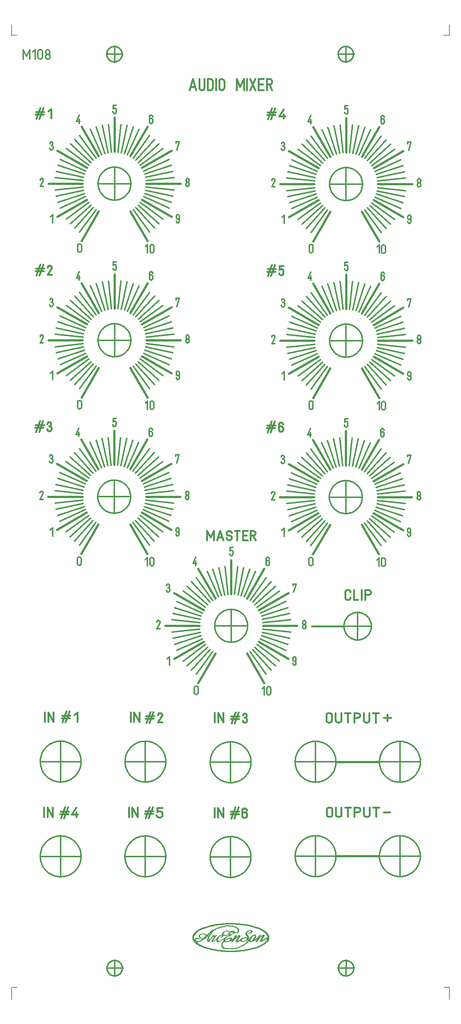
<source format=gbr>
G04 CAM350/DFMSTREAM V12.1 (Build 1022) Date:  Sat Oct 02 16:49:32 2021 *
G04 Database: D:\Mes documents\Projects\Modular Synth\M108 Audio Mixer\Front panel design\CAM350\M108.cam *
G04 Layer 15: M108frontpanel.gbr *
%FSLAX23Y23*%
%MOIN*%
%SFA1.000B1.000*%

%MIA0B0*%
%IPPOS*%
%ADD10C,0.00551*%
%ADD11C,0.00787*%
%ADD12C,0.01024*%
%ADD13C,0.01102*%
%ADD14C,0.01181*%
%ADD15C,0.01260*%
%ADD16C,0.01339*%
%ADD17C,0.01417*%
%ADD18C,0.01496*%
%ADD19C,0.01575*%
%ADD70C,0.01654*%
%ADD71C,0.01732*%
%ADD20C,0.01890*%
%ADD21C,0.01969*%
%LNM108frontpanel.gbr*%
%LPD*%
G54D10*
X2022Y623D02*
G01X2027Y628D01*
X2030*
X2033Y629*
X2036Y630*
X2041Y631*
X2043Y628*
X2037Y629*
X2035Y628*
X2033*
X2030Y627*
X2028Y624*
X2027Y622*
X2031Y620*
X2033Y619*
X2040Y618*
X2041*
X1951Y594D02*
G01X1955D01*
X1958Y593*
X1963Y592*
X1967Y591*
X1972*
X1978*
X1983Y592*
X1988Y593*
X1992*
X1997Y594*
X2002Y593*
X1994*
X1986Y591*
X1980Y590*
X1974Y589*
X1967*
X1955*
X2004Y594D02*
G01X2008Y596D01*
X2011Y597*
X2016*
X2022Y600*
X2027Y602*
X2031Y604*
X2035Y606*
X2038Y608*
X2039Y609*
X2041Y612*
X2051Y617*
X2048Y614*
X2041Y609*
X2037Y606*
X2032Y604*
X2026Y600*
X2020Y598*
X2013Y596*
X1860Y588D02*
G01X1863Y593D01*
X1866Y594*
X1868Y595*
X1880Y585D02*
G01X1884Y589D01*
X1889Y591*
X1885Y587*
X1957Y561D02*
G01X1955Y553D01*
Y549*
X1954Y544*
X1953Y541*
X1954Y538*
X1956Y534*
X1959Y532*
X1963Y531*
X1965Y530*
X1968*
X1971Y529*
X1981*
X1985Y530*
X1991Y532*
X2002Y534*
X2009Y537*
X2018Y541*
X2030Y546*
X2041Y553*
X2037*
X2023Y545*
X2024Y548*
X2025Y556*
X2026Y559*
X2025Y562*
X2022Y565*
X2019*
X2014Y566*
X2008Y565*
X2002Y564*
X1994Y561*
X1985Y556*
X1976Y551*
X1969Y545*
X1964Y542*
X1963Y547*
X1964Y552*
X1967Y556*
X1969Y560*
X1970Y564*
X1976Y568*
X1980Y571*
X1983Y573*
X1989Y577*
X1967Y565D02*
G01X1960Y554D01*
X1959Y545*
Y537*
X1964Y541*
X1963*
X1966Y544*
X1962Y539D02*
G01X1967Y543D01*
X1974Y549*
X1983Y553*
X1991Y557*
X1994Y559*
X1998Y561*
X2003Y562*
X2009*
X2013Y561*
X2016Y558*
X2017Y555*
Y551*
X2015Y548*
X2014Y544*
X2011Y541*
X2008Y539*
X2004Y537*
X1999Y534*
X1994Y532*
X1988*
X1981Y531*
X1975*
X1971Y532*
X1969Y533*
X1968Y534*
X1965Y537*
X1963Y534*
X2014Y563D02*
G01X2022Y560D01*
X2021Y551*
X2019Y542*
X2040Y550D02*
G01Y554D01*
X2059Y585*
X2061Y588*
X2066Y589*
X2063*
X2068Y590*
X2070*
X2072*
X2061Y575*
X2056Y562*
X2060Y564*
X2063Y566*
X2065Y567*
X2073Y575*
X2079Y580*
X2085Y584*
X2088Y586*
X2093Y589*
X2094Y590*
X2096Y591*
X2100Y590*
X2102Y589*
X2103Y586*
Y582*
X2098Y573*
X2081Y545*
X2079Y541*
Y538*
X2081Y537*
X2085*
X2088*
X2093Y539*
X2098Y542*
X2103Y545*
X2106Y548*
X2108Y550*
X2109Y553*
X2111Y556*
X2116Y559*
X2120Y562*
X2125Y564*
X2131Y565*
X2136Y567*
X2142*
X2149Y568*
X2156*
X2160Y567*
X2165Y566*
X2171Y565*
X2179Y556*
X2183Y545*
X2037Y547D02*
G01X2032Y541D01*
X2026Y530*
X2033Y532*
X2039Y537*
X2048Y548*
X2060Y561*
X2071Y571*
X2081Y579*
X2086Y583*
X2092*
X2093Y582*
X2091Y577*
X2073Y549*
X2069Y541*
X2068Y537*
Y533*
X2069Y532*
X2070Y531*
X2073Y530*
X2077*
X2081Y531*
X2094Y537*
X2103Y541*
X2107*
X2108Y540*
X2109Y538*
X2111Y536*
X2116Y534*
X2118Y533*
X2123Y532*
X2136Y533*
X2143*
X2149Y535*
X2157Y539*
X2163Y544*
X2171Y549*
X2174Y553*
X2171Y560*
Y561*
X2168Y562*
X2165Y565*
X2159*
X2156Y566*
X2150*
X2143Y565*
X2135Y564*
X2130Y562*
X2126Y560*
X2122Y557*
X2120Y553*
X2117Y549*
X2116Y545*
Y541*
X2119Y538*
X2122Y535*
X2125Y534*
X2129*
X2138Y533*
X2144Y535*
X2150Y537*
X2157Y541*
X2162Y545*
X2166Y549*
X2168Y553*
X2170Y555*
X2171Y558*
X2120Y557D02*
G01X2113Y551D01*
X2108Y545*
X2112*
X2114Y539*
X2081Y533D02*
G01X2075Y534D01*
X2072Y536*
X2074Y539*
X2087Y563*
X2100Y585*
X2094*
X2065Y586D02*
G01X2033Y535D01*
X2056Y562*
X1957Y540D02*
G01X1954Y535D01*
X1946Y526*
X1940Y517*
X1936Y508*
X1935Y502*
Y492*
X1936Y487*
X1939Y483*
X1942Y479*
X1947Y474*
X1955Y471*
X1959Y470*
X1969Y467*
X1967Y469D02*
G01X1969Y467D01*
X1978Y466*
X1984Y465*
X2022*
X2047Y466*
X2057Y468*
X2070Y470*
X2082Y474*
X2077Y473D02*
G01X2086Y476D01*
X2104Y482*
X2116Y488*
X2128Y494*
X2142Y502*
X2152Y508*
X2162Y516*
X2168Y522*
X2173Y527*
X2177Y532*
X2180Y535*
X2183Y541*
X2177Y549*
X2176Y545*
X2175Y537*
X2171Y532*
X2165Y525*
X2159Y518*
X2148Y509*
X2136Y502*
X2127Y497*
X2117Y492*
X2104Y486*
X2093Y481*
X2080Y477*
X2065Y474*
X2056Y471*
X2046Y470*
X2035Y469*
X2024Y468*
X2003Y467*
X1994Y468*
X1984Y469*
X1977*
X1969Y470*
X1962Y474*
X1956Y476*
X1952Y478*
X1949Y482*
X1946Y485*
X1943Y487*
X1942Y490*
X1941Y494*
X1940Y498*
X1941Y502*
X1942Y507*
X1943Y514*
X1946Y518*
X1950Y523*
X1953Y530*
X1957Y533*
X1936Y498D02*
G01X1942Y486D01*
X1950Y477*
X2171Y524D02*
G01X2182Y544D01*
X2171Y561D02*
G01Y566D01*
X2172Y568*
Y572*
X2171Y574*
X2162Y589*
X2159Y593*
X2158Y596*
X2157Y600*
Y605*
X2158Y610*
X2159Y615*
X2163Y620*
X2168Y624*
X2173Y628*
X2179Y630*
X2184Y632*
X2190Y634*
X2194Y635*
X2207*
X2211Y634*
X2214Y631*
X2215Y628*
Y624*
X2212Y620*
X2208Y616*
X2202Y613*
X2196Y611*
X2190Y610*
X2187Y609*
X2181*
X2183Y611*
X2187*
X2189Y612*
X2198Y613*
X2203Y616*
X2204Y618*
X2206Y621*
X2207Y624*
Y627*
X2206Y628*
X2205Y630*
X2203Y632*
X2201*
X2198*
X2193*
X2191*
X2187*
X2183Y630*
X2178Y628*
X2175Y625*
X2171Y622*
X2167Y618*
X2166Y613*
X2165Y608*
X2167Y603*
X2168Y598*
X2179Y582*
X2181Y577*
X2182Y572*
Y566*
X2180Y562*
X2179Y558*
X2175Y561*
X2179Y575*
X2175Y574*
X2173Y582*
X2171Y583*
X2164Y594*
X2161Y603*
X2163Y613*
X2169Y624*
X2178Y629*
X2186Y632*
X2194Y633*
X2205Y634*
X2211Y630*
X2210Y622*
X2185Y545D02*
G01X2186Y549D01*
X2187Y550*
X2188Y553*
X2191Y559*
X2192Y562*
X2198Y570*
X2203Y575*
X2207Y579*
X2212Y583*
X2218Y587*
X2222Y590*
X2228Y593*
X2233Y594*
X2238*
X2243Y593*
X2246Y591*
X2248Y588*
X2249Y583*
X2250Y579*
X2248Y573*
X2245Y566*
X2243Y563*
X2240Y557*
X2237Y554*
X2234Y551*
X2235Y550*
X2222Y541*
X2218Y537*
X2212Y534*
X2207Y533*
X2203Y532*
X2196*
X2193Y533*
X2190Y534*
X2188Y537*
X2186Y539*
X2197Y543*
Y545*
X2198Y550*
X2200Y556*
X2202Y561*
X2206Y566*
X2209Y571*
X2212Y575*
X2215Y579*
X2219Y582*
X2222Y585*
X2226Y588*
X2229Y590*
X2232Y591*
X2235*
X2238Y589*
X2240Y587*
X2242Y584*
Y579*
X2241Y576*
X2240Y577*
X2235Y570*
X2231Y565*
X2228Y560*
X2226Y554*
X2225Y549*
X2223Y547*
X2220Y543*
X2216Y540*
X2212Y537*
X2209Y535*
X2205*
X2202*
X2201Y537*
X2199*
X2197Y541*
X2191Y538*
X2197Y535*
X2190Y544*
X2191Y547*
X2198Y563*
X2211Y577*
X2222Y589*
X2231Y593*
X2240Y592*
X2245Y583*
X2243Y572*
X2225Y545*
X2241Y571*
X2313Y630D02*
G01X2326Y620D01*
X2338Y610*
X2345Y600*
X2351Y594*
X2355Y585*
X2358Y574*
X2354Y557*
X2353Y550*
X2332Y517D02*
G01X2341Y531D01*
X2346Y538*
X2350Y544*
X2351Y547*
X2354Y554*
X2343Y618D02*
G01X2347Y616D01*
X2356Y604*
X2362Y596*
X2366Y589*
X2368Y582*
X2369Y574*
X2368Y561*
Y557*
X2366Y549*
X2361Y541*
X2357Y534*
X2351Y529*
X2223Y545D02*
G01X2227Y541D01*
X2232Y540*
X2234Y541*
X2238Y542*
X2242Y545*
X2256Y557*
X2261Y556*
X2262Y553*
X2261*
Y552*
X2249Y533*
X2258Y534*
X2260Y536*
X2265Y542*
X2273Y553*
X2282Y563*
X2287Y569*
X2295Y576*
X2301Y581*
X2306Y585*
X2310Y586*
X2315*
X2313Y580*
X2310Y575*
X2291Y545*
X2289Y540*
X2290Y537*
X2291Y535*
X2293Y533*
X2296*
X2300*
X2303Y535*
X2354Y562*
X2361Y573*
X2356Y571*
X2301Y541*
X2303Y549*
X2323Y580*
X2325Y585*
X2326Y589*
X2325Y592*
X2323Y593*
X2319Y594*
X2314Y592*
X2309Y589*
X2301Y583*
X2285Y569*
X2281Y565*
X2282Y573*
Y576*
X2293Y593*
X2289*
X2284Y591*
X2282Y588*
X2276Y578*
X2258Y561*
X2247Y552*
X2242Y548*
X2240Y546*
X2236Y547*
X2232Y544*
X2238Y545*
X2245Y549*
X2254Y556*
X2264Y561*
X2262Y551*
X2256Y539*
X2279Y565*
X2266Y556*
X2281Y573*
X2264Y562*
X2282Y578*
X2288Y589*
X2274Y564*
X2284Y569*
X2287Y570*
X2293Y575*
X2301Y582*
X2309Y588*
X2318Y591*
X2323Y590*
X2293Y538*
X2298Y541*
X2296Y536*
X2354Y565*
X2296Y535*
X2297Y545*
X2320Y587*
X2163Y593D02*
G01X2170Y580D01*
X2178Y577*
X2177Y573D02*
G01X2173Y585D01*
X2166Y596*
X2158Y600*
X2167Y590*
X2178Y562*
X2175Y553*
X2182Y545*
X2190Y542*
X2195Y561*
X1957Y548D02*
G01X1959Y536D01*
X1967Y532*
G54D11*
X1927Y590D02*
G01X1922Y586D01*
X1918Y583*
X1913Y578*
X1909Y573*
X1907Y569*
X1903Y562*
X1900Y557*
X1898Y552*
X1897Y547*
Y544*
X1898Y541*
X1900Y537*
X1902Y536*
X1904Y535*
X1907*
X1911*
X1913*
X1915Y536*
X1902Y567D02*
G01X1894Y557D01*
X1893Y549*
X1894Y538*
X1857Y581D02*
G01X1875D01*
X1932Y573D02*
G01X1930D01*
X1935Y577*
X1937Y578*
X1939Y582*
Y585*
Y588*
X1938Y590*
X1936Y592*
X1933*
X1931Y574D02*
G01Y573D01*
X1936Y574*
X1940Y576*
X1943Y578*
X1945Y581*
X1946Y583*
Y585*
X1949Y589*
X1953Y591*
X1955Y590*
X1943Y594*
X1942Y595*
Y604*
X1943Y608*
X1944Y610*
X1946Y613*
X1947Y616*
X1951Y619*
X1954Y621*
X1959Y623*
X1963Y625*
X1967Y627*
X1971Y628*
X1978*
X1984*
X1990*
X1994Y627*
X2000Y626*
X2006Y624*
X2010Y622*
X2014*
X2018*
X1955Y591D02*
G01X1954Y593D01*
X1951Y595*
X1950Y596*
Y597*
X1949Y599*
X1948Y600*
Y602*
Y606*
X1949Y609*
X1950Y611*
X1951Y614*
X1952Y616*
X1954Y619*
X1956Y621*
X1959Y624*
X1963*
X2014Y620D02*
G01X2009Y616D01*
X2005Y614*
X2003Y612*
X2002Y608*
X2000Y607*
X1999Y603*
Y598*
Y594*
X2001*
X2007Y589*
X2024Y624D02*
G01X2027Y627D01*
X2021Y621*
X2022Y620*
X2029Y619*
X2035Y618*
X2041Y616*
X2051Y618*
X2047D02*
G01X2048Y619D01*
X2049Y621*
X2048Y624*
X2047Y627*
X2045Y628*
X2043*
X2041Y629*
X2046*
X2051Y628*
X2053Y627*
Y625*
Y623*
X4027Y112D02*
G01X3976D01*
X55D02*
G01X5D01*
X54Y8848D02*
G01X4D01*
X4026Y112D02*
G01Y4D01*
X894Y7486D02*
G01X1010D01*
X952Y7544D02*
G01Y7427D01*
X1966Y3428D02*
G01X2082D01*
X2024Y3486D02*
G01Y3370D01*
X894Y6049D02*
G01X1010D01*
X952Y6107D02*
G01Y5990D01*
X892Y4613D02*
G01X1008D01*
X950Y4671D02*
G01Y4555D01*
X3021Y7482D02*
G01X3137D01*
X3079Y7540D02*
G01Y7423D01*
X3021Y6045D02*
G01X3137D01*
X3079Y6103D02*
G01Y5986D01*
X3018Y4609D02*
G01X3135D01*
X3077Y4667D02*
G01Y4551D01*
X5Y112D02*
G01Y4D01*
Y8852D02*
G01Y8947D01*
X1798Y589D02*
G01X1796Y592D01*
X1791Y594*
X1785Y597*
X1782Y598*
X1777Y600*
X1772Y602*
X1766Y604*
X1761*
X1754*
X1746Y603*
X1742Y601*
X1738Y600*
X1734Y596*
X1730Y593*
X1728Y589*
X1727Y584*
Y581*
X1729Y578*
Y577*
X1727Y579*
X1730Y576*
X1733Y573*
X1730Y576*
X1731Y574*
X1734Y571*
X1737Y569*
X1741Y568*
X1744Y566*
X1748Y565*
X1754Y563*
X1760Y562*
X1774Y561*
X1789Y562*
X1792Y563*
X1762Y562*
X1754Y564*
X1747Y565*
X1742Y569*
X1738Y571*
X1735Y573*
X1734Y575*
X1733Y576*
X1732Y578*
X1731Y581*
Y584*
X1732Y588*
Y590*
X1734Y593*
X1736Y596*
X1740Y599*
X1746Y601*
X1751Y603*
X1758*
X1766*
Y602*
X1774Y600*
X1780Y598*
X1782Y596*
X1789Y593*
X1793Y591*
X1796Y589*
X1790Y584*
X1775Y568*
X1770Y563*
X1785Y576D02*
G01X1797Y591D01*
X1805Y596*
X1811Y603*
X1816Y608*
X1819Y610*
X1797Y588D02*
G01X1801Y584D01*
X1807Y578*
X1813Y572*
X1809Y566*
X1807Y561*
X1805Y557*
X1804Y553*
Y548*
Y543*
X1805Y538*
X1808Y535*
X1809Y533*
X1811Y532*
X1813*
X1816Y533*
X1821Y539*
X1833Y552*
X1837Y558*
X1843Y564*
X1852Y576*
Y577*
Y576*
X1869Y578*
X1868Y573*
X1867Y569*
X1861Y564*
X1856Y558*
X1852Y552*
X1849Y547*
X1847Y543*
X1846Y539*
X1845Y536*
X1846Y534*
X1848Y533*
X1851*
X1856*
X1861Y536*
X1868Y541*
X1875Y546*
X1883Y553*
X1892Y561*
X1900Y569*
X1907Y577*
X1911Y581*
X1915Y585*
X1920Y586*
X1924Y589*
X1929Y591*
X1931Y592*
X1937*
X1947*
X1797Y591D02*
G01X1802Y585D01*
X1817Y569*
X1809Y561*
X1808Y557*
X1806Y553*
X1805Y548*
Y543*
X1807Y538*
X1809Y536*
X1813Y537*
X1814Y539*
X1815Y541*
Y542*
X1817Y546*
Y549*
X1818Y552*
Y556*
Y565*
Y563*
X1819Y559*
Y554*
X1820Y546*
X1823Y548*
X1825Y549*
X1827*
X1831Y553*
X1837Y561*
X1843Y567*
X1848Y574*
X1852Y579*
X1856Y583*
X1858Y586*
X1860Y590*
X1864Y593*
X1861Y588*
X1864Y585*
X1867Y583*
X1868Y584*
X1872*
X1875Y585*
X1880Y586*
X1882Y587*
X1886Y589*
X1868Y565*
X1858Y551*
X1855Y546*
Y542*
X1854Y539*
X1856Y537*
X1858*
X1860*
X1854Y534*
X1849Y539*
X1812Y572D02*
G01X1815Y577D01*
X1820Y585*
X1826Y594*
X1832Y603*
X1837Y610*
X1842Y616*
X1844Y621*
X1852Y625*
X1846Y616*
X1841Y608*
X1835Y600*
X1829Y592*
X1824Y583*
X1815Y573*
X1847Y620D02*
G01X1853Y626D01*
X1857Y631*
X1860Y633*
X1864Y636*
X1868Y640*
X1872Y641*
X1874Y644*
X1876Y645*
X1880Y647*
X1885Y650*
X1888Y652*
X1892Y653*
X1896Y655*
X1900Y657*
X1696Y537D02*
G01Y544D01*
X1695Y547*
Y549*
Y552*
X1697Y553*
X1699Y555*
Y557*
X1702Y559*
X1704Y560*
X1709Y562*
X1713*
X1888Y557D02*
G01Y550D01*
Y541*
Y538*
X1890Y537*
X1892Y535*
X1894Y533*
X1897*
X1900Y532*
X1904Y533*
X1910*
X1915Y535*
X1921Y537*
X1927Y541*
X1935Y547*
X1942Y552*
X1947Y554*
X1952Y558*
X1960Y563*
X1971Y569*
X1977Y573*
X1980Y575*
X1986Y577*
X1990Y579*
X1996Y581*
X2002Y583*
X2006Y585*
X2011Y586*
X2016Y587*
X2020Y588*
X2022*
X2018Y589*
X2014Y590*
X2010Y594*
X2007Y596*
X2006Y597*
Y600*
Y602*
Y605*
X2007Y608*
X2008Y612*
X2010Y615*
X2013Y616*
X2018Y622*
X2023Y624*
X2027Y626*
X4026Y8848D02*
G01X3974D01*
X4026Y8852D02*
G01Y8947D01*
G54D12*
X2073Y658D02*
G01X2079Y654D01*
X2082Y649*
X2085Y644*
X2087Y637*
Y632*
X2085Y627*
X2084Y624*
X2081Y621*
X2079Y620*
X1843Y461D02*
G01X1805Y472D01*
X1774Y483*
X1758Y490*
X1746Y496*
X1734Y502*
X1726Y506*
X1719Y510*
X1715Y514*
X1709Y518*
X1707Y522*
X1706*
X1701Y531*
X1766Y557D02*
G01X1780Y569D01*
X1785Y574*
X1793Y581*
X1801Y591*
X1809Y597*
X1815Y604*
X1820Y610*
X1686Y532D02*
G01X1688Y543D01*
X1691Y549*
Y552*
X1692Y555*
X1694Y558*
X1696Y561*
X1699Y562*
X1701*
X1703Y563*
X1721Y533D02*
G01X1731Y537D01*
X1740Y541*
X1747Y544*
X1754Y549*
X1763Y555*
X1777Y567*
X1806Y596*
X1816Y606*
X1828Y617*
X1836Y624*
X1847Y632*
X1860Y640*
X1872Y647*
X1889Y655*
X1906Y660*
X1922Y666*
X1940Y671*
X1956Y674*
X1970Y676*
X1980Y678*
X2016Y677*
X2028Y676*
X2037Y675*
X2051Y670*
X2065Y664*
X2075Y657*
X2081Y652*
X2086Y646*
X2089Y639*
X2088Y631*
X2087Y625*
X2085Y622*
X2079Y620*
X2072Y617*
X2061Y616*
X2052*
G54D13*
X1722Y533D02*
G01X1721D01*
X1720*
X1719*
Y533*
Y532*
X1718*
X1717*
X1716*
X1715*
X1714*
X1713*
Y533*
X1712*
X1711*
X1710*
X1709*
X1708*
X1707*
X1706*
Y534*
X1705*
X1704*
Y535*
X1703*
Y536*
X1702*
X1701*
Y537*
X1700*
X1699*
Y538*
X1698Y539*
X1697Y540*
X1696Y541*
X1695*
Y542*
Y543*
Y544*
X1694Y545*
Y546*
X1693Y547*
Y548*
Y549*
Y550*
Y551*
Y552*
X1694*
Y553*
Y554*
Y555*
X1695*
Y556*
Y557*
X1696*
X1697Y558*
X1698*
Y559*
Y560*
X1699*
Y561*
X1700*
X1701*
X1702*
X1703*
Y562*
X1704*
X1705Y563*
X1706*
X1707*
X1708*
X1709*
X1710*
X1711*
X1712*
X1713*
X1714*
X1715*
X1716*
X1717*
X1718*
Y562*
X1719*
Y562*
Y561*
X1720*
X1721*
X1722*
Y560*
X1723*
X1724*
Y559*
X1725*
X1726Y558*
Y557*
G54D14*
X3136Y249D02*
G01Y248D01*
X3135Y246*
X3134*
X3133Y244*
X3132Y243*
Y242*
X3130Y241*
X3129Y240*
X3128Y239*
Y238*
X3126Y237*
X3125Y236*
X3124Y235*
Y234*
X3122Y233*
X3121Y232*
X3120Y231*
X3119Y230*
X3117*
X3116Y229*
X3115Y228*
X3114Y227*
X3112Y226*
X3110Y225*
X3109*
X3108Y224*
X3107Y223*
X3105Y222*
X3104*
X3103*
X3101*
X3100Y221*
X3099Y220*
X3097*
X3096Y219*
X3095*
X3094*
X3093*
X3092*
X3090*
X3089*
X3088*
X3086*
X3085*
X3083Y218*
X3082*
X3081*
X3079*
X3077*
X3075*
X3073*
X3072*
X3071Y219*
X3069*
X3068*
X3066*
X3065*
X3064*
X3062*
X3061*
X3060*
X3058*
X3057Y220*
X3055*
X3054Y221*
X3053Y222*
X3051*
X3050*
X3049*
X3047Y223*
X3046Y224*
X3045Y225*
X3044*
X3042Y226*
X3041*
X3040Y227*
X3039Y228*
X3037Y229*
Y230*
X3035*
X3034Y231*
X3033Y232*
X3032Y233*
Y234*
X3031Y235*
X3030Y236*
X3029Y237*
X3028Y238*
X3027Y239*
X3026Y240*
X3025Y241*
X3024Y242*
X3023Y243*
X3022Y244*
Y246*
X3021*
X3020Y248*
X3019Y249*
X3018Y250*
Y251*
X3017Y253*
X3016Y254*
X3015Y255*
Y256*
X3014Y258*
X3013Y260*
X3012Y262*
X3011Y264*
Y265*
X3010Y266*
Y268*
Y269*
X3009Y270*
Y272*
X3008Y273*
Y274*
Y276*
X3007Y278*
Y280*
Y282*
Y282*
Y283*
Y285*
Y286*
X3006Y288*
X3007Y289*
Y290*
Y292*
Y293*
Y294*
Y296*
Y297*
Y299*
X3008Y300*
Y301*
Y303*
X3009Y305*
X3010Y307*
Y309*
Y310*
X3011Y311*
Y313*
X3012Y314*
X3013Y315*
Y317*
X3014Y318*
Y319*
X3015Y321*
X3016Y323*
X3017Y324*
X3018Y325*
Y326*
X3019Y328*
X3020Y329*
X3021Y330*
X3022Y331*
Y332*
X3023Y333*
X3024Y334*
X3025Y335*
X3026Y337*
X3027*
X3028Y338*
X3029Y339*
X3030Y340*
X3031Y341*
X3032Y342*
Y343*
X3033Y344*
X3034*
X3035*
X3037Y345*
Y346*
X3039Y347*
X3040Y348*
X3041*
X3042Y349*
X3044Y350*
X3045*
X3046Y351*
X3047Y352*
X3049*
X3050Y353*
X3051*
X3053Y354*
X3054*
X3055Y355*
X3057Y356*
X3058*
X3060*
X3061*
X3062Y357*
X3064*
X3065*
X3066Y358*
X3068*
X3069*
X3071*
X3072*
X3073*
X3075*
X3077*
X3079*
X3081*
X3082*
X3083*
X3085*
X3086*
X3088*
X3089*
X3090Y357*
X3092*
X3093*
X3094Y356*
X3095*
X3096*
X3097*
X3099Y355*
X3100Y354*
X3101*
X3103Y353*
X3104*
X3105Y352*
X3107*
X3108Y351*
X3109Y350*
X3110*
X3112Y349*
Y348*
X3114*
X3115Y347*
X3116Y346*
X3117Y345*
X3119Y344*
X3120*
X3121*
X3122Y343*
X3124Y342*
Y341*
X3125Y340*
X3126Y339*
X3128Y338*
Y337*
X3129*
X3130Y335*
X3132Y334*
Y333*
X3133Y332*
X3134Y331*
X3135Y330*
X3136Y329*
Y328*
X3137Y326*
X3138Y325*
X3139Y324*
X3140Y323*
Y321*
X3141Y319*
X3142Y318*
X3143Y317*
Y315*
X3144Y314*
Y313*
Y311*
X3145Y310*
Y309*
X3146Y307*
Y305*
X3147Y303*
Y301*
Y300*
X3148Y299*
Y297*
Y296*
Y294*
Y293*
Y292*
Y290*
Y289*
Y288*
Y286*
Y285*
Y283*
Y282*
Y282*
Y280*
Y278*
X3147Y276*
Y274*
Y273*
X3146Y272*
Y270*
Y269*
X3145Y268*
Y266*
X3144Y265*
Y264*
Y262*
X3143Y261*
Y260*
X3142Y258*
X3141*
X3140Y256*
Y255*
Y254*
X3139Y253*
X3138Y251*
X3137Y250*
X3136Y249*
X3203Y5963D02*
G01X3202Y5960D01*
X3200Y5958*
X3198Y5955*
X3196Y5953*
X3194Y5951*
X3192Y5948*
X3190Y5946*
X3188Y5944*
X3186Y5942*
X3184Y5939*
X3182Y5938*
X3179Y5935*
X3178Y5934*
X3175Y5931*
X3173Y5930*
X3171Y5927*
X3168Y5926*
X3166Y5923*
X3163Y5922*
X3161Y5920*
X3159Y5919*
X3157Y5917*
X3154Y5915*
X3152Y5914*
X3149Y5912*
X3146Y5911*
X3144Y5910*
X3141Y5908*
X3138Y5907*
X3136*
X3132Y5906*
X3130Y5905*
X3127Y5904*
X3124Y5903*
X3121Y5902*
X3119Y5901*
X3116Y5900*
X3112*
X3110*
X3107Y5899*
X3104Y5898*
X3100*
X3098Y5897*
X3095Y5896*
X3093*
X3089*
X3087*
X3084*
X3081*
X3077*
X3075*
X3072*
X3069*
X3065*
X3063*
X3060*
X3057Y5897*
X3053Y5898*
X3051*
X3048Y5899*
X3045Y5900*
X3041*
X3039*
X3036Y5901*
X3033Y5902*
X3031Y5903*
X3028Y5904*
X3026Y5905*
X3022Y5906*
X3020Y5907*
X3017*
X3014Y5908*
X3012Y5910*
X3009Y5911*
X3006Y5912*
X3004Y5914*
X3001Y5915*
X2998Y5917*
X2996Y5919*
X2994Y5920*
X2991Y5922*
X2989Y5923*
X2986Y5926*
X2984Y5927*
X2982Y5930*
X2979Y5931*
X2977Y5934*
X2974Y5935*
X2972Y5938*
X2970Y5939*
X2969Y5942*
X2967Y5944*
X2965Y5946*
X2963Y5948*
X2961Y5951*
X2959Y5953*
X2958Y5955*
X2955Y5958*
X2954Y5960*
X2952Y5963*
X2951Y5965*
X2949Y5967*
X2947Y5970*
X2946Y5972*
X2944Y5974*
X2943Y5978*
X2942Y5980*
X2940Y5983*
X2939Y5986*
X2938Y5989*
X2937Y5991*
X2935Y5994*
Y5997*
X2934Y6000*
X2933Y6002*
X2932Y6006*
X2931Y6009*
Y6011*
X2930Y6014*
X2929Y6018*
X2928Y6021*
Y6023*
X2927Y6026*
Y6030*
Y6032*
Y6034*
Y6037*
Y6041*
Y6044*
X2926Y6046*
X2927Y6049*
Y6053*
Y6056*
Y6058*
Y6061*
Y6065*
Y6068*
X2928Y6070*
Y6073*
X2929Y6077*
X2930Y6080*
X2931Y6082*
Y6085*
X2932Y6089*
X2933Y6091*
X2934Y6094*
X2935Y6096*
Y6099*
X2937Y6101*
X2938Y6104*
X2939Y6107*
X2940Y6110*
X2942Y6112*
X2943Y6115*
X2944Y6118*
X2946Y6120*
X2947Y6123*
X2949Y6126*
X2951Y6128*
X2952Y6131*
X2954Y6133*
X2955Y6136*
X2958Y6138*
X2959Y6140*
X2961Y6143*
X2963Y6145*
X2965Y6148*
X2967Y6150*
X2969Y6152*
X2970Y6154*
X2972Y6156*
X2974Y6157*
X2977Y6159*
X2979Y6161*
X2982Y6163*
X2984Y6165*
X2986Y6167*
X2989Y6169*
X2991Y6171*
X2994Y6172*
X2996Y6174*
X2998Y6175*
X3001Y6177*
X3004Y6179*
X3006Y6180*
X3009Y6181*
X3012Y6183*
X3014Y6184*
X3017Y6185*
X3020Y6187*
X3022*
X3026Y6189*
X3028Y6190*
X3031Y6191*
X3033*
X3036Y6192*
X3039Y6193*
X3041Y6194*
X3045Y6195*
X3048*
X3051Y6196*
X3053*
X3057Y6197*
X3060*
X3063Y6198*
X3065*
X3069*
X3072*
X3075*
X3077*
X3081*
X3084*
X3087*
X3089*
X3093*
X3095Y6197*
X3098*
X3100Y6196*
X3104*
X3107Y6195*
X3110*
X3112Y6194*
X3116Y6193*
X3119Y6192*
X3121Y6191*
X3124*
X3127Y6190*
X3130Y6189*
X3132Y6187*
X3136*
X3138Y6185*
X3141Y6184*
X3144Y6183*
X3146Y6181*
X3149Y6180*
X3152Y6179*
X3154Y6177*
X3157Y6175*
X3159Y6174*
X3161Y6172*
X3163Y6171*
X3166Y6169*
X3168Y6167*
X3171Y6165*
X3173Y6163*
X3175Y6161*
X3178Y6159*
X3179Y6157*
X3182Y6156*
X3184Y6154*
X3186Y6152*
X3188Y6150*
X3190Y6148*
X3192Y6145*
X3194Y6143*
X3196Y6140*
X3198Y6138*
X3200Y6136*
X3202Y6133*
X3203Y6131*
X3205Y6128*
X3207Y6126*
X3208Y6123*
X3210Y6120*
X3211Y6118*
X3212Y6115*
X3214Y6112*
X3215Y6110*
X3216Y6107*
X3218Y6104*
X3219Y6101*
Y6099*
Y6096*
X3221Y6094*
X3222Y6091*
Y6089*
X3223Y6085*
Y6082*
X3224Y6080*
X3225Y6077*
X3226Y6073*
Y6070*
Y6068*
X3227Y6065*
Y6061*
Y6058*
X3228Y6056*
Y6053*
Y6049*
Y6046*
Y6044*
Y6041*
Y6037*
X3227Y6034*
Y6032*
Y6030*
X3226Y6026*
Y6023*
Y6021*
X3225Y6018*
X3224Y6014*
X3223Y6011*
Y6009*
X3222Y6006*
Y6002*
X3221Y6000*
X3219Y5997*
Y5994*
Y5991*
X3217Y5988*
X3216Y5986*
X3215Y5983*
X3214Y5980*
X3212Y5978*
X3211Y5974*
X3210Y5972*
X3208Y5970*
X3207Y5967*
X3205Y5965*
X3203Y5963*
X2926Y6046D02*
G01X3228D01*
X3077Y6198D02*
G01Y5896D01*
X3003Y288D02*
G01X3153D01*
X3003*
X3078Y363D02*
G01X3077Y213D01*
X3201Y4527D02*
G01X3199Y4525D01*
X3198Y4522*
X3195Y4520*
X3194Y4518*
X3191Y4515*
X3190Y4513*
X3187Y4510*
X3186Y4509*
X3183Y4506*
X3182Y4504*
X3179Y4502*
X3177Y4500*
X3175Y4498*
X3173Y4496*
X3171Y4494*
X3168Y4492*
X3166Y4490*
X3163Y4488*
X3161Y4486*
X3159Y4485*
X3157Y4483*
X3155Y4482*
X3152Y4480*
X3149Y4478*
X3147Y4477*
X3144Y4476*
X3141Y4474*
X3139Y4473*
X3136Y4472*
X3133Y4470*
X3130*
X3128Y4469*
X3124*
X3122Y4467*
X3119*
X3116Y4466*
X3113Y4465*
X3110*
X3108Y4464*
X3104Y4463*
X3101*
X3098*
X3096Y4462*
X3093Y4461*
X3090*
X3087*
X3085Y4460*
X3081*
X3078*
X3075*
X3073*
X3069*
X3066*
X3063Y4461*
X3061*
X3057*
X3054Y4462*
X3051Y4463*
X3049*
X3045*
X3042Y4464*
X3039Y4465*
X3037*
X3033Y4466*
X3031Y4467*
X3029*
X3026Y4469*
X3023*
X3020Y4470*
X3018Y4471*
X3014Y4472*
X3012Y4473*
X3010Y4474*
X3006Y4476*
X3004Y4477*
X3002Y4478*
X2998Y4480*
X2996Y4482*
X2994Y4483*
X2991Y4485*
X2989Y4486*
X2986Y4488*
X2984Y4490*
X2982Y4492*
X2979Y4494*
X2977Y4496*
X2974Y4498*
X2972Y4500*
X2970Y4502*
X2969Y4504*
X2967Y4506*
X2965Y4509*
X2963Y4510*
X2961Y4513*
X2959Y4515*
X2957Y4518*
X2955Y4520*
X2953Y4522*
X2951Y4525*
X2950Y4527*
X2948Y4530*
X2947Y4532*
X2945Y4534*
X2943Y4537*
X2942Y4539*
X2941Y4542*
X2939Y4545*
X2938Y4548*
X2937Y4550*
X2935Y4553*
Y4556*
X2933Y4559*
X2932Y4561*
X2931Y4565*
Y4567*
X2930Y4570*
X2929Y4573*
X2928Y4576*
X2927Y4579*
Y4582*
X2926Y4585*
Y4588*
X2925Y4591*
Y4594*
X2924Y4596*
Y4599*
Y4602*
Y4605*
Y4608*
Y4611*
Y4614*
Y4617*
Y4620*
Y4623*
Y4626*
X2925Y4629*
Y4632*
X2926Y4635*
Y4638*
X2927Y4641*
Y4644*
X2928Y4647*
X2929Y4650*
X2930Y4653*
X2931Y4656*
Y4658*
X2932Y4660*
X2933Y4663*
X2935Y4666*
Y4669*
X2937Y4671*
X2938Y4675*
X2939Y4677*
X2941Y4679*
X2942Y4683*
X2943Y4685*
X2945Y4687*
X2947Y4691*
X2948Y4693*
X2950Y4695*
X2951Y4698*
X2953Y4700*
X2955Y4703*
X2957Y4705*
X2959Y4707*
X2961Y4710*
X2963Y4712*
X2965Y4715*
X2967Y4717*
X2969Y4719*
X2970Y4720*
X2972Y4722*
X2974Y4724*
X2977Y4726*
X2979Y4728*
X2982Y4730*
X2984Y4731*
X2986Y4734*
X2989Y4735*
X2991Y4737*
X2994Y4738*
X2996Y4740*
X2998Y4742*
X3002Y4743*
X3004Y4745*
X3006Y4746*
X3010Y4747*
X3012Y4749*
X3014Y4750*
X3018Y4751*
X3020Y4752*
X3023Y4754*
X3026*
X3029Y4755*
X3031Y4756*
X3033Y4757*
X3037Y4758*
X3039*
X3042Y4759*
X3045Y4760*
X3049Y4761*
X3051*
X3054Y4762*
X3057*
X3061*
X3063*
X3066*
X3069*
X3073*
X3075Y4763*
X3078Y4762*
X3081*
X3085*
X3087*
X3090*
X3093*
X3096*
X3098Y4761*
X3101*
X3104Y4760*
X3108Y4759*
X3110Y4758*
X3113*
X3116Y4757*
X3119Y4756*
X3122Y4755*
X3124Y4754*
X3128*
X3130Y4752*
X3133Y4751*
X3136Y4750*
X3139Y4749*
X3141Y4747*
X3144Y4746*
X3147Y4745*
X3149Y4743*
X3152Y4742*
X3155Y4740*
X3157Y4738*
X3159Y4737*
X3161Y4735*
X3163Y4734*
X3166Y4731*
X3168Y4730*
X3171Y4728*
X3173Y4726*
X3175Y4724*
X3177Y4722*
X3179Y4720*
X3182Y4719*
X3183Y4717*
X3186Y4715*
X3187Y4712*
X3190Y4710*
X3191Y4707*
X3194Y4705*
X3195Y4703*
X3198Y4700*
X3199Y4698*
X3201Y4695*
X3203Y4693*
X3204Y4691*
X3206Y4687*
X3207Y4685*
X3209Y4683*
X3210Y4679*
X3211Y4677*
X3213Y4675*
X3214Y4671*
X3215Y4669*
X3216Y4666*
X3217Y4663*
X3218Y4660*
X3219Y4658*
Y4656*
X3220Y4653*
X3221Y4650*
Y4647*
X3222Y4644*
Y4641*
X3223Y4638*
Y4635*
X3224Y4632*
X3225Y4629*
Y4626*
Y4623*
X3226Y4620*
Y4617*
Y4614*
Y4611*
Y4608*
Y4605*
Y4602*
X3225Y4599*
Y4596*
Y4594*
X3224Y4591*
X3223Y4588*
Y4585*
X3222Y4582*
Y4579*
X3221Y4576*
Y4573*
X3220Y4570*
X3219Y4567*
Y4565*
X3218Y4561*
X3217Y4559*
X3216Y4556*
X3215Y4553*
X3214Y4550*
X3213Y4548*
X3211Y4545*
X3210Y4542*
X3209Y4539*
X3207Y4537*
X3206Y4534*
X3204Y4532*
X3203Y4530*
X3201Y4527*
X2923Y4611D02*
G01X3226D01*
X3075Y4762D02*
G01Y4460D01*
X1077Y7404D02*
G01X1075Y7401D01*
X1073Y7399*
X1071Y7396*
X1069Y7394*
X1067Y7392*
X1065Y7389*
X1063Y7387*
X1061Y7385*
X1059Y7383*
X1057Y7380*
X1055Y7379*
X1053Y7376*
X1051Y7375*
X1049Y7372*
X1046Y7371*
X1044Y7368*
X1041Y7367*
X1039Y7364*
X1037Y7363*
X1034Y7361*
X1032Y7360*
X1030Y7358*
X1027Y7356*
X1025Y7355*
X1022Y7353*
X1019Y7352*
X1017Y7351*
X1014Y7349*
X1011Y7348*
X1009Y7347*
X1006Y7346*
X1003Y7345*
X1000Y7344*
X998*
X994Y7343*
X992Y7342*
X989Y7341*
X986*
X983*
X980Y7340*
X977Y7339*
X974*
X971Y7338*
X969Y7337*
X966*
X963*
X960*
X957*
X954*
X951*
X948*
X945*
X942*
X939*
X936*
X933*
X930Y7338*
X927Y7339*
X924*
X921Y7340*
X918Y7341*
X915*
X912*
X909Y7342*
X907Y7343*
X904Y7344*
X901*
X899Y7345*
X896Y7346*
X893Y7348*
X890*
X888Y7349*
X885Y7351*
X882Y7352*
X880Y7353*
X877Y7355*
X874Y7356*
X872Y7358*
X869Y7360*
X867Y7361*
X864Y7363*
X862Y7364*
X860Y7367*
X857Y7368*
X855Y7371*
X852Y7372*
X850Y7375*
X848Y7376*
X845Y7379*
X844Y7380*
X842Y7383*
X841Y7385*
X838Y7387*
X837Y7389*
X834Y7392*
X833Y7394*
X831Y7396*
X829Y7399*
X827Y7401*
X825Y7404*
X824Y7406*
X822Y7407*
X821Y7411*
X819Y7413*
X817Y7415*
Y7419*
X815Y7421*
X813Y7424*
Y7427*
X811Y7430*
X810Y7432*
X809Y7435*
X808Y7438*
X807Y7441*
X806Y7443*
X805Y7447*
Y7450*
X804Y7452*
X803Y7455*
X802Y7459*
X801Y7462*
Y7464*
Y7467*
Y7470*
X800Y7473*
Y7475*
Y7478*
Y7482*
Y7485*
Y7487*
Y7490*
Y7494*
Y7497*
Y7499*
Y7502*
X801Y7506*
Y7509*
Y7511*
Y7514*
X802Y7518*
X803Y7521*
X804Y7523*
X805Y7526*
Y7530*
X806Y7532*
X807Y7534*
X808Y7537*
X809Y7540*
X810Y7542*
X811Y7545*
X813Y7548*
Y7551*
X815Y7553*
X817Y7556*
Y7559*
X819Y7561*
X821Y7564*
X822Y7567*
X824Y7569*
X825Y7572*
X827Y7574*
X829Y7577*
X831Y7579*
X833Y7581*
X834Y7584*
X837Y7586*
X838Y7589*
X841Y7591*
X842Y7593*
X844Y7594*
X845Y7596*
X848Y7598*
X850Y7600*
X852Y7602*
X855Y7604*
X857Y7606*
X860Y7608*
X862Y7610*
X864Y7612*
X867Y7613*
X869Y7615*
X872Y7616*
X874Y7618*
X877Y7620*
X880Y7621*
X882Y7622*
X885Y7624*
X888Y7625*
X890Y7626*
X893Y7628*
X896*
X899Y7630*
X901Y7631*
X904Y7632*
X907*
X909Y7633*
X912Y7634*
X915Y7635*
X918Y7636*
X921*
X924Y7637*
X927*
X930Y7638*
X933*
X936Y7639*
X939*
X942*
X945*
X948*
X951*
X954*
X957*
X960*
X963*
X966*
X969Y7638*
X971*
X974Y7637*
X977*
X980Y7636*
X983*
X986Y7635*
X989Y7634*
X992Y7633*
X994Y7632*
X998*
X1000Y7631*
X1003Y7630*
X1006Y7628*
X1009*
X1011Y7626*
X1014Y7625*
X1017Y7624*
X1019Y7622*
X1022Y7621*
X1025Y7620*
X1027Y7618*
X1030Y7616*
X1032Y7615*
X1034Y7613*
X1037Y7612*
X1039Y7610*
X1041Y7608*
X1044Y7606*
X1046Y7604*
X1049Y7602*
X1051Y7600*
X1053Y7598*
X1055Y7596*
X1057Y7594*
X1059Y7593*
X1061Y7591*
X1063Y7589*
X1065Y7586*
X1067Y7584*
X1069Y7581*
X1071Y7579*
X1073Y7577*
X1075Y7574*
X1077Y7572*
X1078Y7569*
X1080Y7567*
X1081Y7564*
X1083Y7561*
X1085Y7559*
Y7556*
X1087Y7553*
X1089Y7551*
Y7548*
X1091Y7545*
X1092Y7542*
X1093Y7540*
Y7537*
X1094Y7534*
X1095Y7532*
X1096Y7530*
Y7526*
Y7523*
X1097Y7521*
X1098Y7518*
X1099Y7514*
Y7511*
X1100Y7509*
Y7506*
Y7502*
Y7499*
X1101Y7497*
Y7494*
Y7490*
Y7487*
Y7485*
Y7482*
Y7478*
X1100Y7475*
Y7473*
Y7470*
Y7467*
X1099Y7464*
Y7462*
X1098Y7459*
X1097Y7455*
X1096Y7452*
Y7450*
Y7447*
X1095Y7443*
X1094Y7441*
X1093Y7438*
Y7435*
X1092Y7432*
X1090Y7429*
X1089Y7427*
Y7424*
X1087Y7421*
X1085Y7419*
Y7415*
X1083Y7413*
X1081Y7411*
X1080Y7407*
X1078Y7406*
X1077Y7404*
X799Y7487D02*
G01X1101D01*
X951Y7639D02*
G01Y7337D01*
X878Y288D02*
G01X1028D01*
X878*
X953Y363D02*
G01Y213D01*
X2148Y3346D02*
G01X2147Y3344D01*
X2145Y3342*
X2143Y3340*
X2141Y3337*
X2139Y3335*
X2137Y3333*
X2135Y3330*
X2133Y3328*
X2131Y3325*
X2129Y3324*
X2127Y3321*
X2124Y3320*
X2123Y3317*
X2120Y3316*
X2118Y3313*
X2116Y3312*
X2113Y3310*
X2111Y3308*
X2108Y3306*
X2106Y3305*
X2104Y3303*
X2101Y3301*
X2098Y3300*
X2096Y3298*
X2094Y3297*
X2091Y3295*
X2089Y3293*
X2085*
X2083Y3291*
X2080Y3290*
X2077Y3289*
X2074Y3288*
X2072Y3287*
X2069Y3286*
X2066Y3285*
X2063Y3284*
X2060Y3283*
X2057*
X2054Y3282*
X2051*
X2048*
X2045*
X2042Y3281*
X2039Y3280*
X2036*
X2033*
X2031Y3279*
X2028*
X2026*
X2022*
X2019*
X2017*
X2014*
X2010Y3280*
X2007*
X2005*
X2002Y3281*
X1998Y3282*
X1996*
X1993*
X1990*
X1986Y3283*
X1984*
X1981Y3284*
X1978Y3285*
X1975Y3286*
X1972Y3287*
X1970Y3288*
X1967Y3289*
X1965Y3290*
X1962Y3291*
X1959Y3293*
X1957*
X1954Y3295*
X1951Y3297*
X1949Y3298*
X1946Y3300*
X1943Y3301*
X1941Y3303*
X1939Y3305*
X1936Y3306*
X1934Y3308*
X1931Y3310*
X1929Y3312*
X1927Y3313*
X1924Y3316*
X1922Y3317*
X1919Y3320*
X1917Y3321*
X1915Y3324*
X1913Y3325*
X1911Y3328*
X1909Y3330*
X1907Y3333*
X1906Y3335*
X1904Y3337*
X1903Y3340*
X1900Y3342*
X1899Y3344*
X1897Y3346*
X1896Y3348*
X1894Y3351*
X1892Y3353*
X1891Y3356*
X1889Y3359*
X1888Y3361*
X1886Y3364*
X1885Y3367*
X1884Y3369*
X1883Y3372*
X1881Y3375*
X1880Y3378*
Y3380*
X1879Y3384*
X1877Y3386*
X1876Y3389*
Y3392*
Y3395*
X1875Y3398*
X1874Y3401*
X1873Y3404*
Y3407*
X1872Y3409*
Y3412*
Y3415*
Y3418*
Y3421*
Y3424*
Y3427*
X1871Y3430*
X1872Y3433*
Y3436*
Y3439*
Y3442*
Y3445*
Y3448*
Y3451*
X1873Y3454*
Y3457*
X1874Y3460*
X1875Y3463*
X1876Y3466*
Y3469*
Y3471*
X1877Y3474*
X1879Y3477*
X1880Y3479*
Y3482*
X1881Y3485*
X1883Y3488*
X1884Y3490*
X1885Y3494*
X1886Y3496*
X1888Y3498*
X1889Y3502*
X1891Y3504*
X1892Y3506*
X1894Y3510*
X1896Y3512*
X1897Y3514*
X1899Y3517*
X1900Y3519*
X1903Y3522*
X1904Y3524*
X1906Y3526*
X1907Y3529*
X1909Y3531*
X1911Y3533*
X1913Y3535*
X1915Y3537*
X1917Y3539*
X1919Y3541*
X1922Y3543*
X1924Y3545*
X1927Y3547*
X1929Y3549*
X1931Y3550*
X1934Y3553*
X1936Y3554*
X1939Y3556*
X1941Y3557*
X1943Y3559*
X1946Y3561*
X1949Y3562*
X1951Y3564*
X1954Y3565*
X1957Y3566*
X1959Y3568*
X1962Y3569*
X1965Y3570*
X1967Y3571*
X1970Y3573*
X1972*
X1975Y3574*
X1978Y3575*
X1981Y3576*
X1984Y3577*
X1986*
X1990Y3578*
X1993Y3579*
X1996Y3580*
X1998*
X2002Y3581*
X2005*
X2008*
X2010*
X2014*
X2017*
X2019*
X2022Y3582*
X2026Y3581*
X2028*
X2031*
X2033*
X2037*
X2039*
X2042*
X2045Y3580*
X2048*
X2051Y3579*
X2054Y3578*
X2057Y3577*
X2060*
X2063Y3576*
X2066Y3575*
X2069Y3574*
X2072Y3573*
X2074*
X2077Y3571*
X2081Y3570*
X2083Y3569*
X2085Y3568*
X2089Y3566*
X2091Y3565*
X2094Y3564*
X2096Y3562*
X2098Y3561*
X2101Y3559*
X2104Y3557*
X2106Y3556*
X2108Y3554*
X2111Y3553*
X2113Y3550*
X2116Y3549*
X2118Y3547*
X2120Y3545*
X2123Y3543*
X2124Y3541*
X2127Y3539*
X2129Y3537*
X2131Y3535*
X2133Y3533*
X2135Y3531*
X2137Y3529*
X2139Y3526*
X2141Y3524*
X2143Y3522*
X2145Y3519*
X2147Y3517*
X2148Y3514*
X2150Y3512*
X2152Y3510*
X2153Y3506*
X2155Y3504*
X2156Y3502*
X2157Y3498*
X2158Y3496*
X2159Y3494*
X2160Y3490*
X2162Y3488*
X2163Y3485*
Y3482*
X2164Y3479*
X2166Y3477*
X2167Y3474*
Y3471*
X2168Y3469*
Y3466*
X2169Y3463*
X2170Y3460*
X2171Y3457*
Y3454*
Y3451*
X2172Y3448*
Y3445*
Y3442*
X2173Y3439*
Y3436*
Y3433*
Y3430*
Y3427*
Y3424*
Y3421*
X2172Y3418*
Y3415*
Y3412*
X2171Y3409*
Y3407*
Y3404*
X2170Y3401*
X2169Y3398*
X2168Y3395*
Y3392*
X2167Y3389*
Y3386*
X2166Y3384*
X2164Y3380*
X2163Y3378*
Y3375*
X2161Y3372*
X2160Y3369*
X2159Y3367*
X2158Y3364*
X2157Y3361*
X2156Y3359*
X2155Y3356*
X2153Y3353*
X2152Y3351*
X2150Y3348*
X2148Y3346*
X1871Y3430D02*
G01X2173D01*
X2022Y3582D02*
G01Y3279D01*
X1009Y8636D02*
G01X1008D01*
X1007Y8634*
X1006Y8633*
Y8632*
X1005Y8631*
X1004Y8629*
X1003Y8628*
X1002*
X1001Y8627*
X1000Y8625*
X999Y8624*
X998*
X997Y8623*
X996Y8621*
X995Y8620*
X994*
X993Y8619*
X992Y8618*
X990Y8617*
Y8616*
X988*
X987Y8615*
X986Y8614*
X985Y8613*
X983Y8612*
X982*
X981*
X980Y8611*
X978Y8610*
X977*
X976Y8609*
X974*
X973Y8608*
X972*
X970*
X969Y8607*
X968*
X967*
X966Y8606*
X964*
X963*
X962Y8605*
X960*
X959*
X957Y8604*
X956*
X955*
X953*
X951*
X949*
X947*
X946*
X945*
X943Y8605*
X942*
X940*
X939*
X938Y8606*
X936*
X935*
X934Y8607*
X932*
X931*
X930Y8608*
X928*
X927*
X926Y8609*
X924*
X923Y8610*
X922*
X920Y8611*
X919Y8612*
X918*
X917*
X915Y8613*
Y8614*
X913Y8615*
X912Y8616*
X911*
X910Y8617*
X908Y8618*
X907Y8619*
Y8620*
X906*
X904Y8621*
Y8623*
X903Y8624*
X902*
X900Y8625*
Y8627*
X899Y8628*
X898*
X896Y8629*
Y8631*
X895Y8632*
X894Y8633*
X893Y8634*
X892Y8636*
X891Y8638*
X890Y8639*
X889Y8640*
X888Y8641*
Y8643*
Y8644*
X887Y8645*
X886Y8646*
X885Y8648*
Y8649*
X884Y8650*
Y8652*
X883Y8654*
Y8656*
X882*
Y8657*
Y8659*
X881*
Y8661*
Y8663*
X880Y8664*
Y8665*
Y8667*
Y8668*
Y8670*
Y8671*
Y8672*
Y8674*
Y8675*
Y8676*
Y8678*
Y8679*
Y8681*
Y8682*
Y8683*
Y8685*
Y8687*
X881*
Y8689*
Y8691*
X882Y8692*
Y8693*
Y8695*
X883Y8696*
Y8698*
X884Y8699*
Y8700*
Y8702*
X885Y8703*
Y8704*
X886Y8706*
X887Y8707*
X888Y8708*
Y8709*
Y8711*
X889*
X890Y8713*
X891Y8714*
X892Y8715*
Y8716*
X893Y8718*
X894Y8719*
X895*
X896Y8720*
Y8721*
X898Y8722*
X899Y8723*
X900Y8724*
Y8725*
X902Y8726*
X903*
X904Y8728*
Y8729*
X906Y8730*
X907*
Y8731*
X908Y8732*
X910Y8733*
X911Y8734*
X912*
X913Y8735*
X915Y8736*
Y8737*
X917Y8738*
X918*
X919*
X920Y8739*
X922Y8740*
X923Y8741*
X924*
X926Y8742*
X927*
X928*
X930Y8743*
X931*
X932Y8744*
X934*
X935Y8745*
X936*
X938*
X939Y8746*
X940*
X942*
X943*
X945*
X946*
X947*
X949*
X951*
X953*
X955*
X956*
X957*
X959*
X960*
X962*
X963Y8745*
X964*
X966*
X967Y8744*
X968*
X969Y8743*
X970*
X972Y8742*
X973*
X974*
X976Y8741*
X977Y8740*
X978*
X980Y8739*
X981Y8738*
X982*
X983*
X985Y8737*
X986Y8736*
X987Y8735*
X988Y8734*
X990*
Y8733*
X992Y8732*
X993Y8731*
X994Y8730*
X995*
X996Y8729*
X997Y8728*
X998Y8726*
X999*
X1000Y8725*
X1001Y8724*
X1002Y8723*
X1003Y8722*
X1004Y8721*
X1005Y8720*
X1006Y8719*
X1007Y8718*
X1008Y8716*
X1009Y8715*
X1010Y8714*
Y8713*
X1011Y8711*
X1012*
X1013Y8709*
Y8708*
X1014Y8707*
Y8706*
X1015Y8704*
X1016Y8703*
Y8702*
X1017Y8700*
Y8699*
X1018Y8698*
Y8696*
Y8695*
X1019Y8693*
Y8692*
X1020Y8691*
Y8689*
Y8687*
X1021*
Y8685*
Y8683*
Y8682*
Y8681*
Y8679*
Y8678*
Y8676*
Y8675*
Y8674*
Y8672*
Y8671*
Y8670*
Y8668*
Y8667*
Y8665*
Y8664*
X1020Y8663*
Y8661*
Y8659*
X1019*
Y8657*
X1018Y8656*
Y8654*
X1017Y8652*
X1016Y8650*
X1015Y8648*
X1014Y8646*
Y8645*
X1013Y8644*
Y8643*
X1012Y8641*
X1011Y8640*
X1010Y8639*
Y8638*
X1009Y8636*
X876Y8675D02*
G01X1026D01*
X876*
X2954Y2078D02*
G01X2951Y2075D01*
X2949Y2072*
X2947Y2069*
X2945Y2066*
X2943Y2063*
X2940Y2061*
X2938Y2057*
X2935Y2055*
X2932Y2053*
X2930Y2049*
X2927Y2047*
X2924Y2045*
X2922Y2042*
X2919Y2040*
X2916Y2037*
X2913Y2035*
X2910Y2033*
X2907Y2031*
X2905Y2030*
X2902Y2027*
X2899Y2025*
X2896Y2023*
X2892Y2021*
X2889Y2019*
X2886Y2018*
X2883Y2015*
X2880Y2014*
X2876Y2012*
X2872Y2010*
X2869Y2009*
X2866Y2008*
X2862Y2006*
X2859*
X2855Y2004*
X2852Y2003*
X2848Y2002*
X2844Y2001*
X2841Y2000*
X2838Y1999*
X2834Y1998*
X2830*
X2827Y1997*
X2823*
X2820Y1996*
X2816*
X2812Y1995*
X2809*
X2805*
X2801*
X2797Y1994*
X2793Y1995*
X2789*
X2786*
X2782*
X2779Y1996*
X2776*
X2772Y1997*
X2768*
X2765Y1998*
X2761*
X2757Y1999*
X2754Y2000*
X2750Y2001*
X2746Y2002*
X2742Y2003*
X2739Y2004*
X2736Y2006*
X2732*
X2729Y2008*
X2725Y2010*
X2722*
X2719Y2012*
X2716Y2014*
X2713Y2015*
X2709Y2018*
X2706Y2019*
X2703Y2021*
X2699Y2023*
X2696Y2025*
X2693Y2027*
X2690Y2030*
X2687Y2031*
X2684Y2033*
X2681Y2035*
X2678Y2037*
X2675Y2040*
X2672Y2042*
X2670Y2045*
X2667Y2047*
X2664Y2049*
X2662Y2053*
X2659Y2055*
X2657Y2057*
X2656Y2061*
X2653Y2063*
X2651Y2066*
X2648Y2069*
X2646Y2072*
X2644Y2075*
X2642Y2078*
X2640Y2081*
X2638Y2085*
X2636Y2088*
X2634Y2091*
X2632Y2094*
X2630Y2097*
X2628Y2100*
X2627Y2104*
X2625Y2107*
X2624Y2111*
X2623Y2114*
X2621Y2117*
X2620Y2121*
X2619Y2124*
X2618Y2128*
X2616Y2132*
Y2135*
X2615Y2139*
X2614Y2142*
X2613Y2146*
X2612Y2150*
Y2153*
Y2157*
X2611Y2160*
Y2163*
X2610Y2167*
Y2171*
Y2175*
Y2179*
X2609Y2183*
X2610Y2186*
Y2190*
Y2194*
Y2197*
X2611Y2201*
Y2205*
X2612Y2208*
Y2212*
Y2215*
X2613Y2219*
X2614Y2222*
X2615Y2226*
X2616Y2230*
Y2233*
X2618Y2237*
X2619Y2240*
X2620Y2243*
X2621Y2247*
X2623Y2250*
X2624Y2254*
X2625Y2258*
X2627Y2261*
X2628Y2264*
X2630Y2267*
X2632Y2271*
X2634Y2274*
X2636Y2278*
X2638Y2281*
X2640Y2283*
X2642Y2286*
X2644Y2289*
X2646Y2293*
X2648Y2295*
X2651Y2298*
X2653Y2301*
X2656Y2304*
X2657Y2307*
X2659Y2309*
X2662Y2313*
X2664Y2315*
X2667Y2317*
X2670Y2320*
X2672Y2323*
X2675Y2325*
X2678Y2328*
X2681Y2330*
X2684Y2333*
X2687Y2334*
X2690Y2337*
X2693Y2339*
X2696Y2341*
X2699Y2343*
X2703Y2344*
X2706Y2346*
X2709Y2348*
X2713Y2349*
X2716Y2351*
X2719Y2352*
X2722Y2354*
X2726Y2356*
X2729*
X2732Y2358*
X2736Y2360*
X2739*
X2742Y2361*
X2746Y2363*
X2750Y2364*
X2754*
X2757Y2365*
X2761Y2366*
X2765Y2367*
X2768Y2368*
X2772*
X2776*
X2779*
X2782Y2369*
X2786*
X2789*
X2793*
X2797*
X2801*
X2805*
X2809*
X2812*
X2816Y2368*
X2820*
X2823*
X2827*
X2830Y2367*
X2834Y2366*
X2838Y2365*
X2841Y2364*
X2844*
X2848Y2363*
X2852Y2361*
X2855Y2360*
X2859*
X2862Y2358*
X2866Y2356*
X2869*
X2872Y2354*
X2876Y2352*
X2880Y2351*
X2883Y2349*
X2886Y2348*
X2889Y2346*
X2892Y2344*
X2896Y2343*
X2899Y2341*
X2902Y2339*
X2905Y2337*
X2907Y2334*
X2910Y2333*
X2913Y2330*
X2916Y2328*
X2919Y2325*
X2922Y2323*
X2924Y2320*
X2927Y2317*
X2930Y2315*
X2932Y2313*
X2935Y2309*
X2938Y2307*
X2940Y2304*
X2943Y2301*
X2945Y2298*
X2947Y2295*
X2949Y2293*
X2951Y2289*
X2954Y2286*
X2956Y2283*
X2958Y2281*
X2959Y2278*
X2962Y2274*
X2963Y2271*
X2965Y2267*
X2967Y2264*
X2968Y2261*
X2969Y2258*
X2970Y2254*
X2971Y2250*
X2973Y2247*
X2974Y2243*
X2975Y2240*
X2976Y2237*
X2978Y2233*
Y2230*
X2979Y2226*
X2980Y2222*
X2981Y2219*
X2982Y2215*
Y2212*
Y2208*
X2983Y2205*
Y2201*
X2984Y2197*
Y2194*
Y2190*
Y2186*
Y2183*
Y2179*
Y2175*
Y2171*
Y2167*
X2983Y2163*
Y2160*
X2982Y2157*
Y2153*
Y2150*
X2981Y2146*
X2980Y2142*
X2979Y2139*
X2978Y2135*
Y2132*
X2976Y2128*
X2975Y2124*
X2974Y2121*
X2973Y2117*
X2971Y2114*
X2970Y2110*
X2969Y2107*
X2968Y2104*
X2967Y2100*
X2965Y2097*
X2963Y2094*
X2962Y2091*
X2959Y2088*
X2958Y2085*
X2956Y2081*
X2954Y2078*
X2609Y2183D02*
G01X2985D01*
X2797Y2370D02*
G01Y1994D01*
X2954Y1213D02*
G01X2951Y1210D01*
X2949Y1207*
X2947Y1203*
X2945Y1201*
X2943Y1198*
X2940Y1195*
X2938Y1192*
X2935Y1189*
X2932Y1187*
X2930Y1183*
X2927Y1181*
X2924Y1179*
X2922Y1176*
X2919Y1174*
X2916Y1171*
X2913Y1169*
X2910Y1167*
X2907Y1164*
X2905Y1163*
X2902Y1160*
X2899Y1158*
X2896Y1157*
X2892Y1156*
X2889Y1153*
X2886Y1152*
X2883Y1150*
X2880Y1148*
X2876Y1147*
X2872Y1145*
X2869Y1144*
X2866Y1142*
X2862Y1141*
X2859Y1140*
X2855Y1138*
X2852Y1137*
X2848Y1136*
X2844Y1135*
X2841Y1134*
X2838Y1133*
X2834Y1132*
X2830*
X2827Y1131*
X2823*
X2820Y1130*
X2816*
X2812Y1129*
X2809*
X2805*
X2801*
X2797Y1128*
X2793Y1129*
X2789*
X2786*
X2782*
X2779Y1130*
X2776*
X2772Y1131*
X2768*
X2765Y1132*
X2761*
X2757Y1133*
X2754Y1134*
X2750Y1135*
X2746Y1136*
X2742Y1137*
X2739Y1138*
X2736Y1140*
X2732Y1141*
X2729Y1142*
X2725Y1144*
X2722Y1145*
X2719Y1147*
X2716Y1148*
X2713Y1150*
X2709Y1152*
X2706Y1153*
X2703Y1156*
X2699Y1157*
X2696Y1158*
X2693Y1160*
X2690Y1163*
X2687Y1164*
X2684Y1167*
X2681Y1169*
X2678Y1171*
X2675Y1174*
X2672Y1176*
X2670Y1179*
X2667Y1181*
X2664Y1184*
X2662Y1187*
X2659Y1189*
X2657Y1192*
X2656Y1195*
X2653Y1198*
X2651Y1201*
X2648Y1203*
X2646Y1207*
X2644Y1210*
X2642Y1213*
X2640Y1216*
X2638Y1219*
X2636Y1222*
X2634Y1225*
X2632Y1228*
X2630Y1231*
X2628Y1234*
X2627Y1238*
X2625Y1242*
X2624Y1245*
X2623Y1248*
X2621Y1251*
X2620Y1255*
X2619Y1258*
X2618Y1262*
X2616Y1266*
Y1269*
X2615Y1273*
X2614Y1276*
X2613Y1280*
X2612Y1283*
Y1286*
Y1290*
X2611Y1294*
Y1297*
X2610Y1301*
Y1305*
Y1309*
Y1313*
X2609Y1317*
X2610Y1320*
Y1324*
Y1328*
Y1331*
X2611Y1335*
Y1339*
X2612Y1342*
Y1345*
Y1348*
X2613Y1352*
X2614Y1356*
X2615Y1360*
X2616Y1364*
Y1367*
X2618Y1371*
X2619Y1374*
X2620Y1378*
X2621Y1381*
X2623Y1385*
X2624Y1388*
X2625Y1392*
X2627Y1396*
X2628Y1399*
X2630Y1402*
X2632Y1405*
X2634Y1407*
X2636Y1411*
X2638Y1414*
X2640Y1417*
X2642Y1420*
X2644Y1423*
X2646Y1427*
X2648Y1430*
X2651Y1432*
X2653Y1435*
X2656Y1439*
X2657Y1441*
X2659Y1444*
X2662Y1447*
X2664Y1450*
X2667Y1452*
X2670Y1455*
X2672Y1457*
X2675Y1459*
X2678Y1462*
X2681Y1464*
X2684Y1467*
X2687Y1469*
X2690Y1470*
X2693Y1472*
X2696Y1474*
X2699Y1476*
X2703Y1478*
X2706Y1480*
X2709Y1482*
X2713Y1483*
X2716Y1485*
X2719Y1486*
X2722Y1488*
X2726Y1490*
X2729*
X2732Y1492*
X2736Y1494*
X2739*
X2742Y1495*
X2746Y1497*
X2750Y1498*
X2754*
X2757Y1499*
X2761Y1500*
X2765Y1501*
X2768Y1502*
X2772*
X2776*
X2779Y1503*
X2782*
X2786Y1504*
X2789*
X2793*
X2797*
X2801*
X2805*
X2809*
X2812Y1503*
X2816*
X2820Y1502*
X2823*
X2827*
X2830Y1501*
X2834Y1500*
X2838Y1499*
X2841Y1498*
X2844*
X2848Y1497*
X2852Y1495*
X2855Y1494*
X2859*
X2862Y1492*
X2866Y1490*
X2869*
X2872Y1488*
X2876Y1486*
X2880Y1485*
X2883Y1483*
X2886Y1482*
X2889Y1480*
X2892Y1478*
X2896Y1476*
X2899Y1474*
X2902Y1472*
X2905Y1470*
X2907Y1469*
X2910Y1467*
X2913Y1464*
X2916Y1462*
X2919Y1459*
X2922Y1457*
X2924Y1455*
X2927Y1452*
X2930Y1449*
X2932Y1447*
X2935Y1444*
X2938Y1441*
X2940Y1439*
X2943Y1435*
X2945Y1432*
X2947Y1430*
X2949Y1427*
X2951Y1423*
X2954Y1420*
X2956Y1417*
X2958Y1414*
X2959Y1411*
X2962Y1407*
X2963Y1405*
X2965Y1402*
X2967Y1399*
X2968Y1396*
X2969Y1392*
X2970Y1388*
X2971Y1385*
X2973Y1381*
X2974Y1378*
X2975Y1374*
X2976Y1371*
X2978Y1367*
Y1364*
X2979Y1360*
X2980Y1356*
X2981Y1352*
X2982Y1348*
Y1345*
Y1342*
X2983Y1339*
Y1335*
X2984Y1331*
Y1328*
Y1324*
Y1320*
Y1317*
Y1313*
Y1309*
Y1305*
Y1301*
X2983Y1297*
Y1294*
X2982Y1290*
Y1286*
Y1283*
X2981Y1280*
X2980Y1276*
X2979Y1273*
X2978Y1269*
Y1266*
X2976Y1262*
X2975Y1258*
X2974Y1255*
X2973Y1251*
X2971Y1248*
X2970Y1245*
X2969Y1242*
X2968Y1238*
X2967Y1234*
X2965Y1231*
X2963Y1228*
X2962Y1225*
X2959Y1222*
X2958Y1219*
X2956Y1216*
X2954Y1213*
X2609Y1317D02*
G01X2985D01*
X2797Y1504D02*
G01Y1129D01*
X3288Y3356D02*
G01X3286Y3354D01*
X3285Y3352*
X3283Y3350*
X3282Y3348*
X3281Y3346*
X3279Y3344*
X3278*
X3276Y3341*
X3274Y3340*
X3273Y3338*
X3271Y3337*
X3270Y3335*
X3267Y3333*
X3266Y3332*
X3263Y3329*
X3262*
X3260Y3327*
X3258Y3325*
X3256Y3324*
X3254Y3322*
X3251Y3321*
X3250Y3320*
X3247Y3318*
X3245Y3317*
X3242Y3316*
X3240Y3314*
X3238Y3313*
X3236*
X3234Y3311*
X3231Y3310*
X3229Y3309*
X3226*
X3224Y3308*
X3222Y3307*
X3219Y3306*
X3218Y3305*
X3215*
X3213Y3304*
X3211*
X3208Y3303*
X3206Y3302*
X3203*
X3201Y3301*
X3199*
X3195*
X3193*
X3191*
X3188*
X3186*
X3183*
X3181*
X3178*
X3175*
X3173*
X3171*
X3168*
X3166*
X3163Y3302*
X3160*
X3158Y3303*
X3156Y3304*
X3154*
X3152Y3305*
X3149*
X3147Y3306*
X3144Y3307*
X3142Y3308*
X3140Y3309*
X3137*
X3135Y3310*
X3132Y3311*
X3131Y3313*
X3128*
X3126Y3314*
X3124Y3316*
X3122Y3317*
X3120Y3318*
X3117Y3320*
X3116Y3321*
X3113Y3322*
X3111Y3324*
X3109Y3325*
X3107Y3327*
X3105Y3329*
X3103Y3330*
X3101Y3332*
X3099Y3333*
X3097Y3335*
X3096Y3337*
X3094Y3338*
X3093Y3340*
X3091Y3341*
X3089Y3344*
X3088*
X3086Y3347*
X3085Y3348*
X3083Y3350*
X3081Y3352*
Y3354*
X3079Y3356*
X3077Y3359*
Y3360*
X3075Y3363*
X3073Y3365*
Y3368*
X3071Y3370*
X3070Y3372*
X3069Y3374*
X3068Y3376*
X3067Y3379*
X3066Y3381*
X3065Y3384*
Y3386*
X3064Y3388*
X3063Y3391*
X3062Y3393*
X3061Y3396*
Y3398*
Y3400*
X3060Y3403*
X3059Y3405*
Y3407*
X3058Y3409*
Y3411*
Y3415*
X3057Y3417*
Y3419*
Y3422*
Y3424*
Y3427*
Y3429*
Y3431*
Y3434*
Y3436*
X3058Y3439*
Y3442*
Y3444*
X3059Y3447*
Y3449*
X3060Y3451*
X3061Y3454*
Y3456*
Y3459*
X3062Y3462*
X3063Y3464*
X3064Y3467*
X3065Y3469*
Y3470*
X3066Y3473*
X3067Y3475*
X3068Y3477*
X3069Y3479*
X3070Y3482*
X3071Y3484*
X3073Y3486*
Y3488*
X3075Y3490*
X3077Y3493*
Y3494*
X3079Y3497*
X3081Y3499*
X3082Y3501*
X3083Y3503*
X3085Y3505*
X3086Y3507*
X3088Y3509*
X3089Y3510*
X3091Y3513*
X3093Y3514*
X3094Y3516*
X3096Y3518*
X3097Y3519*
X3099Y3521*
X3101Y3522*
X3103Y3525*
X3105Y3526*
X3107Y3527*
X3109Y3529*
X3111Y3530*
X3113Y3532*
X3116Y3533*
X3117*
X3120Y3535*
X3122Y3537*
X3124*
X3126Y3539*
X3128Y3540*
X3131Y3541*
X3132Y3542*
X3135Y3543*
X3137Y3544*
X3140Y3545*
X3142*
X3144Y3546*
X3147Y3547*
X3149Y3548*
X3152Y3549*
X3154*
X3156*
X3158Y3550*
X3160Y3551*
X3163*
X3166Y3552*
X3168*
X3171*
X3173Y3553*
X3175*
X3178*
X3181*
X3183*
X3186*
X3188*
X3191*
X3193*
X3195Y3552*
X3199*
X3201*
X3203Y3551*
X3206*
X3208Y3550*
X3211Y3549*
X3213*
X3215*
X3218Y3548*
X3219Y3547*
X3222Y3546*
X3224Y3545*
X3226*
X3229Y3544*
X3231Y3543*
X3234Y3542*
X3236Y3541*
X3238Y3540*
X3240Y3539*
X3242Y3537*
X3245*
X3247Y3535*
X3250Y3533*
X3251*
X3254Y3532*
X3256Y3530*
X3258Y3529*
X3260Y3527*
X3262Y3526*
X3264Y3524*
X3266Y3522*
X3267Y3521*
X3270Y3519*
X3271Y3518*
X3273Y3516*
X3274Y3514*
X3276Y3513*
X3278Y3510*
X3279Y3509*
X3282Y3506*
Y3505*
X3283Y3503*
X3285Y3501*
X3286Y3499*
X3288Y3497*
X3289Y3494*
X3290Y3493*
X3292Y3490*
X3293Y3488*
X3294Y3486*
X3295Y3484*
X3297Y3482*
Y3479*
X3298Y3477*
X3300Y3474*
X3301Y3473*
Y3470*
X3302Y3469*
X3303Y3467*
X3304Y3464*
X3305Y3462*
Y3459*
X3306Y3456*
Y3454*
X3307Y3451*
X3308Y3449*
Y3447*
X3309Y3444*
Y3442*
Y3439*
Y3436*
Y3434*
Y3431*
Y3429*
Y3427*
Y3424*
Y3422*
Y3419*
Y3417*
Y3414*
Y3411*
Y3409*
X3308Y3407*
Y3405*
X3307Y3403*
X3306Y3400*
X3305Y3398*
Y3396*
Y3393*
X3304Y3391*
X3303Y3388*
X3302Y3386*
X3301Y3384*
Y3381*
X3299Y3379*
X3298Y3376*
X3297Y3374*
Y3372*
X3295Y3370*
X3294Y3368*
X3293Y3365*
X3292Y3363*
X3290Y3360*
X3289Y3359*
X3288Y3356*
X3183Y3555D02*
G01Y3298D01*
X3058Y3427D02*
G01X3308D01*
X3727Y2078D02*
G01X3725Y2075D01*
X3723Y2072*
X3721Y2069*
X3719Y2066*
X3717Y2063*
X3715Y2061*
X3712Y2057*
X3710Y2055*
X3707Y2053*
X3704Y2049*
X3702Y2047*
X3699Y2045*
X3696Y2042*
X3694Y2040*
X3691Y2037*
X3687Y2035*
X3685Y2033*
X3682Y2031*
X3679Y2030*
X3675Y2027*
X3672Y2025*
X3669Y2023*
X3666Y2021*
X3663Y2019*
X3659Y2018*
X3657Y2015*
X3654Y2014*
X3651Y2012*
X3647Y2010*
X3644Y2009*
X3640Y2008*
X3636Y2006*
X3633*
X3629Y2004*
X3626Y2003*
X3622Y2002*
X3619Y2001*
X3615Y2000*
X3612Y1999*
X3608Y1998*
X3604*
X3600Y1997*
X3596*
X3594Y1996*
X3590*
X3586Y1995*
X3583*
X3579*
X3576*
X3572Y1994*
X3568Y1995*
X3565*
X3561*
X3557*
X3553Y1996*
X3549*
X3546Y1997*
X3542*
X3539Y1998*
X3535*
X3532Y1999*
X3529Y2000*
X3525Y2001*
X3522Y2002*
X3518Y2003*
X3514Y2004*
X3510Y2006*
X3507*
X3503Y2008*
X3500Y2010*
X3497*
X3493Y2012*
X3490Y2014*
X3486Y2015*
X3483Y2018*
X3480Y2019*
X3477Y2021*
X3474Y2023*
X3470Y2025*
X3468Y2027*
X3465Y2030*
X3462Y2031*
X3459Y2033*
X3456Y2035*
X3453Y2037*
X3450Y2040*
X3447Y2042*
X3444Y2045*
X3442Y2047*
X3439Y2049*
X3436Y2053*
X3434Y2055*
X3431Y2057*
X3429Y2061*
X3427Y2063*
X3424Y2066*
X3422Y2069*
X3419Y2072*
X3418Y2075*
X3415Y2078*
X3413Y2081*
X3411Y2085*
X3410Y2088*
X3407Y2091*
Y2094*
X3405Y2097*
X3404Y2100*
X3402Y2104*
X3400Y2107*
X3399Y2111*
X3397Y2114*
X3396Y2117*
X3395Y2121*
X3393Y2124*
X3392Y2128*
Y2132*
X3390Y2135*
X3389Y2139*
X3388Y2142*
Y2146*
X3387Y2150*
X3386Y2153*
Y2157*
X3385Y2160*
Y2163*
X3384Y2167*
Y2171*
Y2175*
Y2179*
Y2183*
Y2186*
Y2190*
Y2194*
Y2197*
X3385Y2201*
Y2205*
X3386Y2208*
Y2212*
X3387Y2215*
X3388Y2219*
Y2222*
X3389Y2226*
X3390Y2230*
X3392Y2233*
Y2237*
X3393Y2240*
X3395Y2243*
X3396Y2247*
X3397Y2250*
X3399Y2254*
X3400Y2258*
X3402Y2261*
X3404Y2264*
X3405Y2267*
X3407Y2271*
Y2274*
X3410Y2278*
X3411Y2281*
X3413Y2283*
X3415Y2286*
X3418Y2289*
X3419Y2293*
X3422Y2295*
X3424Y2298*
X3427Y2301*
X3429Y2304*
X3431Y2307*
X3434Y2309*
X3436Y2313*
X3439Y2315*
X3442Y2317*
X3444Y2320*
X3447Y2323*
X3450Y2325*
X3453Y2328*
X3456Y2330*
X3459Y2333*
X3462Y2334*
X3465Y2337*
X3468Y2339*
X3470Y2341*
X3474Y2343*
X3477Y2344*
X3480Y2346*
X3483Y2348*
X3486Y2349*
X3490Y2351*
X3493Y2352*
X3497Y2354*
X3500Y2356*
X3503*
X3507Y2358*
X3510Y2360*
X3514*
X3518Y2361*
X3522Y2363*
X3525Y2364*
X3529*
X3532Y2365*
X3535Y2366*
X3539Y2367*
X3542Y2368*
X3546*
X3549*
X3553*
X3557Y2369*
X3561*
X3565*
X3568*
X3572*
X3576*
X3579*
X3583*
X3586*
X3590Y2368*
X3594*
X3596*
X3600*
X3604Y2367*
X3608Y2366*
X3612Y2365*
X3615Y2364*
X3619*
X3622Y2363*
X3626Y2361*
X3629Y2360*
X3633*
X3636Y2358*
X3640Y2356*
X3644*
X3647Y2354*
X3651Y2352*
X3654Y2351*
X3657Y2349*
X3659Y2348*
X3663Y2346*
X3666Y2344*
X3669Y2343*
X3672Y2341*
X3675Y2339*
X3679Y2337*
X3682Y2334*
X3685Y2333*
X3687Y2330*
X3691Y2328*
X3694Y2325*
X3696Y2323*
X3699Y2320*
X3702Y2317*
X3705Y2315*
X3707Y2313*
X3710Y2309*
X3712Y2307*
X3715Y2304*
X3717Y2301*
X3719Y2298*
X3721Y2295*
X3723Y2293*
X3725Y2289*
X3727Y2286*
X3730Y2283*
X3731Y2281*
X3733Y2278*
X3735Y2274*
X3737Y2271*
X3738Y2267*
X3740Y2264*
X3742Y2261*
X3743Y2258*
X3745Y2254*
X3746Y2250*
X3747Y2247*
X3749Y2243*
X3750Y2240*
X3751Y2237*
X3752Y2233*
X3754Y2230*
Y2226*
X3755Y2222*
X3756Y2219*
X3757Y2215*
X3758Y2212*
Y2208*
Y2205*
Y2201*
X3759Y2197*
Y2194*
Y2190*
Y2186*
Y2183*
Y2179*
Y2175*
Y2171*
Y2167*
X3758Y2163*
Y2160*
Y2157*
Y2153*
X3757Y2150*
X3756Y2146*
X3755Y2142*
X3754Y2139*
Y2135*
X3752Y2132*
X3751Y2128*
X3750Y2124*
X3749Y2121*
X3747Y2117*
X3746Y2114*
X3745Y2110*
X3743Y2107*
X3742Y2104*
X3740Y2100*
X3738Y2097*
X3737Y2094*
X3735Y2091*
X3733Y2088*
X3731Y2085*
X3730Y2081*
X3727Y2078*
X3384Y2183D02*
G01X3759D01*
X3572Y2370D02*
G01Y1994D01*
X3727Y1213D02*
G01X3725Y1210D01*
X3723Y1207*
X3721Y1203*
X3719Y1201*
X3717Y1198*
X3715Y1195*
X3712Y1192*
X3710Y1189*
X3707Y1187*
X3704Y1183*
X3702Y1181*
X3699Y1179*
X3696Y1176*
X3694Y1174*
X3691Y1171*
X3687Y1169*
X3685Y1167*
X3682Y1164*
X3679Y1163*
X3675Y1160*
X3672Y1158*
X3669Y1157*
X3666Y1156*
X3663Y1153*
X3659Y1152*
X3657Y1150*
X3654Y1148*
X3651Y1147*
X3647Y1145*
X3644Y1144*
X3640Y1142*
X3636Y1141*
X3633Y1140*
X3629Y1138*
X3626Y1137*
X3622Y1136*
X3619Y1135*
X3615Y1134*
X3612Y1133*
X3608Y1132*
X3604*
X3600Y1131*
X3596*
X3594Y1130*
X3590*
X3586Y1129*
X3583*
X3579*
X3576*
X3572Y1128*
X3568Y1129*
X3565*
X3561*
X3557*
X3553Y1130*
X3549*
X3546Y1131*
X3542*
X3539Y1132*
X3535*
X3532Y1133*
X3529Y1134*
X3525Y1135*
X3522Y1136*
X3518Y1137*
X3514Y1138*
X3510Y1140*
X3507Y1141*
X3503Y1142*
X3500Y1144*
X3497Y1145*
X3493Y1147*
X3490Y1148*
X3486Y1150*
X3483Y1152*
X3480Y1153*
X3477Y1156*
X3474Y1157*
X3470Y1158*
X3468Y1160*
X3465Y1163*
X3462Y1164*
X3459Y1167*
X3456Y1169*
X3453Y1171*
X3450Y1174*
X3447Y1176*
X3444Y1179*
X3442Y1181*
X3439Y1184*
X3436Y1187*
X3434Y1189*
X3431Y1192*
X3429Y1195*
X3427Y1198*
X3424Y1201*
X3422Y1203*
X3419Y1207*
X3418Y1210*
X3415Y1213*
X3413Y1216*
X3411Y1219*
X3410Y1222*
X3407Y1225*
Y1228*
X3405Y1231*
X3404Y1234*
X3402Y1238*
X3400Y1242*
X3399Y1245*
X3397Y1248*
X3396Y1251*
X3395Y1255*
X3393Y1258*
X3392Y1262*
Y1266*
X3390Y1269*
X3389Y1273*
X3388Y1276*
Y1280*
X3387Y1283*
X3386Y1286*
Y1290*
X3385Y1294*
Y1297*
X3384Y1301*
Y1305*
Y1309*
Y1313*
Y1317*
Y1320*
Y1324*
Y1328*
Y1331*
X3385Y1335*
Y1339*
X3386Y1342*
Y1345*
X3387Y1348*
X3388Y1352*
Y1356*
X3389Y1360*
X3390Y1364*
X3392Y1367*
Y1371*
X3393Y1374*
X3395Y1378*
X3396Y1381*
X3397Y1385*
X3399Y1388*
X3400Y1392*
X3402Y1396*
X3404Y1399*
X3405Y1402*
X3407Y1405*
Y1407*
X3410Y1411*
X3411Y1414*
X3413Y1417*
X3415Y1420*
X3418Y1423*
X3419Y1427*
X3422Y1430*
X3424Y1432*
X3427Y1435*
X3429Y1439*
X3431Y1441*
X3434Y1444*
X3436Y1447*
X3439Y1450*
X3442Y1452*
X3444Y1455*
X3447Y1457*
X3450Y1459*
X3453Y1462*
X3456Y1464*
X3459Y1467*
X3462Y1469*
X3465Y1470*
X3468Y1472*
X3470Y1474*
X3474Y1476*
X3477Y1478*
X3480Y1480*
X3483Y1482*
X3486Y1483*
X3490Y1485*
X3493Y1486*
X3497Y1488*
X3500Y1490*
X3503*
X3507Y1492*
X3510Y1494*
X3514*
X3518Y1495*
X3522Y1497*
X3525Y1498*
X3529*
X3532Y1499*
X3535Y1500*
X3539Y1501*
X3542Y1502*
X3546*
X3549*
X3553Y1503*
X3557*
X3561Y1504*
X3565*
X3568*
X3572*
X3576*
X3579*
X3583*
X3586Y1503*
X3590*
X3594Y1502*
X3596*
X3600*
X3604Y1501*
X3608Y1500*
X3612Y1499*
X3615Y1498*
X3619*
X3622Y1497*
X3626Y1495*
X3629Y1494*
X3633*
X3636Y1492*
X3640Y1490*
X3644*
X3647Y1488*
X3651Y1486*
X3654Y1485*
X3657Y1483*
X3659Y1482*
X3663Y1480*
X3666Y1478*
X3669Y1476*
X3672Y1474*
X3675Y1472*
X3679Y1470*
X3682Y1469*
X3685Y1467*
X3687Y1464*
X3691Y1462*
X3694Y1459*
X3696Y1457*
X3699Y1455*
X3702Y1452*
X3705Y1449*
X3707Y1447*
X3710Y1444*
X3712Y1441*
X3715Y1439*
X3717Y1435*
X3719Y1432*
X3721Y1430*
X3723Y1427*
X3725Y1423*
X3727Y1420*
X3730Y1417*
X3731Y1414*
X3733Y1411*
X3735Y1407*
X3737Y1405*
X3738Y1402*
X3740Y1399*
X3742Y1396*
X3743Y1392*
X3745Y1388*
X3746Y1385*
X3747Y1381*
X3749Y1378*
X3750Y1374*
X3751Y1371*
X3752Y1367*
X3754Y1364*
Y1360*
X3755Y1356*
X3756Y1352*
X3757Y1348*
X3758Y1345*
Y1342*
Y1339*
Y1335*
X3759Y1331*
Y1328*
Y1324*
Y1320*
Y1317*
Y1313*
Y1309*
Y1305*
Y1301*
X3758Y1297*
Y1294*
Y1290*
Y1286*
X3757Y1283*
X3756Y1280*
X3755Y1276*
X3754Y1273*
Y1269*
X3752Y1266*
X3751Y1262*
X3750Y1258*
X3749Y1255*
X3747Y1251*
X3746Y1248*
X3745Y1245*
X3743Y1242*
X3742Y1238*
X3740Y1234*
X3738Y1231*
X3737Y1228*
X3735Y1225*
X3733Y1222*
X3731Y1219*
X3730Y1216*
X3727Y1213*
X3384Y1317D02*
G01X3759D01*
X3572Y1504D02*
G01Y1129D01*
X612Y2081D02*
G01X609Y2077D01*
X608Y2074*
X605Y2071*
X603Y2069*
X600Y2065*
X598Y2062*
X596Y2060*
X594Y2057*
X592Y2054*
X589Y2051*
X586Y2049*
X584Y2046*
X581Y2044*
X578Y2041*
X576Y2039*
X573Y2037*
X569Y2034*
X567Y2032*
X564Y2031*
X561Y2029*
X557Y2026*
X554Y2025*
X551Y2023*
X548Y2021*
X545Y2019*
X541Y2018*
X537Y2016*
X534Y2014*
X532Y2013*
X528Y2011*
X525Y2010*
X522Y2009*
X518Y2007*
X514Y2006*
X511Y2005*
X507Y2004*
X504Y2002*
X500*
X497Y2001*
X493Y2000*
X489Y1999*
X486Y1998*
X482*
X478*
X474*
X470Y1997*
X467*
X464*
X460*
X456Y1996*
X453Y1997*
X449*
X445*
X442*
X438Y1998*
X434*
X431*
X427*
X423Y1999*
X419Y2000*
X415Y2001*
X412Y2002*
X408*
X406Y2004*
X402Y2005*
X399Y2006*
X396Y2007*
X392Y2009*
X388Y2010*
X384Y2011*
X381Y2013*
X378Y2014*
X375Y2016*
X372Y2018*
X368Y2019*
X364Y2021*
X361Y2023*
X358Y2025*
X355Y2026*
X352Y2029*
X348Y2031*
X345Y2032*
X344Y2034*
X341Y2037*
X337Y2039*
X335Y2041*
X332Y2044*
X329Y2046*
X326Y2049*
X324Y2052*
X321Y2054*
X319Y2057*
X316Y2060*
X313Y2062*
X311Y2065*
X309Y2069*
X306Y2071*
X305Y2074*
X302Y2077*
X300Y2081*
X297Y2084*
X296Y2087*
X294Y2090*
X292Y2093*
X290Y2096*
X289Y2099*
X287Y2102*
X285Y2105*
X284Y2109*
X282Y2112*
Y2116*
X281Y2119*
X279Y2123*
X278Y2126*
Y2129*
X276Y2133*
X275Y2136*
X274Y2140*
Y2144*
X273Y2148*
X272Y2152*
X271Y2155*
Y2158*
X270Y2162*
Y2165*
Y2169*
Y2173*
Y2176*
Y2180*
Y2184*
Y2187*
Y2191*
Y2195*
Y2199*
Y2203*
Y2207*
X271Y2210*
Y2214*
X272Y2217*
X273Y2220*
X274Y2224*
Y2227*
X275Y2231*
X276Y2234*
X278Y2238*
Y2242*
X279Y2246*
X281Y2249*
X282Y2253*
Y2256*
X284Y2259*
X285Y2263*
X287Y2266*
X289Y2270*
X290Y2273*
X292Y2276*
X294Y2279*
X296Y2282*
X297Y2285*
X300Y2288*
X302Y2291*
X305Y2294*
X306Y2297*
X309Y2300*
X311Y2303*
X313Y2306*
X316Y2309*
X319Y2312*
X321Y2314*
X324Y2317*
X326Y2320*
X329Y2322*
X332Y2325*
X335Y2327*
X337Y2329*
X341Y2332*
X344Y2334*
X345Y2337*
X348Y2338*
X352Y2341*
X355Y2343*
X358Y2344*
X361Y2345*
X364Y2348*
X368Y2349*
X372Y2351*
X375Y2352*
X378Y2354*
X381Y2356*
X385Y2357*
X388Y2358*
X392Y2360*
X396Y2361*
X399Y2362*
X402Y2363*
X406Y2364*
X408Y2365*
X412Y2366*
X415Y2367*
X419Y2368*
X423*
X427Y2369*
X431Y2370*
X434*
X438Y2371*
X442*
X445Y2372*
X449*
X453*
X456*
X460*
X464*
X467*
X470Y2371*
X474*
X478Y2370*
X482*
X486Y2369*
X489Y2368*
X493*
X497Y2367*
X500Y2366*
X504Y2365*
X507Y2364*
X511Y2363*
X514Y2362*
X518Y2361*
X522Y2360*
X525Y2358*
X529Y2357*
X532Y2356*
X534Y2354*
X537Y2352*
X541Y2351*
X545Y2349*
X548Y2348*
X551Y2345*
X554Y2344*
X557Y2343*
X561Y2341*
X564Y2338*
X567Y2337*
X569Y2334*
X573Y2332*
X576Y2329*
X578Y2327*
X581Y2325*
X584Y2322*
X586Y2320*
X589Y2317*
X592Y2314*
X594Y2312*
X596Y2309*
X598Y2306*
X600Y2303*
X603Y2300*
X605Y2297*
X608Y2294*
X609Y2291*
X612Y2288*
X614Y2285*
X616Y2282*
X618Y2279*
X620Y2276*
X621Y2273*
X624Y2270*
X625Y2266*
X627Y2263*
X628Y2259*
X630Y2256*
X631Y2253*
X632Y2249*
X633Y2246*
X635Y2242*
X636Y2238*
X637Y2234*
X638Y2231*
X639Y2227*
X640Y2224*
Y2220*
X641Y2217*
X642Y2214*
Y2210*
X643Y2207*
Y2203*
X644Y2199*
Y2195*
Y2191*
Y2187*
Y2184*
Y2180*
Y2176*
Y2173*
Y2169*
X643Y2165*
Y2162*
X642Y2158*
Y2155*
X641Y2152*
X640Y2148*
Y2144*
X639Y2140*
X638Y2136*
X637Y2133*
X636Y2129*
X635Y2126*
X633Y2123*
X632Y2119*
X631Y2116*
X629Y2112*
X628Y2109*
X627Y2105*
X625Y2102*
X624Y2099*
X621Y2096*
X620Y2093*
X618Y2090*
X616Y2087*
X614Y2084*
X612Y2081*
X269Y2184D02*
G01X644D01*
X456Y2372D02*
G01Y1997D01*
X612Y1211D02*
G01X609Y1207D01*
X608Y1204*
X605Y1202*
X603Y1199*
X600Y1195*
X598Y1193*
X596Y1190*
X594Y1187*
X592Y1184*
X589Y1182*
X586Y1179*
X584Y1177*
X581Y1174*
X578Y1171*
X576Y1169*
X573Y1167*
X569Y1164*
X567Y1163*
X564Y1160*
X561Y1158*
X557Y1156*
X554Y1155*
X551Y1153*
X548Y1151*
X545Y1149*
X541Y1148*
X537Y1146*
X534Y1144*
X532Y1143*
X528Y1141*
X525Y1140*
X522Y1139*
X518Y1137*
X514Y1136*
X511*
X507Y1134*
X504Y1133*
X500Y1132*
X497*
X493Y1131*
X489Y1130*
X486Y1129*
X482Y1128*
X478*
X474*
X470*
X467Y1127*
X464*
X460*
X456*
X453*
X449*
X445*
X442Y1128*
X438*
X434*
X431*
X427Y1129*
X423Y1130*
X419Y1131*
X415Y1132*
X412*
X408Y1133*
X406Y1134*
X402Y1136*
X399*
X396Y1137*
X392Y1139*
X388Y1140*
X384Y1141*
X381Y1143*
X378Y1144*
X375Y1146*
X372Y1148*
X368Y1149*
X364Y1151*
X361Y1153*
X358Y1155*
X355Y1156*
X352Y1158*
X348Y1160*
X345Y1163*
X344Y1164*
X341Y1167*
X337Y1169*
X335Y1171*
X332Y1174*
X329Y1177*
X326Y1179*
X324Y1182*
X321Y1184*
X319Y1187*
X316Y1190*
X313Y1193*
X311Y1195*
X309Y1199*
X306Y1202*
X305Y1204*
X302Y1207*
X300Y1211*
X297Y1214*
X296Y1217*
X294Y1219*
X292Y1222*
X290Y1226*
X289Y1229*
X287Y1232*
X285Y1235*
X284Y1239*
X282Y1242*
Y1246*
X281Y1250*
X279Y1253*
X278Y1257*
Y1260*
X276Y1264*
X275Y1267*
X274Y1271*
Y1274*
X273Y1278*
X272Y1282*
X271Y1285*
Y1289*
X270Y1292*
Y1296*
Y1300*
Y1303*
Y1307*
Y1311*
Y1314*
Y1318*
Y1322*
Y1325*
Y1329*
Y1333*
Y1337*
X271Y1341*
Y1344*
X272Y1347*
X273Y1351*
X274Y1355*
Y1358*
X275Y1362*
X276Y1365*
X278Y1369*
Y1372*
X279Y1376*
X281Y1380*
X282Y1383*
Y1386*
X284Y1389*
X285Y1393*
X287Y1396*
X289Y1400*
X290Y1403*
X292Y1406*
X294Y1408*
X296Y1411*
X297Y1415*
X300Y1418*
X302Y1421*
X305Y1424*
X306Y1427*
X309Y1430*
X311Y1433*
X313Y1436*
X316Y1439*
X319Y1442*
X321Y1444*
X324Y1447*
X326Y1450*
X329Y1452*
X332Y1455*
X335Y1457*
X337Y1459*
X341Y1462*
X344Y1464*
X345Y1467*
X348Y1468*
X352Y1470*
X355Y1472*
X358Y1474*
X361Y1476*
X364Y1478*
X368Y1479*
X372Y1482*
X375Y1483*
X378Y1485*
X381Y1486*
X385Y1488*
X388Y1489*
X392Y1490*
X396Y1491*
X399Y1493*
X402Y1494*
X406Y1495*
X408Y1496*
X412Y1497*
X415Y1498*
X419*
X423Y1499*
X427Y1500*
X431*
X434Y1501*
X438*
X442Y1502*
X445*
X449*
X453*
X456*
X460*
X464*
X467*
X470*
X474Y1501*
X478*
X482Y1500*
X486*
X489Y1499*
X493Y1498*
X497*
X500Y1497*
X504Y1496*
X507Y1495*
X511Y1494*
X514Y1493*
X518Y1491*
X522Y1490*
X525Y1489*
X529Y1487*
X532Y1486*
X534Y1485*
X537Y1483*
X541Y1482*
X545Y1479*
X548Y1478*
X551Y1476*
X554Y1474*
X557Y1472*
X561Y1470*
X564Y1468*
X567Y1467*
X569Y1464*
X573Y1462*
X576Y1459*
X578Y1457*
X581Y1455*
X584Y1452*
X586Y1450*
X589Y1447*
X592Y1444*
X594Y1442*
X596Y1439*
X598Y1436*
X600Y1433*
X603Y1430*
X605Y1427*
X608Y1424*
X609Y1421*
X612Y1418*
X614Y1415*
X616Y1411*
X618Y1408*
X620Y1406*
X621Y1403*
X624Y1400*
X625Y1396*
X627Y1393*
X628Y1389*
X630Y1386*
X631Y1383*
X632Y1380*
X633Y1376*
X635Y1372*
X636Y1369*
X637Y1365*
X638Y1362*
X639Y1358*
X640Y1355*
Y1351*
X641Y1347*
X642Y1344*
Y1341*
X643Y1337*
Y1333*
X644Y1329*
Y1325*
Y1322*
Y1318*
Y1314*
Y1311*
Y1307*
Y1303*
Y1300*
X643Y1296*
Y1292*
X642Y1289*
Y1285*
X641Y1282*
X640Y1278*
Y1274*
X639Y1271*
X638Y1267*
X637Y1264*
X636Y1260*
X635Y1257*
X633Y1253*
X632Y1250*
X631Y1246*
X629Y1242*
X628Y1239*
X627Y1235*
X625Y1232*
X624Y1229*
X621Y1226*
X620Y1222*
X618Y1219*
X616Y1217*
X614Y1214*
X612Y1211*
X269Y1314D02*
G01X644D01*
X456Y1502D02*
G01Y1127D01*
X1391Y2080D02*
G01X1388Y2077D01*
X1387Y2073*
X1384Y2071*
X1382Y2068*
X1380Y2065*
X1377Y2062*
X1375Y2059*
X1372Y2057*
X1370Y2053*
X1368Y2051*
X1364Y2049*
X1362Y2046*
X1360Y2043*
X1356Y2041*
X1354Y2038*
X1351Y2036*
X1348Y2033*
X1345Y2032*
X1343Y2030*
X1340Y2028*
X1337Y2026*
X1333Y2024*
X1330Y2022*
X1327Y2020*
X1324Y2018*
X1320Y2017*
X1317Y2015*
X1313Y2014*
X1310Y2012*
X1306Y2010*
X1303*
X1300Y2008*
X1296Y2006*
X1293*
X1289Y2005*
X1285Y2003*
X1282Y2002*
X1279*
X1276Y2001*
X1272Y2000*
X1268Y1999*
X1265Y1998*
X1261*
X1257*
X1254Y1997*
X1250*
X1246Y1996*
X1242*
X1238*
X1234*
X1231*
X1227*
X1223*
X1220Y1997*
X1217*
X1213Y1998*
X1210*
X1206*
X1203Y1999*
X1199Y2000*
X1195Y2001*
X1191Y2002*
X1187*
X1184Y2003*
X1180Y2005*
X1177Y2006*
X1173*
X1170Y2008*
X1166Y2010*
X1163*
X1159Y2012*
X1156Y2014*
X1153Y2015*
X1150Y2017*
X1147Y2018*
X1144Y2020*
X1140Y2022*
X1137Y2024*
X1134Y2026*
X1131Y2028*
X1128Y2030*
X1124Y2032*
X1122Y2033*
X1119Y2036*
X1116Y2038*
X1113Y2041*
X1110Y2043*
X1108Y2046*
X1104Y2049*
X1102Y2051*
X1100Y2053*
X1097Y2057*
X1094Y2059*
X1093Y2062*
X1090Y2065*
X1088Y2068*
X1085Y2071*
X1084Y2073*
X1081Y2077*
X1079Y2080*
X1077Y2083*
X1075Y2086*
X1073Y2089*
X1071Y2093*
X1069Y2095*
X1068Y2098*
X1066Y2101*
X1065Y2104*
X1063Y2108*
X1061Y2112*
Y2115*
X1059Y2119*
X1057Y2122*
Y2126*
X1056Y2129*
X1054Y2133*
X1053Y2136*
Y2140*
X1052Y2144*
X1051Y2148*
X1050Y2152*
X1049Y2155*
Y2158*
Y2161*
Y2165*
X1048Y2169*
Y2172*
Y2176*
Y2180*
X1047Y2183*
X1048Y2187*
Y2191*
Y2195*
Y2199*
X1049Y2203*
Y2206*
Y2210*
Y2214*
X1050Y2217*
X1051Y2220*
X1052Y2224*
X1053Y2227*
Y2231*
X1054Y2234*
X1056Y2238*
X1057Y2242*
Y2245*
X1059Y2249*
X1061Y2252*
Y2256*
X1063Y2259*
X1065Y2262*
X1066Y2266*
X1068Y2269*
X1069Y2273*
X1071Y2276*
X1073Y2279*
X1075Y2282*
X1077Y2285*
X1079Y2288*
X1081Y2291*
X1084Y2294*
X1085Y2297*
X1088Y2300*
X1090Y2303*
X1093Y2305*
X1094Y2309*
X1097Y2311*
X1100Y2313*
X1102Y2317*
X1104Y2319*
X1108Y2321*
X1110Y2324*
X1113Y2326*
X1116Y2329*
X1119Y2331*
X1122Y2333*
X1124Y2336*
X1128Y2337*
X1131Y2340*
X1134Y2342*
X1137Y2344*
X1140Y2345*
X1144Y2347*
X1147Y2348*
X1150Y2351*
X1153Y2352*
X1156Y2354*
X1159Y2356*
X1163Y2357*
X1166Y2358*
X1170Y2360*
X1173*
X1177Y2362*
X1180Y2363*
X1184Y2364*
X1187Y2365*
X1191Y2366*
X1195Y2367*
X1199Y2368*
X1203*
X1206Y2369*
X1210*
X1213Y2370*
X1217*
X1220Y2371*
X1223*
X1227*
X1231*
X1234*
X1238*
X1242*
X1246*
X1250*
X1254Y2370*
X1257*
X1261Y2369*
X1265*
X1268Y2368*
X1272*
X1276Y2367*
X1279Y2366*
X1282Y2365*
X1285Y2364*
X1289Y2363*
X1293Y2362*
X1296Y2360*
X1300*
X1303Y2358*
X1307Y2356*
X1310*
X1313Y2354*
X1317Y2352*
X1320Y2351*
X1324Y2348*
X1327Y2347*
X1330Y2345*
X1333Y2344*
X1337Y2342*
X1340Y2340*
X1343Y2337*
X1345Y2336*
X1348Y2333*
X1351Y2331*
X1354Y2329*
X1356Y2326*
X1360Y2324*
X1362Y2321*
X1364Y2319*
X1368Y2317*
X1370Y2313*
X1372Y2311*
X1375Y2309*
X1377Y2305*
X1380Y2303*
X1382Y2300*
X1384Y2297*
X1387Y2294*
X1388Y2291*
X1391Y2288*
X1393Y2285*
X1395Y2282*
X1397Y2279*
X1399Y2276*
X1400Y2273*
X1403Y2269*
X1404Y2266*
X1406Y2262*
X1407Y2259*
X1408Y2255*
X1409Y2252*
X1411Y2249*
Y2245*
X1413Y2242*
X1414Y2238*
X1415Y2234*
X1416Y2231*
X1417Y2227*
X1418Y2224*
X1419Y2220*
Y2217*
X1420Y2214*
Y2210*
X1421Y2206*
Y2203*
X1422Y2199*
Y2195*
Y2191*
Y2187*
Y2183*
Y2180*
Y2176*
Y2172*
Y2169*
X1421Y2165*
Y2161*
X1420Y2158*
Y2155*
X1419Y2152*
Y2148*
X1418Y2144*
X1417Y2140*
X1416Y2136*
X1415Y2133*
X1414Y2129*
X1413Y2126*
X1411Y2122*
Y2119*
X1409Y2115*
X1407Y2112*
Y2108*
X1406Y2104*
X1404Y2101*
X1403Y2098*
X1400Y2095*
X1399Y2093*
X1397Y2089*
X1395Y2086*
X1393Y2083*
X1391Y2080*
X1047Y2183D02*
G01X1422D01*
X1234Y2371D02*
G01Y1996D01*
X1390Y1211D02*
G01X1388Y1207D01*
X1386Y1204*
X1384Y1202*
X1381Y1199*
X1379Y1195*
X1376Y1193*
X1374Y1190*
X1372Y1187*
X1369Y1184*
X1367Y1182*
X1364Y1179*
X1361Y1177*
X1359Y1174*
X1356Y1171*
X1353Y1169*
X1350Y1167*
X1347Y1164*
X1344Y1163*
X1342Y1160*
X1339Y1158*
X1336Y1156*
X1333Y1155*
X1329Y1153*
X1326Y1151*
X1323Y1149*
X1319Y1148*
X1316Y1146*
X1313Y1144*
X1309Y1143*
X1305Y1141*
X1302Y1140*
X1299Y1139*
X1295Y1137*
X1292Y1136*
X1289*
X1285Y1134*
X1282Y1133*
X1278Y1132*
X1275*
X1271Y1131*
X1267Y1130*
X1264Y1129*
X1260Y1128*
X1256*
X1253*
X1249*
X1245Y1127*
X1242*
X1238*
X1234*
X1230*
X1226*
X1222*
X1219Y1128*
X1216*
X1212*
X1209*
X1205Y1129*
X1202Y1130*
X1198Y1131*
X1194Y1132*
X1191*
X1187Y1133*
X1183Y1134*
X1179Y1136*
X1176*
X1173Y1137*
X1169Y1139*
X1166Y1140*
X1162Y1141*
X1159Y1143*
X1156Y1144*
X1153Y1146*
X1150Y1148*
X1146Y1149*
X1143Y1151*
X1140Y1153*
X1136Y1155*
X1133Y1156*
X1130Y1158*
X1127Y1160*
X1124Y1163*
X1121Y1164*
X1118Y1167*
X1115Y1169*
X1112Y1171*
X1109Y1174*
X1107Y1177*
X1104Y1179*
X1101Y1182*
X1099Y1184*
X1096Y1187*
X1094Y1190*
X1092Y1193*
X1089Y1195*
X1087Y1199*
X1085Y1202*
X1083Y1204*
X1081Y1207*
X1078Y1211*
X1076Y1214*
X1074Y1217*
X1073Y1219*
X1070Y1222*
X1069Y1226*
X1067Y1229*
X1065Y1232*
X1064Y1235*
X1062Y1239*
X1061Y1242*
X1060Y1246*
X1058Y1250*
X1057Y1253*
X1056Y1257*
X1055Y1260*
X1053Y1264*
Y1267*
X1052Y1271*
X1051Y1274*
X1050Y1278*
X1049Y1282*
Y1285*
Y1289*
X1048Y1292*
Y1296*
X1047Y1300*
Y1303*
Y1307*
Y1311*
Y1314*
Y1318*
Y1322*
Y1325*
Y1329*
X1048Y1333*
Y1337*
X1049Y1341*
Y1344*
Y1347*
X1050Y1351*
X1051Y1355*
X1052Y1358*
X1053Y1362*
Y1365*
X1055Y1369*
X1056Y1372*
X1057Y1376*
X1058Y1380*
X1060Y1383*
X1061Y1386*
X1062Y1389*
X1064Y1393*
X1065Y1396*
X1067Y1400*
X1069Y1403*
X1070Y1406*
X1073Y1408*
X1074Y1411*
X1076Y1415*
X1078Y1418*
X1081Y1421*
X1083Y1424*
X1085Y1427*
X1087Y1430*
X1089Y1433*
X1092Y1436*
X1094Y1439*
X1096Y1442*
X1099Y1444*
X1101Y1447*
X1104Y1450*
X1107Y1452*
X1109Y1455*
X1112Y1457*
X1115Y1459*
X1118Y1462*
X1121Y1464*
X1124Y1467*
X1127Y1468*
X1130Y1470*
X1133Y1472*
X1136Y1474*
X1140Y1476*
X1143Y1478*
X1146Y1479*
X1150Y1482*
X1153Y1483*
X1156Y1485*
X1159Y1486*
X1163Y1488*
X1166Y1489*
X1169Y1490*
X1173Y1491*
X1176Y1493*
X1179Y1494*
X1183Y1495*
X1187Y1496*
X1191Y1497*
X1194Y1498*
X1198*
X1202Y1499*
X1205Y1500*
X1209*
X1212Y1501*
X1216*
X1219Y1502*
X1222*
X1226*
X1230*
X1234*
X1238*
X1242*
X1245*
X1249*
X1253Y1501*
X1256*
X1260Y1500*
X1264*
X1267Y1499*
X1271Y1498*
X1275*
X1278Y1497*
X1282Y1496*
X1285Y1495*
X1289Y1494*
X1292Y1493*
X1295Y1491*
X1299Y1490*
X1302Y1489*
X1306Y1487*
X1309Y1486*
X1313Y1485*
X1316Y1483*
X1319Y1482*
X1323Y1479*
X1326Y1478*
X1329Y1476*
X1333Y1474*
X1336Y1472*
X1339Y1470*
X1342Y1468*
X1344Y1467*
X1347Y1464*
X1350Y1462*
X1353Y1459*
X1356Y1457*
X1359Y1455*
X1361Y1452*
X1364Y1450*
X1367Y1447*
X1369Y1444*
X1372Y1442*
X1374Y1439*
X1376Y1436*
X1379Y1433*
X1381Y1430*
X1384Y1427*
X1386Y1424*
X1388Y1421*
X1390Y1418*
X1392Y1415*
X1394Y1411*
X1396Y1408*
X1398Y1406*
X1400Y1403*
X1402Y1400*
X1404Y1396*
X1405Y1393*
X1407Y1389*
Y1386*
X1408Y1383*
X1410Y1380*
X1411Y1376*
X1412Y1372*
X1413Y1369*
X1415Y1365*
Y1362*
X1416Y1358*
X1417Y1355*
X1418Y1351*
X1419Y1347*
Y1344*
Y1341*
X1420Y1337*
Y1333*
X1421Y1329*
Y1325*
Y1322*
Y1318*
X1422Y1314*
X1421Y1311*
Y1307*
Y1303*
Y1300*
X1420Y1296*
Y1292*
X1419Y1289*
Y1285*
Y1282*
X1418Y1278*
X1417Y1274*
X1416Y1271*
X1415Y1267*
Y1264*
X1413Y1260*
X1412Y1257*
X1411Y1253*
X1410Y1250*
X1408Y1246*
X1407Y1242*
Y1239*
X1405Y1235*
X1404Y1232*
X1402Y1229*
X1400Y1226*
X1398Y1222*
X1396Y1219*
X1394Y1217*
X1392Y1214*
X1390Y1211*
X1046Y1314D02*
G01X1422D01*
X1234Y1502D02*
G01Y1127D01*
X2172Y2074D02*
G01X2170Y2071D01*
X2168Y2068*
X2166Y2065*
X2163Y2062*
X2161Y2059*
X2159Y2057*
X2157Y2053*
X2155Y2051*
X2152Y2048*
X2150Y2045*
X2147Y2043*
X2144Y2041*
X2142Y2037*
X2139Y2035*
X2136Y2033*
X2133Y2031*
X2130Y2029*
X2128Y2027*
X2124Y2025*
X2121Y2022*
X2118Y2020*
X2115Y2018*
X2112Y2017*
X2108Y2014*
X2105Y2013*
X2101Y2011*
X2098Y2010*
X2095Y2008*
X2093Y2006*
X2089Y2005*
X2085Y2004*
X2082Y2002*
X2078Y2001*
X2075Y2000*
X2072Y1999*
X2068Y1998*
X2065Y1997*
X2061Y1996*
X2057Y1995*
X2053Y1994*
X2049*
X2046Y1993*
X2042Y1992*
X2038*
X2035Y1991*
X2032*
X2028Y1990*
X2025*
X2021*
X2017*
X2014*
X2010*
X2006*
X2002Y1991*
X1998*
X1994Y1992*
X1991*
X1987Y1993*
X1984Y1994*
X1980*
X1976Y1995*
X1973Y1996*
X1969Y1997*
X1967Y1998*
X1963Y1999*
X1959Y2000*
X1955Y2001*
X1952Y2002*
X1948Y2004*
X1945Y2005*
X1942Y2006*
X1938Y2008*
X1935Y2010*
X1931Y2011*
X1928Y2013*
X1925Y2014*
X1922Y2017*
X1919Y2018*
X1915Y2020*
X1912Y2022*
X1909Y2025*
X1907Y2027*
X1904Y2029*
X1901Y2031*
X1898Y2033*
X1896Y2035*
X1892Y2037*
X1890Y2041*
X1887Y2043*
X1884Y2045*
X1882Y2048*
X1880Y2051*
X1876Y2053*
X1874Y2057*
X1872Y2059*
X1869Y2062*
X1867Y2065*
X1865Y2068*
X1863Y2071*
X1860Y2074*
X1858Y2077*
X1856Y2081*
X1855Y2084*
X1852Y2087*
X1851Y2090*
X1849Y2093*
X1848Y2096*
X1846Y2099*
X1844Y2103*
Y2106*
X1843Y2109*
X1841Y2113*
X1840Y2116*
X1839Y2120*
X1838Y2124*
X1837Y2128*
X1836Y2131*
X1835Y2135*
X1834Y2138*
X1833Y2142*
Y2146*
X1832Y2149*
Y2153*
X1831Y2156*
Y2159*
X1830Y2163*
Y2167*
Y2171*
Y2175*
Y2178*
Y2182*
Y2186*
Y2189*
Y2193*
X1831Y2197*
Y2200*
X1832Y2204*
Y2208*
X1833Y2211*
Y2215*
X1834Y2219*
X1835Y2222*
X1836Y2226*
X1837Y2229*
X1838Y2233*
X1839Y2236*
X1840Y2239*
X1841Y2243*
X1843Y2246*
X1844Y2250*
Y2254*
X1846Y2257*
X1848Y2260*
X1849Y2263*
X1851Y2267*
X1852Y2270*
X1855Y2274*
X1856Y2277*
X1858Y2280*
X1860Y2282*
X1863Y2285*
X1865Y2289*
X1867Y2291*
X1869Y2294*
X1872Y2297*
X1874Y2300*
X1876Y2303*
X1880Y2305*
X1882Y2308*
X1884Y2311*
X1887Y2313*
X1890Y2316*
X1892Y2318*
X1896Y2321*
X1898Y2323*
X1901Y2325*
X1904Y2328*
X1907Y2330*
X1909Y2332*
X1912Y2334*
X1915Y2337*
X1919Y2338*
X1922Y2341*
X1925Y2342*
X1928Y2344*
X1931Y2345*
X1935Y2347*
X1938Y2348*
X1942Y2350*
X1945Y2352*
X1948*
X1952Y2354*
X1955Y2355*
X1959Y2356*
X1963Y2357*
X1967Y2359*
X1969Y2360*
X1973*
X1976Y2361*
X1980Y2362*
X1984Y2363*
X1987Y2364*
X1991*
X1994*
X1998*
X2002Y2365*
X2006*
X2010*
X2014*
X2017Y2366*
X2021Y2365*
X2025*
X2028*
X2032*
X2035Y2364*
X2038*
X2042*
X2046*
X2049Y2363*
X2053Y2362*
X2057Y2361*
X2061Y2360*
X2065*
X2068Y2359*
X2072Y2357*
X2075Y2356*
X2078Y2355*
X2082Y2354*
X2085Y2352*
X2089Y2351*
X2093Y2350*
X2095Y2348*
X2098Y2347*
X2101Y2345*
X2105Y2344*
X2108Y2342*
X2112Y2341*
X2115Y2338*
X2118Y2337*
X2121Y2334*
X2124Y2332*
X2128Y2330*
X2130Y2328*
X2133Y2325*
X2136Y2323*
X2139Y2321*
X2142Y2318*
X2144Y2316*
X2147Y2313*
X2150Y2311*
X2152Y2308*
X2155Y2305*
X2157Y2303*
X2159Y2300*
X2161Y2297*
X2163Y2294*
X2166Y2291*
X2168Y2289*
X2170Y2285*
X2172Y2282*
X2175Y2280*
X2176Y2277*
X2179Y2274*
X2180Y2270*
X2182Y2267*
X2184Y2263*
X2186Y2260*
X2187Y2257*
X2189Y2254*
X2191Y2250*
Y2246*
X2193Y2243*
X2194Y2239*
X2195Y2236*
X2196Y2233*
X2198Y2229*
X2199Y2226*
Y2222*
X2200Y2219*
X2201Y2215*
X2202Y2211*
X2203Y2208*
Y2204*
Y2200*
Y2197*
X2204Y2193*
Y2189*
Y2186*
Y2182*
X2205Y2178*
X2204Y2175*
Y2171*
Y2167*
Y2163*
X2203Y2159*
Y2156*
Y2153*
Y2149*
X2202Y2146*
X2201Y2142*
X2200Y2138*
X2199Y2135*
Y2131*
X2198Y2128*
X2196Y2124*
X2195Y2120*
X2194Y2116*
X2193Y2113*
X2191Y2109*
X2190Y2106*
X2189Y2103*
X2187Y2099*
X2186Y2096*
X2184Y2093*
X2182Y2090*
X2180Y2087*
X2179Y2084*
X2176Y2081*
X2175Y2077*
X2172Y2074*
X1829Y2178D02*
G01X2204D01*
X2017Y2365D02*
G01Y1990D01*
X2171Y1205D02*
G01X2169Y1202D01*
X2167Y1199*
X2165Y1196*
X2163Y1193*
X2160Y1190*
X2158Y1187*
X2156Y1184*
X2154Y1182*
X2152Y1179*
X2149Y1176*
X2146Y1174*
X2144Y1171*
X2141Y1168*
X2138Y1166*
X2136Y1163*
X2132Y1161*
X2129Y1159*
X2127Y1157*
X2124Y1156*
X2120Y1153*
X2117Y1151*
X2114Y1149*
X2111Y1148*
X2108Y1145*
X2104Y1144*
X2100Y1142*
X2097Y1140*
X2094Y1139*
X2092Y1137*
X2088Y1136*
X2085Y1135*
X2081Y1133*
X2077Y1132*
X2074Y1131*
X2071Y1130*
X2067Y1128*
X2064*
X2060Y1127*
X2057Y1126*
X2053Y1125*
X2049Y1124*
X2045*
X2041Y1123*
X2037*
X2034Y1122*
X2031*
X2027Y1121*
X2024*
X2020*
X2016*
X2013*
X2009*
X2005*
X2002Y1122*
X1998*
X1994Y1123*
X1990*
X1986Y1124*
X1983*
X1979Y1125*
X1975Y1126*
X1972Y1127*
X1969Y1128*
X1966*
X1962Y1130*
X1959Y1131*
X1955Y1132*
X1951Y1133*
X1948Y1135*
X1944Y1136*
X1941Y1137*
X1938Y1139*
X1935Y1140*
X1931Y1142*
X1927Y1144*
X1924Y1145*
X1921Y1148*
X1918Y1149*
X1915Y1151*
X1911Y1153*
X1908Y1156*
X1906Y1157*
X1904Y1159*
X1900Y1161*
X1897Y1163*
X1895Y1166*
X1892Y1168*
X1889Y1171*
X1886Y1174*
X1884Y1176*
X1881Y1179*
X1879Y1182*
X1876Y1184*
X1873Y1187*
X1871Y1190*
X1868Y1193*
X1866Y1196*
X1864Y1199*
X1862Y1202*
X1860Y1205*
X1857Y1208*
X1856Y1211*
X1854Y1215*
X1852Y1218*
X1850Y1220*
X1848Y1223*
X1847Y1226*
X1845Y1230*
X1844Y1234*
X1843Y1237*
X1842Y1240*
X1841Y1244*
X1839Y1247*
X1838Y1251*
X1837Y1254*
X1836Y1258*
X1835Y1262*
X1834Y1266*
X1833Y1269*
Y1273*
X1832Y1277*
X1831Y1280*
Y1283*
X1830Y1286*
Y1290*
X1829Y1294*
Y1297*
Y1301*
Y1305*
Y1309*
Y1313*
Y1317*
Y1320*
Y1324*
X1830Y1328*
Y1331*
X1831Y1335*
Y1339*
X1832Y1342*
X1833Y1345*
Y1349*
X1834Y1352*
X1835Y1356*
X1836Y1360*
X1837Y1364*
X1838Y1367*
X1839Y1370*
X1841Y1374*
X1842Y1377*
X1843Y1380*
X1844Y1384*
X1845Y1388*
X1847Y1391*
X1848Y1394*
X1850Y1397*
X1852Y1400*
X1854Y1404*
X1856Y1407*
X1857Y1409*
X1860Y1412*
X1862Y1415*
X1864Y1419*
X1866Y1422*
X1868Y1424*
X1871Y1427*
X1873Y1431*
X1876Y1433*
X1879Y1436*
X1881Y1439*
X1884Y1442*
X1886Y1444*
X1889Y1447*
X1892Y1449*
X1895Y1451*
X1897Y1454*
X1900Y1456*
X1904Y1459*
X1906Y1461*
X1908Y1463*
X1911Y1465*
X1915Y1467*
X1918Y1469*
X1921Y1470*
X1924Y1472*
X1927Y1474*
X1931Y1476*
X1935Y1478*
X1938Y1479*
X1941Y1481*
X1945Y1482*
X1948Y1483*
X1951Y1485*
X1955Y1486*
X1959Y1487*
X1962Y1488*
X1966Y1490*
X1969*
X1972Y1491*
X1975Y1492*
X1979Y1493*
X1983Y1494*
X1986*
X1990*
X1994Y1495*
X1998*
X2002Y1496*
X2005*
X2009*
X2013*
X2016Y1497*
X2020Y1496*
X2024*
X2027*
X2031*
X2034Y1495*
X2037*
X2041Y1494*
X2045*
X2049*
X2053Y1493*
X2057Y1492*
X2060Y1491*
X2064Y1490*
X2067*
X2071Y1488*
X2074Y1487*
X2077Y1486*
X2081Y1485*
X2085Y1483*
X2089Y1482*
X2092Y1481*
X2094Y1479*
X2097Y1478*
X2100Y1476*
X2104Y1474*
X2108Y1472*
X2111Y1470*
X2114Y1469*
X2117Y1467*
X2120Y1465*
X2124Y1463*
X2127Y1461*
X2129Y1459*
X2132Y1456*
X2136Y1454*
X2138Y1451*
X2141Y1449*
X2144Y1447*
X2146Y1444*
X2149Y1441*
X2152Y1439*
X2154Y1436*
X2156Y1433*
X2158Y1431*
X2160Y1427*
X2163Y1424*
X2165Y1422*
X2167Y1419*
X2169Y1415*
X2171Y1412*
X2174Y1409*
X2175Y1407*
X2178Y1404*
X2179Y1400*
X2181Y1397*
X2183Y1394*
X2185Y1391*
X2187Y1388*
X2188Y1384*
X2190Y1380*
X2191Y1377*
X2192Y1374*
X2193Y1370*
X2195Y1367*
Y1364*
X2197Y1360*
X2198Y1356*
X2199Y1352*
Y1349*
X2200Y1345*
X2201Y1342*
X2202Y1339*
Y1335*
X2203Y1331*
Y1328*
Y1324*
Y1320*
Y1317*
Y1313*
Y1309*
Y1305*
Y1301*
Y1297*
Y1294*
Y1290*
Y1286*
X2202Y1283*
Y1280*
X2201Y1277*
X2200Y1273*
X2199Y1269*
Y1266*
X2198Y1262*
X2197Y1258*
X2195Y1254*
Y1251*
X2193Y1247*
X2192Y1244*
X2191Y1240*
X2189Y1237*
X2188Y1234*
X2187Y1230*
X2185Y1226*
X2183Y1223*
X2181Y1220*
X2179Y1218*
X2178Y1215*
X2175Y1211*
X2174Y1208*
X2171Y1205*
X1829Y1309D02*
G01X2204D01*
X2016Y1496D02*
G01Y1121D01*
X1077Y5967D02*
G01X1075Y5964D01*
X1073Y5962*
X1071Y5959*
X1069Y5957*
X1067Y5955*
X1065Y5952*
X1063Y5950*
X1061Y5948*
X1059Y5946*
X1057Y5943*
X1055Y5942*
X1053Y5939*
X1051Y5938*
X1049Y5935*
X1046Y5934*
X1044Y5931*
X1041Y5930*
X1039Y5927*
X1037Y5926*
X1034Y5924*
X1032Y5923*
X1030Y5921*
X1027Y5919*
X1025Y5918*
X1022Y5916*
X1019Y5915*
X1017Y5914*
X1014Y5912*
X1011Y5911*
X1009Y5910*
X1006Y5909*
X1003Y5908*
X1000Y5907*
X998*
X994Y5906*
X992Y5905*
X989Y5904*
X986*
X983*
X980Y5903*
X977Y5902*
X974*
X971Y5901*
X969Y5900*
X966*
X963*
X960*
X957*
X954*
X951*
X948*
X945*
X942*
X939*
X936*
X933*
X930Y5901*
X927Y5902*
X924*
X921Y5903*
X918Y5904*
X915*
X912*
X909Y5905*
X907Y5906*
X904Y5907*
X901*
X899Y5908*
X896Y5909*
X893Y5911*
X890*
X888Y5912*
X885Y5914*
X882Y5915*
X880Y5916*
X877Y5918*
X874Y5919*
X872Y5921*
X869Y5923*
X867Y5924*
X864Y5926*
X862Y5927*
X860Y5930*
X857Y5931*
X855Y5934*
X852Y5935*
X850Y5938*
X848Y5939*
X845Y5942*
X844Y5943*
X842Y5946*
X841Y5948*
X838Y5950*
X837Y5952*
X834Y5955*
X833Y5957*
X831Y5959*
X829Y5962*
X827Y5964*
X825Y5967*
X824Y5969*
X822Y5970*
X821Y5974*
X819Y5976*
X817Y5978*
Y5982*
X815Y5984*
X813Y5987*
Y5990*
X811Y5993*
X810Y5995*
X809Y5998*
X808Y6001*
X807Y6004*
X806Y6006*
X805Y6010*
Y6013*
X804Y6015*
X803Y6018*
X802Y6022*
X801Y6025*
Y6027*
Y6030*
Y6033*
X800Y6036*
Y6038*
Y6041*
Y6045*
Y6048*
Y6050*
Y6053*
Y6057*
Y6060*
Y6062*
Y6065*
X801Y6069*
Y6072*
Y6074*
Y6077*
X802Y6081*
X803Y6084*
X804Y6086*
X805Y6089*
Y6093*
X806Y6094*
X807Y6097*
X808Y6100*
X809Y6103*
X810Y6105*
X811Y6108*
X813Y6111*
Y6114*
X815Y6116*
X817Y6119*
Y6122*
X819Y6124*
X821Y6127*
X822Y6130*
X824Y6132*
X825Y6135*
X827Y6137*
X829Y6140*
X831Y6142*
X833Y6144*
X834Y6147*
X837Y6149*
X838Y6152*
X841Y6154*
X842Y6156*
X844Y6157*
X845Y6159*
X848Y6161*
X850Y6163*
X852Y6165*
X855Y6167*
X857Y6169*
X860Y6171*
X862Y6173*
X864Y6175*
X867Y6176*
X869Y6178*
X872Y6179*
X874Y6181*
X877Y6183*
X880Y6184*
X882Y6185*
X885Y6187*
X888Y6188*
X890Y6189*
X893Y6191*
X896*
X899Y6193*
X901Y6194*
X904Y6195*
X907*
X909Y6196*
X912Y6197*
X915Y6198*
X918Y6199*
X921*
X924Y6200*
X927*
X930Y6201*
X933*
X936Y6202*
X939*
X942*
X945*
X948*
X951Y6203*
X954Y6202*
X957*
X960*
X963*
X966*
X969Y6201*
X971*
X974Y6200*
X977*
X980Y6199*
X983*
X986Y6198*
X989Y6197*
X992Y6196*
X994Y6195*
X998*
X1000Y6194*
X1003Y6193*
X1006Y6191*
X1009*
X1011Y6189*
X1014Y6188*
X1017Y6187*
X1019Y6185*
X1022Y6184*
X1025Y6183*
X1027Y6181*
X1030Y6179*
X1032Y6178*
X1034Y6176*
X1037Y6175*
X1039Y6173*
X1041Y6171*
X1044Y6169*
X1046Y6167*
X1049Y6165*
X1051Y6163*
X1053Y6161*
X1055Y6159*
X1057Y6157*
X1059Y6156*
X1061Y6154*
X1063Y6152*
X1065Y6149*
X1067Y6147*
X1069Y6144*
X1071Y6142*
X1073Y6140*
X1075Y6137*
X1077Y6135*
X1078Y6132*
X1080Y6130*
X1081Y6127*
X1083Y6124*
X1085Y6122*
Y6119*
X1087Y6116*
X1089Y6114*
Y6111*
X1091Y6108*
X1092Y6105*
X1093Y6103*
Y6100*
X1094Y6097*
X1095Y6094*
X1096Y6093*
Y6089*
Y6086*
X1097Y6084*
X1098Y6081*
X1099Y6077*
Y6074*
X1100Y6072*
Y6069*
Y6065*
Y6062*
X1101Y6060*
Y6057*
Y6053*
Y6050*
Y6048*
Y6045*
Y6041*
X1100Y6038*
Y6036*
Y6033*
Y6030*
X1099Y6027*
Y6025*
X1098Y6022*
X1097Y6018*
X1096Y6015*
Y6013*
Y6010*
X1095Y6006*
X1094Y6004*
X1093Y6001*
Y5998*
X1092Y5995*
X1090Y5992*
X1089Y5990*
Y5987*
X1087Y5984*
X1085Y5982*
Y5978*
X1083Y5976*
X1081Y5974*
X1080Y5970*
X1078Y5969*
X1077Y5967*
X799Y6050D02*
G01X1101D01*
X951Y6202D02*
G01Y5900D01*
Y8750D02*
G01Y8600D01*
X1011Y249D02*
G01X1010Y248D01*
Y246*
X1009*
X1008Y244*
X1007Y243*
X1006Y242*
Y241*
X1004Y240*
X1003Y239*
X1002Y238*
Y237*
X1001Y236*
X999Y235*
X998Y234*
Y233*
X996Y232*
X995Y231*
X994Y230*
X993*
X992Y229*
X990Y228*
Y227*
X988Y226*
X987*
X986Y225*
X985*
X983Y224*
X982Y223*
X981Y222*
X979*
X978*
X977*
X975Y221*
X974Y220*
X973*
X971Y219*
X970*
X969*
X968*
X967*
X965*
X964*
X963*
X961*
X959*
Y218*
X957*
X955*
X954*
X953*
X951*
X950*
X948*
X947*
X946Y219*
X944*
X943*
X942*
X940*
X939*
X937*
X936*
X935*
X933*
X932Y220*
X931*
X929Y221*
X928Y222*
X927*
X925*
X924*
X923Y223*
X922Y224*
X920Y225*
X919*
X918Y226*
X917*
X915Y227*
Y228*
X913Y229*
X912Y230*
X911*
X910Y231*
X908Y232*
X907Y233*
Y234*
X906Y235*
X905Y236*
X904Y237*
X903Y238*
X902Y239*
X901Y240*
X900Y241*
X899Y242*
X898Y243*
X897Y244*
X896Y246*
X895Y248*
X894Y249*
X893Y250*
X892Y251*
Y253*
X891Y254*
X890Y255*
Y256*
X889Y258*
X888*
Y260*
Y262*
X887*
Y264*
X886Y265*
X885Y266*
Y268*
X884Y269*
Y270*
Y272*
Y273*
Y274*
Y276*
X883Y278*
Y280*
X882Y282*
Y282*
Y283*
Y285*
Y286*
Y288*
Y289*
Y290*
Y292*
Y293*
X883Y294*
Y296*
Y297*
Y299*
X884Y300*
Y301*
Y303*
Y305*
Y307*
X885Y309*
Y310*
X886Y311*
X887Y313*
Y314*
X888Y315*
Y317*
Y318*
X889Y319*
X890Y321*
X891Y323*
X892Y324*
Y325*
X893Y326*
X894Y328*
X895Y329*
X896Y330*
Y331*
X897Y332*
X898Y333*
X899Y334*
X900Y335*
X901Y337*
X902*
X903Y338*
X904Y339*
X905Y340*
X906Y341*
X907Y342*
Y343*
X908Y344*
X910*
X911*
X912Y345*
X913Y346*
X915Y347*
Y348*
X917*
X918Y349*
X919Y350*
X920*
X922Y351*
X923Y352*
X924*
X926Y353*
X927*
X928Y354*
X929*
X931Y355*
X932Y356*
X933*
X935*
X936*
X937Y357*
X939*
X940*
X942Y358*
X943*
X944*
X946*
X947*
X948*
X950*
X951*
X953*
X954*
X955*
X957*
X959*
X961*
X963*
X964*
X965Y357*
X967*
X968*
X969Y356*
X970*
X971*
X973*
X974Y355*
X975Y354*
X977*
X978Y353*
X979*
X981Y352*
X982*
X983Y351*
X985Y350*
X986*
X987Y349*
X988Y348*
X990*
Y347*
X992Y346*
X993Y345*
X994Y344*
X995*
X996*
X998Y343*
Y342*
X999Y341*
X1001Y340*
X1002Y339*
Y338*
X1003Y337*
X1004*
X1006Y335*
Y334*
X1007Y333*
X1008Y332*
X1009Y331*
X1010Y330*
Y329*
X1011Y328*
X1012Y326*
X1013Y325*
X1014Y324*
Y323*
X1015Y321*
X1016Y319*
X1017Y318*
X1018Y317*
Y315*
Y314*
X1019Y313*
Y311*
X1020Y310*
X1021Y309*
Y307*
X1022Y305*
Y303*
Y301*
Y300*
X1023Y299*
Y297*
Y296*
Y294*
Y293*
Y292*
Y290*
Y289*
X1024Y288*
X1023Y286*
Y285*
Y283*
Y282*
Y282*
Y280*
Y278*
X1022Y276*
Y274*
Y273*
Y272*
Y270*
X1021Y269*
Y268*
X1020Y266*
X1019Y265*
Y264*
X1018Y262*
Y261*
Y260*
X1017Y258*
X1016*
X1015Y256*
Y255*
X1014Y254*
Y253*
X1013Y251*
X1012Y250*
X1011Y249*
X1074Y4531D02*
G01X1073Y4529D01*
X1071Y4526*
X1069Y4524*
X1067Y4522*
X1065Y4519*
X1063Y4517*
X1061Y4514*
X1059Y4513*
X1057Y4510*
X1055Y4508*
X1053Y4506*
X1050Y4504*
X1049Y4502*
X1046Y4500*
X1044Y4498*
X1041Y4496*
X1039Y4494*
X1037Y4492*
X1034Y4490*
X1032Y4489*
X1030Y4487*
X1028Y4486*
X1025Y4484*
X1022Y4482*
X1020Y4481*
X1017Y4480*
X1014Y4478*
X1012Y4477*
X1009Y4476*
X1006Y4474*
X1003*
X1001Y4473*
X998Y4472*
X995Y4470*
X992*
X990Y4469*
X986*
X983*
X981Y4468*
X978Y4467*
X974*
X971*
X969Y4466*
X967Y4465*
X963*
X960*
X958Y4464*
X955*
X951*
X948*
X946*
X943*
X939*
X936Y4465*
X934*
X931*
X927Y4466*
X924Y4467*
X922*
X919*
X915Y4468*
X912Y4469*
X910*
X907*
X904Y4470*
X902*
X899Y4472*
X896Y4473*
X893Y4474*
X891Y4475*
X888Y4476*
X885Y4477*
X883Y4478*
X880Y4480*
X877Y4481*
X875Y4482*
X872Y4484*
X869Y4486*
X867Y4487*
X864Y4489*
X862Y4490*
X860Y4492*
X857Y4494*
X855Y4496*
X852Y4498*
X850Y4500*
X848Y4502*
X845Y4504*
X844Y4506*
X842Y4508*
X840Y4510*
X838Y4513*
X836Y4514*
X834Y4517*
X832Y4519*
X830Y4522*
X829Y4524*
X826Y4526*
X825Y4529*
X823Y4531*
X821Y4533*
X820Y4535*
X818Y4538*
X817Y4541*
X815Y4543*
X814Y4546*
X813Y4549*
X811Y4552*
X810Y4554*
X809Y4557*
X808Y4560*
X806Y4563*
X805Y4565*
Y4569*
X804Y4571*
X803Y4574*
X802Y4577*
X801Y4580*
Y4583*
X800Y4586*
X799Y4589*
Y4592*
X798Y4594*
Y4597*
X797Y4600*
Y4603*
Y4606*
Y4609*
Y4612*
Y4615*
Y4618*
Y4621*
Y4624*
Y4627*
Y4630*
X798Y4633*
Y4636*
X799Y4639*
Y4642*
X800Y4645*
X801Y4648*
Y4651*
X802Y4654*
X803Y4657*
X804Y4659*
X805Y4662*
Y4664*
X806Y4667*
X808Y4670*
X809Y4673*
X810Y4675*
X811Y4679*
X813Y4681*
X814Y4683*
X815Y4687*
X817Y4689*
X818Y4691*
X820Y4695*
X821Y4697*
X823Y4699*
X825Y4702*
X826Y4704*
X829Y4707*
X830Y4709*
X832Y4711*
X834Y4714*
X836Y4716*
X838Y4719*
X840Y4720*
X842Y4722*
X844Y4724*
X845Y4726*
X848Y4728*
X850Y4730*
X852Y4732*
X855Y4734*
X857Y4735*
X860Y4738*
X862Y4739*
X864Y4741*
X867Y4742*
X869Y4744*
X872Y4746*
X875Y4747*
X877Y4749*
X880Y4750*
X883Y4751*
X885Y4753*
X888Y4754*
X891Y4755*
X893Y4756*
X896Y4758*
X899*
X902Y4759*
X904Y4760*
X907Y4761*
X910Y4762*
X912*
X915Y4763*
X919Y4764*
X922Y4765*
X924*
X927Y4766*
X931*
X934*
X936*
X939*
X943*
X946*
X948*
X951*
X955*
X958*
X960*
X963*
X967*
X969*
X971Y4765*
X974*
X978Y4764*
X981Y4763*
X983Y4762*
X986*
X990Y4761*
X992Y4760*
X995Y4759*
X998Y4758*
X1001*
X1003Y4756*
X1006Y4755*
X1009Y4754*
X1012Y4753*
X1014Y4751*
X1017Y4750*
X1020Y4749*
X1022Y4747*
X1025Y4746*
X1028Y4744*
X1030Y4742*
X1032Y4741*
X1034Y4739*
X1037Y4738*
X1039Y4735*
X1041Y4734*
X1044Y4732*
X1046Y4730*
X1049Y4728*
X1050Y4726*
X1053Y4724*
X1055Y4722*
X1057Y4720*
X1059Y4719*
X1061Y4716*
X1063Y4714*
X1065Y4711*
X1067Y4709*
X1069Y4707*
X1071Y4704*
X1073Y4702*
X1074Y4699*
X1076Y4697*
X1077Y4695*
X1079Y4691*
X1081Y4689*
X1082Y4687*
X1083Y4683*
X1085Y4681*
X1086Y4679*
X1087Y4675*
X1089Y4673*
Y4670*
X1090Y4667*
X1091Y4664*
X1093Y4662*
Y4659*
X1094Y4657*
Y4654*
Y4651*
X1095Y4648*
X1096Y4645*
Y4642*
Y4639*
X1097Y4636*
X1098Y4633*
Y4630*
Y4627*
X1099Y4624*
Y4621*
Y4618*
Y4615*
Y4612*
Y4609*
Y4606*
X1098Y4603*
Y4600*
Y4597*
X1097Y4594*
X1096Y4592*
Y4589*
Y4586*
X1095Y4583*
X1094Y4580*
Y4577*
Y4574*
X1093Y4571*
Y4569*
X1091Y4565*
X1090Y4563*
X1089Y4560*
X1088Y4557*
X1087Y4554*
X1086Y4552*
X1085Y4549*
X1083Y4546*
X1082Y4543*
X1081Y4541*
X1079Y4538*
X1077Y4535*
X1076Y4533*
X1074Y4531*
X797Y4615D02*
G01X1099D01*
X948Y4766D02*
G01Y4464D01*
X3134Y8636D02*
G01X3133D01*
X3132Y8634*
Y8633*
X3131Y8632*
X3130Y8631*
X3129Y8629*
X3128Y8628*
X3127*
X3126Y8627*
X3125Y8625*
X3124Y8624*
X3123*
X3122Y8623*
X3121Y8621*
X3120Y8620*
X3119*
X3117Y8619*
X3116Y8618*
X3115Y8617*
X3114Y8616*
X3112*
Y8615*
X3110Y8614*
X3109Y8613*
X3108Y8612*
X3107*
X3105*
X3104Y8611*
X3103Y8610*
X3101*
X3100Y8609*
X3099*
X3098Y8608*
X3096*
X3095*
X3094Y8607*
X3093*
X3092*
X3091Y8606*
X3089*
X3088*
X3086Y8605*
X3085*
X3084*
X3082Y8604*
X3081*
X3080*
X3078*
X3077*
X3075*
X3074*
X3073*
X3071*
X3069*
Y8605*
X3067*
X3065*
X3064*
X3063Y8606*
X3061*
X3060*
X3058Y8607*
X3057*
X3056*
X3054Y8608*
X3053*
X3052*
X3050Y8609*
X3049*
X3048Y8610*
X3046*
X3045Y8611*
X3044Y8612*
X3042*
X3041*
X3040Y8613*
X3039Y8614*
X3037Y8615*
Y8616*
X3035*
X3034Y8617*
X3033Y8618*
X3032Y8619*
Y8620*
X3030*
Y8621*
X3029Y8623*
X3027Y8624*
X3026*
Y8625*
X3025Y8627*
X3024Y8628*
X3022*
Y8629*
X3021Y8631*
X3020Y8632*
X3019Y8633*
X3018Y8634*
Y8636*
X3017*
X3016Y8638*
X3015Y8639*
X3014Y8640*
Y8641*
X3013Y8643*
Y8644*
X3012Y8645*
X3011Y8646*
X3010Y8648*
Y8649*
Y8650*
X3009Y8652*
X3008Y8654*
X3007Y8656*
X3006Y8657*
Y8659*
Y8661*
Y8663*
X3005Y8664*
Y8665*
Y8667*
Y8668*
Y8670*
Y8671*
Y8672*
Y8674*
Y8675*
Y8676*
Y8678*
Y8679*
Y8681*
Y8682*
Y8683*
Y8685*
Y8687*
X3006*
Y8689*
Y8691*
Y8692*
Y8693*
X3007Y8695*
Y8696*
X3008Y8698*
X3009Y8699*
Y8700*
X3010Y8702*
Y8703*
Y8704*
X3011Y8706*
X3012Y8707*
X3013Y8708*
Y8709*
X3014Y8711*
X3015Y8713*
X3016Y8714*
X3017Y8715*
X3018Y8716*
Y8718*
X3019Y8719*
X3020*
X3021Y8720*
X3022Y8721*
Y8722*
X3024Y8723*
X3025Y8724*
X3026Y8725*
Y8726*
X3027*
X3029Y8728*
X3030Y8729*
Y8730*
X3032*
Y8731*
X3033Y8732*
X3034Y8733*
X3035Y8734*
X3037*
Y8735*
X3039Y8736*
X3040Y8737*
X3041Y8738*
X3042*
X3044*
X3045Y8739*
X3046Y8740*
X3048Y8741*
X3049*
X3050Y8742*
X3052*
X3053*
X3054Y8743*
X3056*
X3057Y8744*
X3058*
X3060Y8745*
X3061*
X3063*
X3064Y8746*
X3065*
X3067*
X3069*
X3071*
X3073*
X3074*
X3075*
X3077*
X3078*
X3080*
X3081*
X3082*
X3084*
X3085*
X3086*
X3088Y8745*
X3089*
X3091*
X3092Y8744*
X3093*
X3094Y8743*
X3095*
X3096Y8742*
X3098*
X3099*
X3100Y8741*
X3102Y8740*
X3103*
X3104Y8739*
X3105Y8738*
X3107*
X3108*
X3109Y8737*
X3110Y8736*
X3112Y8735*
Y8734*
X3114*
X3115Y8733*
X3116Y8732*
X3117Y8731*
X3119Y8730*
X3120*
X3121Y8729*
X3122Y8728*
X3123Y8726*
X3124*
X3125Y8725*
X3126Y8724*
X3127Y8723*
X3128Y8722*
X3129Y8721*
X3130Y8720*
X3131Y8719*
X3132*
Y8718*
X3133Y8716*
X3134Y8715*
X3135Y8714*
X3136Y8713*
Y8711*
X3137*
X3138Y8709*
Y8708*
X3139Y8707*
X3140Y8706*
Y8704*
Y8703*
X3141Y8702*
Y8700*
X3142Y8699*
X3143Y8698*
Y8696*
X3144Y8695*
Y8693*
Y8692*
Y8691*
Y8689*
Y8687*
X3145*
Y8685*
Y8683*
Y8682*
X3146Y8681*
Y8679*
Y8678*
Y8676*
Y8675*
Y8674*
Y8672*
Y8671*
Y8670*
X3145Y8668*
Y8667*
Y8665*
Y8664*
X3144Y8663*
Y8661*
Y8659*
Y8657*
Y8656*
X3143*
Y8654*
X3142Y8652*
X3141*
Y8650*
X3140Y8648*
Y8646*
X3139Y8645*
X3138Y8644*
Y8643*
X3137Y8641*
X3136Y8640*
Y8639*
X3135Y8638*
X3134Y8636*
X3001Y8675D02*
G01X3151D01*
X3001*
X3203Y7400D02*
G01X3202Y7397D01*
X3200Y7395*
X3198Y7392*
X3196Y7390*
X3194Y7388*
X3192Y7385*
X3190Y7383*
X3188Y7381*
X3186Y7379*
X3184Y7376*
X3182Y7375*
X3179Y7372*
X3178Y7371*
X3175Y7368*
X3173Y7367*
X3171Y7364*
X3168Y7363*
X3166Y7360*
X3163Y7359*
X3161Y7357*
X3159Y7356*
X3157Y7354*
X3154Y7352*
X3152Y7351*
X3149Y7349*
X3146Y7348*
X3144Y7347*
X3141Y7345*
X3138Y7344*
X3136*
X3132Y7343*
X3130Y7342*
X3127Y7341*
X3124Y7340*
X3121Y7339*
X3119Y7338*
X3116Y7337*
X3112*
X3110*
X3107Y7336*
X3104Y7335*
X3100*
X3098Y7334*
X3095Y7333*
X3093*
X3089*
X3087*
X3084*
X3081*
X3077*
X3075*
X3072*
X3069*
X3065*
X3063*
X3060*
X3057Y7334*
X3053Y7335*
X3051*
X3048Y7336*
X3045Y7337*
X3041*
X3039*
X3036Y7338*
X3033Y7339*
X3031Y7340*
X3028Y7341*
X3026Y7342*
X3022Y7343*
X3020Y7344*
X3017*
X3014Y7345*
X3012Y7347*
X3009Y7348*
X3006Y7349*
X3004Y7351*
X3001Y7352*
X2998Y7354*
X2996Y7356*
X2994Y7357*
X2991Y7359*
X2989Y7360*
X2986Y7363*
X2984Y7364*
X2982Y7367*
X2979Y7368*
X2977Y7371*
X2974Y7372*
X2972Y7375*
X2970Y7376*
X2969Y7379*
X2967Y7381*
X2965Y7383*
X2963Y7385*
X2961Y7388*
X2959Y7390*
X2958Y7392*
X2955Y7395*
X2954Y7397*
X2952Y7400*
X2951Y7402*
X2949Y7404*
X2947Y7407*
X2946Y7409*
X2944Y7411*
X2943Y7415*
X2942Y7417*
X2940Y7420*
X2939Y7423*
X2938Y7426*
X2937Y7428*
X2935Y7431*
Y7434*
X2934Y7437*
X2933Y7439*
X2932Y7443*
X2931Y7446*
Y7448*
X2930Y7451*
X2929Y7455*
X2928Y7458*
Y7460*
X2927Y7463*
Y7467*
Y7469*
Y7471*
Y7474*
Y7478*
Y7481*
X2926Y7483*
X2927Y7486*
Y7490*
Y7493*
Y7495*
Y7498*
Y7502*
Y7505*
X2928Y7507*
Y7510*
X2929Y7514*
X2930Y7517*
X2931Y7519*
Y7522*
X2932Y7526*
X2933Y7528*
X2934Y7531*
X2935Y7533*
Y7536*
X2937Y7538*
X2938Y7541*
X2939Y7544*
X2940Y7547*
X2942Y7549*
X2943Y7552*
X2944Y7555*
X2946Y7557*
X2947Y7560*
X2949Y7563*
X2951Y7565*
X2952Y7568*
X2954Y7570*
X2955Y7573*
X2958Y7575*
X2959Y7577*
X2961Y7580*
X2963Y7582*
X2965Y7585*
X2967Y7587*
X2969Y7589*
X2970Y7591*
X2972Y7593*
X2974Y7594*
X2977Y7596*
X2979Y7598*
X2982Y7600*
X2984Y7602*
X2986Y7604*
X2989Y7606*
X2991Y7608*
X2994Y7609*
X2996Y7611*
X2998Y7612*
X3001Y7614*
X3004Y7616*
X3006Y7617*
X3009Y7618*
X3012Y7620*
X3014Y7621*
X3017Y7622*
X3020Y7624*
X3022*
X3026Y7626*
X3028Y7627*
X3031Y7628*
X3033*
X3036Y7629*
X3039Y7630*
X3041Y7631*
X3045Y7632*
X3048*
X3051Y7633*
X3053*
X3057Y7634*
X3060*
X3063Y7635*
X3065*
X3069*
X3072*
X3075*
X3077Y7636*
X3081Y7635*
X3084*
X3087*
X3089*
X3093*
X3095Y7634*
X3098*
X3100Y7633*
X3104*
X3107Y7632*
X3110*
X3112Y7631*
X3116Y7630*
X3119Y7629*
X3121Y7628*
X3124*
X3127Y7627*
X3130Y7626*
X3132Y7624*
X3136*
X3138Y7622*
X3141Y7621*
X3144Y7620*
X3146Y7618*
X3149Y7617*
X3152Y7616*
X3154Y7614*
X3157Y7612*
X3159Y7611*
X3161Y7609*
X3163Y7608*
X3166Y7606*
X3168Y7604*
X3171Y7602*
X3173Y7600*
X3175Y7598*
X3178Y7596*
X3179Y7594*
X3182Y7593*
X3184Y7591*
X3186Y7589*
X3188Y7587*
X3190Y7585*
X3192Y7582*
X3194Y7580*
X3196Y7577*
X3198Y7575*
X3200Y7573*
X3202Y7570*
X3203Y7568*
X3205Y7565*
X3207Y7563*
X3208Y7560*
X3210Y7557*
X3211Y7555*
X3212Y7552*
X3214Y7549*
X3215Y7547*
X3216Y7544*
X3218Y7541*
X3219Y7538*
Y7536*
Y7533*
X3221Y7531*
X3222Y7528*
Y7526*
X3223Y7522*
Y7519*
X3224Y7517*
X3225Y7514*
X3226Y7510*
Y7507*
Y7505*
X3227Y7502*
Y7498*
Y7495*
X3228Y7493*
Y7490*
Y7486*
Y7483*
Y7481*
Y7478*
Y7474*
X3227Y7471*
Y7469*
Y7467*
X3226Y7463*
Y7460*
Y7458*
X3225Y7455*
X3224Y7451*
X3223Y7448*
Y7446*
X3222Y7443*
Y7439*
X3221Y7437*
X3219Y7434*
Y7431*
Y7428*
X3217Y7425*
X3216Y7423*
X3215Y7420*
X3214Y7417*
X3212Y7415*
X3211Y7411*
X3210Y7409*
X3208Y7407*
X3207Y7404*
X3205Y7402*
X3203Y7400*
X2926Y7483D02*
G01X3228D01*
X3077Y7635D02*
G01Y7333D01*
X3076Y8750D02*
G01X3075Y8600D01*
G54D15*
X112Y8630D02*
G01Y8716D01*
X143Y8656*
X173Y8716*
Y8630*
X200Y8695D02*
G01X221Y8716D01*
Y8630*
X247Y8650D02*
G01X248Y8644D01*
X250Y8639*
X254Y8635*
X260Y8632*
X266Y8630*
X272*
X278Y8632*
X282Y8635*
X286Y8639*
X289Y8644*
Y8650*
Y8696*
Y8702*
X286Y8707*
X282Y8711*
X278Y8715*
X272Y8716*
X266*
X260Y8715*
X254Y8711*
X250Y8707*
X248Y8702*
X247Y8696*
Y8650*
X338Y8630D02*
G01X342D01*
X345Y8632*
X349Y8633*
X352Y8636*
X355Y8638*
X356Y8642*
X358Y8645*
Y8649*
Y8656*
Y8658*
X356Y8662*
X355Y8665*
X352Y8667*
X348Y8670*
X345Y8671*
X342Y8672*
X338*
X342Y8673*
X344Y8674*
X348Y8675*
X351Y8678*
X353Y8680*
X355Y8683*
X356Y8687*
Y8690*
Y8699*
Y8703*
X353Y8708*
X350Y8712*
X345Y8715*
X341Y8716*
X336*
X330Y8715*
X325Y8712*
X322Y8708*
X320Y8703*
X319Y8699*
Y8690*
Y8687*
X321Y8683*
X322Y8680*
X325Y8678*
X328Y8675*
X331Y8674*
X334Y8673*
X338Y8672*
X334*
X330Y8671*
X327Y8670*
X324Y8667*
X321Y8665*
X319Y8662*
X318Y8658*
X317Y8656*
Y8649*
X318Y8645*
X319Y8642*
X321Y8638*
X324Y8636*
X327Y8633*
X330Y8632*
X334Y8630*
X338*
G54D16*
X1430Y3799D02*
G01Y3802D01*
X1431Y3805*
X1433Y3809*
X1435Y3811*
X1438Y3813*
X1440*
X1443*
X1446*
X1450Y3811*
X1453Y3808*
X1455Y3804*
X1456Y3798*
Y3793*
X1455Y3789*
X1452Y3785*
X1449Y3782*
X1445Y3781*
X1441*
X1445*
X1450Y3779*
X1454Y3776*
X1457Y3772*
X1459Y3767*
X1460Y3762*
X1459Y3755*
X1458Y3750*
X1455Y3746*
X1452Y3742*
X1447Y3740*
X1444Y3739*
X1442*
X1439Y3740*
X1436Y3741*
X1433Y3743*
X1431Y3746*
X1430Y3749*
X1428Y3752*
Y3756*
X1340Y3463D02*
G01Y3467D01*
X1341Y3469*
Y3471*
X1343Y3474*
X1344Y3476*
X1347Y3478*
X1350Y3479*
X1353*
X1356*
X1360Y3478*
X1364Y3476*
X1366Y3473*
X1368Y3470*
X1369Y3467*
Y3463*
X1368Y3459*
Y3455*
X1340Y3404*
X1369*
X1433Y3126D02*
G01X1455Y3145D01*
Y3069*
X3363Y5469D02*
G01X3381Y5488D01*
Y5412*
X3404Y5430D02*
G01Y5425D01*
X3407Y5420*
X3410Y5416*
X3414Y5414*
X3419Y5412*
X3424*
X3429Y5414*
X3434Y5416*
X3437Y5420*
X3439Y5425*
X3440Y5430*
Y5471*
X3439Y5476*
X3437Y5480*
X3434Y5484*
X3429Y5486*
X3424Y5488*
X3419*
X3414Y5486*
X3410Y5484*
X3407Y5480*
X3404Y5476*
Y5471*
Y5430*
X2738Y5435D02*
G01Y5430D01*
X2741Y5425*
X2744Y5421*
X2749Y5419*
X2754Y5417*
X2759*
X2764Y5419*
X2768Y5421*
X2772Y5425*
X2774Y5430*
Y5435*
Y5476*
Y5481*
X2772Y5485*
X2768Y5489*
X2764Y5491*
X2759Y5493*
X2754*
X2749Y5491*
X2744Y5489*
X2741Y5485*
X2738Y5481*
Y5476*
Y5435*
X1517Y7858D02*
G01Y7872D01*
X1546*
X1524Y7796*
X3644Y5703D02*
G01Y5700D01*
X3645Y5697*
X3647Y5694*
X3648Y5691*
X3651Y5689*
X3653Y5687*
X3656*
X3658Y5686*
X3660*
X3663Y5687*
X3666Y5688*
X3668Y5691*
X3670Y5693*
X3671Y5695*
X3672Y5699*
Y5701*
Y5746*
X3671Y5751*
X3670Y5755*
X3667Y5759*
X3662Y5761*
X3658Y5762*
X3654Y5761*
X3650Y5759*
X3647Y5755*
X3645Y5751*
X3644Y5746*
Y5735*
X3645Y5730*
X3647Y5727*
X3650Y5724*
X3653Y5722*
X3657Y5721*
X3660*
X3664Y5722*
X3667Y5724*
X3671Y5727*
X3672Y5731*
X3748Y6021D02*
G01X3751D01*
X3754Y6022*
X3756Y6023*
X3758Y6026*
X3761Y6028*
X3762Y6031*
Y6033*
X3763Y6037*
Y6042*
X3762Y6045*
Y6049*
X3760Y6051*
X3758Y6053*
X3756Y6056*
X3754Y6057*
X3751Y6058*
X3748*
X3750Y6059*
X3754Y6060*
X3756Y6061*
X3758Y6063*
X3759Y6065*
X3761Y6068*
X3762Y6071*
Y6073*
Y6081*
X3761Y6086*
X3759Y6090*
X3756Y6094*
X3752Y6095*
X3748Y6096*
X3744Y6095*
X3740Y6094*
X3737Y6090*
X3735Y6086*
X3734Y6081*
Y6073*
Y6071*
X3735Y6068*
X3737Y6065*
X3738Y6063*
X3740Y6061*
X3742Y6060*
X3746Y6059*
X3748Y6058*
X3745*
X3742Y6057*
X3740Y6056*
X3738Y6053*
X3736Y6051*
X3734Y6049*
Y6045*
X3733Y6042*
Y6037*
X3734Y6033*
Y6031*
X3735Y6028*
X3738Y6026*
X3740Y6023*
X3742Y6022*
X3745Y6021*
X3748*
X3644Y6417D02*
G01Y6431D01*
X3673*
X3651Y6355*
X3428Y6659D02*
G01X3427Y6662D01*
Y6664*
X3426Y6667*
X3424Y6670*
X3422Y6672*
X3419Y6674*
X3417Y6675*
X3414*
X3411*
X3408*
X3406Y6674*
X3404Y6671*
X3402Y6669*
X3400Y6667*
X3399Y6663*
Y6660*
Y6615*
X3400Y6612*
Y6609*
X3401Y6607*
X3404Y6604*
X3405Y6603*
X3407Y6601*
X3409Y6600*
X3412*
X3415*
X3418*
X3420Y6602*
X3423Y6604*
X3425Y6606*
X3427Y6609*
Y6612*
X3428Y6615*
Y6631*
X3427Y6635*
X3425Y6639*
X3423Y6642*
X3419Y6644*
X3415Y6645*
X3411Y6646*
X3407Y6645*
X3404Y6643*
X3401Y6640*
X3399Y6636*
X3094Y6766D02*
G01X3067D01*
Y6733*
X3069Y6736*
X3073Y6738*
X3077Y6740*
X3081Y6741*
X3084Y6740*
X3088Y6738*
X3090Y6735*
X3093Y6731*
X3094Y6728*
Y6723*
Y6705*
X3093Y6703*
Y6699*
X3092Y6697*
X3089Y6695*
X3088Y6692*
X3085Y6691*
X3082Y6690*
X3080*
X3077Y6691*
X3073*
X3071Y6693*
X3069Y6695*
X3066Y6698*
X3065Y6700*
X3064Y6703*
Y6707*
X2752Y6675D02*
G01X2729Y6619D01*
X2759*
X2752Y6638D02*
G01Y6600D01*
X2485Y6415D02*
G01Y6419D01*
X2486Y6422*
X2488Y6425*
X2490Y6427*
X2493Y6429*
X2495Y6430*
X2498*
X2501*
X2505Y6427*
X2508Y6424*
X2510Y6420*
X2511Y6415*
Y6410*
X2510Y6406*
X2507Y6402*
X2504Y6399*
X2500Y6397*
X2496*
X2500*
X2505Y6396*
X2509Y6392*
X2512Y6388*
X2514Y6384*
X2515Y6378*
X2514Y6372*
X2513Y6367*
X2510Y6362*
X2507Y6358*
X2502Y6356*
X2499*
X2497*
X2494*
X2491Y6357*
X2488Y6360*
X2486Y6362*
X2485Y6365*
X2483Y6368*
Y6372*
X2395Y6080D02*
G01Y6083D01*
X2396Y6086*
Y6089*
X2398Y6092*
X2400Y6093*
X2403Y6094*
X2406Y6096*
X2408*
X2411*
X2415Y6094*
X2419Y6093*
X2421Y6090*
X2423Y6087*
X2424Y6083*
Y6079*
X2423Y6076*
Y6072*
X2395Y6021*
X2424*
X2488Y5742D02*
G01X2510Y5762D01*
Y5686*
X1301Y8100D02*
G01Y8103D01*
Y8105*
X1299Y8108*
X1297Y8111*
X1295Y8113*
X1293Y8115*
X1290Y8116*
X1287*
X1284*
X1282*
X1279Y8115*
X1277Y8112*
X1275Y8110*
X1274Y8108*
X1272Y8104*
Y8101*
Y8056*
X1273Y8053*
X1274Y8050*
Y8048*
X1277Y8045*
X1278Y8044*
X1281Y8042*
X1282Y8041*
X1285*
X1288*
X1291*
X1293Y8043*
X1296Y8045*
X1298Y8047*
X1300Y8050*
X1301Y8053*
Y8056*
Y8072*
Y8076*
X1298Y8080*
X1296Y8083*
X1292Y8085*
X1288Y8086*
X1284Y8087*
X1281Y8086*
X1278Y8084*
X1274Y8081*
X1272Y8077*
X967Y8207D02*
G01X940D01*
Y8174*
X943Y8177*
X946Y8179*
X950Y8181*
X954Y8182*
X957Y8181*
X961Y8179*
X963Y8176*
X966Y8172*
X967Y8169*
Y8164*
Y8146*
Y8144*
X966Y8140*
X965Y8138*
X963Y8136*
X961Y8133*
X959Y8132*
X955Y8131*
X953*
X950Y8132*
X947*
X944Y8134*
X942Y8136*
X939Y8139*
Y8141*
X937Y8144*
Y8148*
X625Y8116D02*
G01X602Y8060D01*
X632*
X625Y8079D02*
G01Y8041D01*
X3360Y4033D02*
G01X3379Y4053D01*
Y3977*
X3402Y3994D02*
G01Y3990D01*
X3404Y3985*
X3407Y3981*
X3411Y3978*
X3416Y3977*
X3422*
X3427Y3978*
X3431Y3981*
X3435Y3985*
X3437Y3990*
X3438Y3994*
Y4036*
X3437Y4041*
X3435Y4045*
X3431Y4049*
X3427Y4051*
X3422Y4053*
X3416*
X3411Y4051*
X3407Y4049*
X3404Y4045*
X3402Y4041*
Y4036*
Y3994*
X2735Y3999D02*
G01X2736Y3994D01*
X2738Y3990*
X2742Y3986*
X2746Y3983*
X2751Y3982*
X2757*
X2762Y3983*
X2766Y3986*
X2770Y3990*
X2771Y3994*
X2772Y3999*
Y4041*
X2771Y4045*
X2770Y4049*
X2766Y4053*
X2762Y4056*
X2757Y4057*
X2751*
X2746Y4056*
X2742Y4053*
X2738Y4049*
X2736Y4045*
X2735Y4041*
Y3999*
X358Y7856D02*
G01Y7860D01*
X360Y7863*
X361Y7866*
X363Y7868*
X366Y7870*
X368Y7871*
X372*
X374*
X378Y7868*
X381Y7865*
X384Y7861*
Y7856*
Y7851*
X383Y7846*
X380Y7843*
X377Y7840*
X373Y7838*
X369*
X373*
X378Y7837*
X382Y7833*
X385Y7829*
X388Y7825*
Y7819*
Y7813*
X386Y7808*
X384Y7803*
X380Y7799*
X376Y7797*
X372*
X370*
X367*
X364Y7798*
X361Y7801*
X360Y7803*
X358Y7806*
X356Y7809*
Y7813*
X268Y7521D02*
G01Y7524D01*
X269Y7527*
X270Y7530*
X271Y7532*
X274Y7533*
X276Y7535*
X279Y7537*
X282*
X285*
X289Y7535*
X292Y7533*
X294Y7531*
X296Y7528*
X297Y7524*
Y7520*
Y7517*
X296Y7513*
X268Y7462*
X297*
X3642Y4268D02*
G01Y4265D01*
X3643Y4262*
X3644Y4258*
X3646Y4256*
X3648Y4254*
X3651Y4252*
X3653Y4251*
X3656Y4250*
X3658*
X3661Y4252*
X3663Y4253*
X3666Y4255*
X3667Y4258*
X3668Y4260*
X3670Y4263*
Y4266*
Y4311*
X3669Y4316*
X3667Y4320*
X3664Y4324*
X3659Y4325*
X3656Y4326*
X3652Y4325*
X3648Y4324*
X3644Y4320*
X3643Y4316*
X3642Y4311*
Y4300*
X3643Y4295*
X3644Y4292*
X3648Y4289*
X3651Y4286*
X3655Y4285*
X3658*
X3662Y4287*
X3665Y4289*
X3668Y4292*
X3670Y4296*
X3746Y4585D02*
G01X3749D01*
X3751Y4587*
X3754Y4588*
X3756Y4590*
X3758Y4593*
X3759Y4595*
X3760Y4598*
X3761Y4601*
Y4607*
X3760Y4610*
X3759Y4613*
X3758Y4616*
X3756Y4618*
X3754Y4620*
X3751Y4622*
X3749Y4623*
X3746*
X3748Y4624*
X3751*
X3754Y4625*
X3755Y4628*
X3757Y4630*
X3758Y4632*
X3759Y4636*
Y4638*
Y4646*
X3758Y4651*
X3757Y4655*
X3754Y4658*
X3750Y4659*
X3746Y4660*
X3742Y4659*
X3738Y4658*
X3734Y4655*
X3733Y4651*
X3732Y4646*
Y4638*
Y4636*
X3733Y4632*
X3734Y4630*
X3736Y4628*
X3738Y4625*
X3740Y4624*
X3743*
X3746Y4623*
X3742*
X3740Y4622*
X3738Y4620*
X3735Y4618*
X3734Y4616*
X3732Y4613*
X3731Y4610*
X3730Y4607*
Y4601*
X3731Y4598*
X3732Y4595*
X3733Y4593*
X3735Y4590*
X3738Y4588*
X3740Y4587*
X3742Y4585*
X3746*
X3641Y4982D02*
G01Y4995D01*
X3671*
X3648Y4919*
X3426Y5223D02*
G01X3425Y5226D01*
Y5229*
X3423Y5232*
X3422Y5234*
X3419Y5237*
X3417Y5238*
X3415Y5240*
X3411*
X3408*
X3407Y5239*
X3404Y5238*
X3401Y5236*
X3400Y5234*
X3398Y5231*
X3396Y5228*
Y5225*
Y5179*
X3397Y5177*
X3398Y5174*
X3399Y5171*
X3401Y5169*
X3403Y5167*
X3405Y5166*
X3407Y5165*
X3410Y5164*
X3412*
X3415Y5165*
X3418Y5167*
X3420Y5168*
X3423Y5171*
X3424Y5174*
X3425Y5176*
X3426Y5179*
Y5195*
X3425Y5199*
X3423Y5203*
X3420Y5207*
X3416Y5209*
X3412Y5210*
X3408Y5211*
X3405Y5210*
X3402Y5207*
X3399Y5204*
X3396Y5201*
X3092Y5330D02*
G01X3065D01*
Y5297*
X3067Y5301*
X3070Y5303*
X3074Y5305*
X3078*
X3081*
X3085Y5302*
X3088Y5300*
X3090Y5296*
X3092Y5293*
Y5288*
Y5270*
X3091Y5267*
X3090Y5264*
X3089Y5262*
X3087Y5259*
X3085Y5257*
X3083Y5256*
X3080Y5254*
X3077*
X3074Y5255*
X3071Y5256*
X3069Y5258*
X3066Y5260*
X3064Y5262*
X3063Y5265*
X3061Y5268*
Y5272*
X2750Y5240D02*
G01X2726Y5183D01*
X2757*
X2750Y5203D02*
G01Y5164D01*
X2482Y4980D02*
G01Y4983D01*
X2484Y4986*
X2486Y4990*
X2487Y4992*
X2490Y4994*
X2493*
X2496*
X2498*
X2502Y4992*
X2506Y4989*
X2508Y4985*
X2509Y4979*
Y4974*
X2507Y4970*
X2505Y4967*
X2502Y4963*
X2498Y4962*
X2494*
X2498*
X2502Y4960*
X2506Y4957*
X2510Y4953*
X2512Y4948*
X2513Y4943*
X2512Y4936*
X2510Y4931*
X2508Y4927*
X2505Y4923*
X2500Y4921*
X2497Y4920*
X2494*
X2491Y4921*
X2489Y4922*
X2486Y4924*
X2484Y4927*
X2482Y4930*
X2481Y4933*
Y4937*
X2392Y4644D02*
G01Y4648D01*
X2393Y4651*
X2394Y4653*
X2396Y4656*
X2398Y4657*
X2400Y4659*
X2404Y4660*
X2407*
X2409*
X2413Y4659*
X2416Y4657*
X2419Y4655*
X2420Y4652*
X2422Y4648*
Y4644*
X2421Y4640*
X2420Y4636*
X2392Y4585*
X2422*
X2486Y4307D02*
G01X2508Y4326D01*
Y4250*
X361Y7183D02*
G01X384Y7203D01*
Y7127*
X1236Y6910D02*
G01X1254Y6929D01*
Y6853*
X1278Y6871D02*
G01Y6866D01*
X1280Y6861*
X1283Y6857*
X1287Y6855*
X1292Y6853*
X1297*
X1302Y6855*
X1307Y6857*
X1310Y6861*
X1313Y6866*
Y6871*
Y6912*
Y6917*
X1310Y6921*
X1307Y6925*
X1302Y6927*
X1297Y6929*
X1292*
X1287Y6927*
X1283Y6925*
X1280Y6921*
X1278Y6917*
Y6912*
Y6871*
X611Y6876D02*
G01X612Y6871D01*
X614Y6866*
X617Y6862*
X622Y6860*
X627Y6858*
X632*
X637Y6860*
X641Y6862*
X645Y6866*
X647Y6871*
X648Y6876*
Y6917*
X647Y6922*
X645Y6926*
X641Y6930*
X637Y6932*
X632Y6934*
X627*
X622Y6932*
X617Y6930*
X614Y6926*
X612Y6922*
X611Y6917*
Y6876*
X1236Y5473D02*
G01X1254Y5492D01*
Y5416*
X1278Y5434D02*
G01Y5429D01*
X1280Y5424*
X1283Y5420*
X1287Y5418*
X1292Y5416*
X1297*
X1302Y5418*
X1307Y5420*
X1310Y5424*
X1313Y5429*
Y5434*
Y5475*
Y5480*
X1310Y5484*
X1307Y5488*
X1302Y5490*
X1297Y5492*
X1292*
X1287Y5490*
X1283Y5488*
X1280Y5484*
X1278Y5480*
Y5475*
Y5434*
X611Y5439D02*
G01X612Y5434D01*
X614Y5429*
X617Y5425*
X622Y5423*
X627Y5421*
X632*
X637Y5423*
X641Y5425*
X645Y5429*
X647Y5434*
X648Y5439*
Y5480*
X647Y5485*
X645Y5489*
X641Y5493*
X637Y5495*
X632Y5497*
X627*
X622Y5495*
X617Y5493*
X614Y5489*
X612Y5485*
X611Y5480*
Y5439*
X2308Y2852D02*
G01X2326Y2872D01*
Y2796*
X2348Y2813D02*
G01Y2809D01*
X2351Y2804*
X2355Y2800*
X2359Y2797*
X2364Y2796*
X2369*
X2374Y2797*
X2379Y2800*
X2382Y2804*
X2384Y2809*
X2385Y2813*
Y2855*
X2384Y2860*
X2382Y2864*
X2379Y2868*
X2374Y2870*
X2369Y2872*
X2364*
X2359Y2870*
X2355Y2868*
X2351Y2864*
X2348Y2860*
Y2855*
Y2813*
X1518Y5707D02*
G01Y5704D01*
Y5701*
X1520Y5698*
X1522Y5695*
X1524Y5693*
X1526Y5691*
X1529*
X1532Y5690*
X1533*
X1537Y5691*
X1539Y5692*
X1541Y5695*
X1543Y5697*
X1544Y5699*
X1545Y5703*
Y5705*
Y5750*
Y5755*
X1543Y5759*
X1540Y5763*
X1535Y5765*
X1532Y5766*
X1527Y5765*
X1523Y5763*
X1520Y5759*
X1518Y5755*
Y5750*
Y5739*
Y5734*
X1520Y5731*
X1523Y5728*
X1526Y5726*
X1530Y5725*
X1533*
X1537Y5726*
X1541Y5728*
X1544Y5731*
X1545Y5735*
X1621Y6025D02*
G01X1624D01*
X1627Y6026*
X1629Y6027*
X1632Y6030*
X1634Y6032*
X1635Y6034*
X1636Y6037*
Y6041*
Y6046*
Y6049*
X1635Y6053*
X1633Y6055*
X1632Y6057*
X1629Y6060*
X1627Y6061*
X1624Y6062*
X1621*
X1624Y6063*
X1627Y6064*
X1629Y6065*
X1631Y6067*
X1632Y6069*
X1634Y6072*
X1635Y6075*
Y6077*
Y6085*
X1634Y6090*
X1632Y6094*
X1629Y6097*
X1625Y6099*
X1621Y6100*
X1617Y6099*
X1613Y6097*
X1610Y6094*
X1608Y6090*
Y6085*
Y6077*
Y6075*
Y6072*
X1610Y6069*
X1612Y6067*
X1613Y6065*
X1616Y6064*
X1619Y6063*
X1621Y6062*
X1618*
X1616Y6061*
X1613Y6060*
X1611Y6057*
X1609Y6055*
X1608Y6053*
X1607Y6049*
X1606Y6046*
Y6041*
X1607Y6037*
X1608Y6034*
Y6032*
X1611Y6030*
X1613Y6027*
X1616Y6026*
X1618Y6025*
X1621*
X1517Y6421D02*
G01Y6435D01*
X1546*
X1524Y6359*
X1301Y6663D02*
G01Y6666D01*
Y6668*
X1299Y6671*
X1297Y6674*
X1295Y6676*
X1293Y6678*
X1290Y6679*
X1287*
X1284*
X1282*
X1279Y6678*
X1277Y6675*
X1275Y6673*
X1274Y6671*
X1272Y6667*
Y6664*
Y6619*
X1273Y6616*
X1274Y6613*
Y6611*
X1277Y6608*
X1278Y6607*
X1281Y6605*
X1282Y6604*
X1285*
X1288*
X1291*
X1293Y6606*
X1296Y6608*
X1298Y6610*
X1300Y6613*
X1301Y6616*
Y6619*
Y6635*
Y6639*
X1298Y6643*
X1296Y6646*
X1292Y6648*
X1288Y6649*
X1284Y6650*
X1281Y6649*
X1278Y6647*
X1274Y6644*
X1272Y6640*
X967Y6770D02*
G01X940D01*
Y6737*
X943Y6740*
X946Y6742*
X950Y6744*
X954Y6745*
X957Y6744*
X961Y6742*
X963Y6739*
X966Y6735*
X967Y6732*
Y6727*
Y6709*
Y6707*
X966Y6703*
X965Y6701*
X963Y6699*
X961Y6696*
X959Y6695*
X955Y6694*
X953*
X950Y6695*
X947*
X944Y6697*
X942Y6699*
X939Y6702*
Y6704*
X937Y6707*
Y6711*
X625Y6679D02*
G01X602Y6623D01*
X632*
X625Y6642D02*
G01Y6604D01*
X358Y6419D02*
G01Y6423D01*
X360Y6426*
X361Y6429*
X363Y6431*
X366Y6433*
X368Y6434*
X372*
X374*
X378Y6431*
X381Y6428*
X384Y6424*
Y6419*
Y6414*
X383Y6409*
X380Y6406*
X377Y6403*
X373Y6401*
X369*
X373*
X378Y6400*
X382Y6396*
X385Y6392*
X388Y6388*
Y6382*
Y6376*
X386Y6371*
X384Y6366*
X380Y6362*
X376Y6360*
X372*
X370*
X367*
X364Y6361*
X361Y6364*
X360Y6366*
X358Y6369*
X356Y6372*
Y6376*
X268Y6084D02*
G01Y6087D01*
X269Y6090*
X270Y6093*
X271Y6095*
X274Y6096*
X276Y6098*
X279Y6100*
X282*
X285*
X289Y6098*
X292Y6096*
X294Y6094*
X296Y6091*
X297Y6087*
Y6083*
Y6080*
X296Y6076*
X268Y6025*
X297*
X361Y5746D02*
G01X384Y5766D01*
Y5690*
X1683Y2818D02*
G01Y2813D01*
X1686Y2809*
X1689Y2805*
X1694Y2802*
X1699Y2801*
X1704*
X1709Y2802*
X1713Y2805*
X1717Y2809*
X1719Y2813*
Y2818*
Y2860*
Y2864*
X1717Y2868*
X1713Y2872*
X1709Y2875*
X1704Y2876*
X1699*
X1694Y2875*
X1689Y2872*
X1686Y2868*
X1683Y2864*
Y2860*
Y2818*
X1518Y7144D02*
G01Y7141D01*
Y7138*
X1520Y7135*
X1522Y7132*
X1524Y7130*
X1526Y7128*
X1529*
X1532Y7127*
X1533*
X1537Y7128*
X1539Y7129*
X1541Y7132*
X1543Y7134*
X1544Y7136*
X1545Y7140*
Y7142*
Y7187*
Y7192*
X1543Y7196*
X1540Y7200*
X1535Y7202*
X1532Y7203*
X1527Y7202*
X1523Y7200*
X1520Y7196*
X1518Y7192*
Y7187*
Y7176*
Y7171*
X1520Y7168*
X1523Y7165*
X1526Y7163*
X1530Y7162*
X1533*
X1537Y7163*
X1541Y7165*
X1544Y7168*
X1545Y7172*
X1621Y7462D02*
G01X1624D01*
X1627Y7463*
X1629Y7464*
X1632Y7467*
X1634Y7469*
X1635Y7471*
X1636Y7474*
Y7478*
Y7483*
Y7486*
X1635Y7490*
X1633Y7492*
X1632Y7494*
X1629Y7497*
X1627Y7498*
X1624Y7499*
X1621*
X1624Y7500*
X1627Y7501*
X1629Y7502*
X1631Y7504*
X1632Y7506*
X1634Y7509*
X1635Y7512*
Y7514*
Y7522*
X1634Y7527*
X1632Y7531*
X1629Y7534*
X1625Y7536*
X1621Y7537*
X1617Y7536*
X1613Y7534*
X1610Y7531*
X1608Y7527*
Y7522*
Y7514*
Y7512*
Y7509*
X1610Y7506*
X1612Y7504*
X1613Y7502*
X1616Y7501*
X1619Y7500*
X1621Y7499*
X1618*
X1616Y7498*
X1613Y7497*
X1611Y7494*
X1609Y7492*
X1608Y7490*
X1607Y7486*
X1606Y7483*
Y7478*
X1607Y7474*
X1608Y7471*
Y7469*
X1611Y7467*
X1613Y7464*
X1616Y7463*
X1618Y7462*
X1621*
X1234Y4037D02*
G01X1252Y4057D01*
Y3981*
X1275Y3998D02*
G01Y3994D01*
X1278Y3989*
X1282Y3985*
X1285Y3982*
X1289Y3981*
X1295*
X1300Y3982*
X1305Y3985*
X1308Y3989*
X1310Y3994*
X1311Y3998*
Y4040*
X1310Y4045*
X1308Y4049*
X1305Y4053*
X1300Y4055*
X1295Y4057*
X1289*
X1285Y4055*
X1282Y4053*
X1278Y4049*
X1275Y4045*
Y4040*
Y3998*
X608Y4003D02*
G01X609Y3998D01*
X612Y3994*
X615Y3990*
X620Y3987*
X624Y3986*
X630*
X635Y3987*
X639Y3990*
X643Y3994*
X644Y3998*
X645Y4003*
Y4045*
X644Y4049*
X643Y4053*
X639Y4057*
X635Y4060*
X630Y4061*
X624*
X620Y4060*
X615Y4057*
X612Y4053*
X609Y4049*
X608Y4045*
Y4003*
X2589Y3087D02*
G01Y3084D01*
X2590Y3081*
X2592Y3077*
X2593Y3075*
X2595Y3073*
X2597Y3071*
X2600Y3070*
X2603Y3069*
X2605*
X2608Y3071*
X2611Y3072*
X2613Y3074*
X2615Y3077*
X2616Y3079*
X2617Y3082*
Y3085*
Y3130*
X2616Y3135*
X2615Y3139*
X2612Y3143*
X2607Y3144*
X2603Y3145*
X2598Y3144*
X2594Y3143*
X2592Y3139*
X2590Y3135*
X2589Y3130*
Y3119*
X2590Y3114*
X2592Y3111*
X2594Y3108*
X2597Y3105*
X2601Y3104*
X2605*
X2609Y3106*
X2612Y3108*
X2616Y3111*
X2617Y3115*
X1515Y4272D02*
G01Y4269D01*
X1516Y4266*
X1518Y4262*
X1519Y4260*
X1522Y4258*
X1524Y4256*
X1526Y4255*
X1530Y4254*
X1532*
X1534Y4256*
X1537Y4257*
X1539Y4259*
X1541Y4262*
Y4264*
X1543Y4267*
Y4270*
Y4315*
X1542Y4320*
X1541Y4324*
X1537Y4328*
X1533Y4329*
X1530Y4330*
X1525Y4329*
X1521Y4328*
X1518Y4324*
X1516Y4320*
X1515Y4315*
Y4304*
X1516Y4299*
X1518Y4296*
X1521Y4293*
X1524Y4290*
X1528Y4289*
X1532*
X1535Y4291*
X1538Y4293*
X1541Y4296*
X1543Y4300*
X1619Y4589D02*
G01X1622D01*
X1624Y4591*
X1627Y4592*
X1629Y4594*
X1632Y4596*
Y4599*
X1633Y4602*
X1634Y4605*
Y4611*
X1633Y4614*
X1632Y4617*
X1631Y4620*
X1629Y4622*
X1627Y4624*
X1624Y4626*
X1622Y4627*
X1619*
X1621Y4628*
X1624*
X1627Y4629*
X1628Y4632*
X1630Y4634*
X1632Y4636*
Y4640*
Y4642*
Y4650*
Y4655*
X1630Y4658*
X1627Y4662*
X1623Y4663*
X1619Y4664*
X1615Y4663*
X1611Y4662*
X1608Y4658*
X1606Y4655*
X1605Y4650*
Y4642*
Y4640*
X1606Y4636*
X1608Y4634*
X1609Y4632*
X1611Y4629*
X1613Y4628*
X1616*
X1619Y4627*
X1616*
X1613Y4626*
X1611Y4624*
X1608Y4622*
X1607Y4620*
X1605Y4617*
X1604Y4614*
Y4611*
Y4605*
Y4602*
X1605Y4599*
X1606Y4596*
X1608Y4594*
X1611Y4592*
X1613Y4591*
X1616Y4589*
X1619*
X1514Y4986D02*
G01Y4999D01*
X1544*
X1522Y4923*
X1299Y5227D02*
G01X1298Y5230D01*
Y5233*
X1297Y5236*
X1295Y5238*
X1293Y5241*
X1290Y5242*
X1288Y5244*
X1285*
X1282*
X1280Y5243*
X1277Y5242*
X1274Y5240*
X1273Y5238*
X1271Y5235*
X1270Y5232*
Y5229*
Y5183*
Y5181*
X1271Y5178*
X1272Y5175*
X1274Y5173*
X1276Y5171*
X1278Y5170*
X1281Y5169*
X1283Y5168*
X1285*
X1289Y5169*
X1291Y5171*
X1293Y5172*
X1296Y5175*
X1297Y5178*
X1298Y5180*
X1299Y5183*
Y5199*
X1298Y5203*
X1296Y5207*
X1293Y5211*
X1289Y5213*
X1285Y5214*
X1282Y5215*
X1278Y5214*
X1275Y5211*
X1272Y5208*
X1270Y5205*
X965Y5334D02*
G01X938D01*
Y5301*
X940Y5305*
X943Y5307*
X947Y5309*
X951*
X955*
X959Y5306*
X961Y5304*
X963Y5300*
X965Y5297*
Y5292*
Y5274*
X964Y5271*
X963Y5268*
Y5266*
X960Y5263*
X959Y5261*
X956Y5260*
X953Y5258*
X951*
X947Y5259*
X944Y5260*
X942Y5262*
X939Y5264*
X937Y5266*
X936Y5269*
X935Y5272*
Y5276*
X623Y5244D02*
G01X600Y5187D01*
X630*
X623Y5207D02*
G01Y5168D01*
X356Y4984D02*
G01Y4987D01*
X357Y4990*
X359Y4994*
X360Y4996*
X364Y4998*
X366*
X369*
X372*
X376Y4996*
X379Y4993*
X381Y4989*
X382Y4983*
Y4978*
X380Y4974*
X378Y4970*
X375Y4967*
X371Y4966*
X367*
X371*
X376Y4964*
X380Y4961*
X383Y4957*
X385Y4952*
X386Y4947*
X385Y4940*
X384Y4935*
X381Y4931*
X378Y4927*
X373Y4925*
X370Y4924*
X368*
X364Y4925*
X362Y4926*
X359Y4928*
X357Y4931*
X356Y4934*
X354Y4937*
Y4941*
X266Y4648D02*
G01Y4652D01*
Y4655*
X267Y4657*
X269Y4659*
X271Y4661*
X274Y4663*
X277Y4664*
X280*
X282*
X286Y4663*
X289Y4661*
X292Y4658*
X293Y4656*
X295Y4652*
Y4648*
X294Y4644*
X293Y4640*
X266Y4589*
X295*
X359Y4311D02*
G01X381Y4330D01*
Y4254*
X2693Y3404D02*
G01X2696D01*
X2699Y3406*
X2701Y3407*
X2703Y3408*
X2706Y3411*
X2707Y3414*
Y3417*
X2708Y3420*
Y3426*
X2707Y3429*
Y3432*
X2705Y3435*
X2703Y3437*
X2701Y3439*
X2699Y3441*
X2696Y3442*
X2693*
X2695Y3443*
X2699*
X2701Y3444*
X2703Y3447*
X2704Y3449*
X2706Y3451*
X2707Y3455*
Y3457*
Y3465*
X2706Y3469*
X2704Y3473*
X2701Y3477*
X2697Y3478*
X2693Y3479*
X2689Y3478*
X2685Y3477*
X2682Y3473*
X2680Y3469*
X2679Y3465*
Y3457*
Y3455*
X2680Y3451*
X2682Y3449*
X2683Y3447*
X2685Y3444*
X2687Y3443*
X2691*
X2693Y3442*
X2690*
X2687Y3441*
X2685Y3439*
X2683Y3437*
X2681Y3435*
X2679Y3432*
Y3429*
X2678Y3426*
Y3420*
X2679Y3417*
Y3414*
X2680Y3411*
X2683Y3408*
X2685Y3407*
X2687Y3406*
X2690Y3404*
X2693*
X2589Y3801D02*
G01Y3814D01*
X2618*
X2595Y3738*
X2373Y4042D02*
G01X2372Y4045D01*
Y4048*
X2371Y4051*
X2369Y4053*
X2367Y4056*
X2364Y4057*
X2362Y4059*
X2359*
X2356*
X2353Y4058*
X2350Y4057*
X2348Y4055*
X2346Y4053*
X2344Y4050*
Y4047*
Y4044*
Y3998*
Y3996*
Y3993*
X2345Y3990*
X2348Y3988*
X2349Y3986*
X2352Y3985*
X2354Y3984*
X2357Y3983*
X2360*
X2363Y3984*
X2365Y3986*
X2368Y3987*
X2370Y3990*
X2372Y3993*
Y3995*
X2373Y3998*
Y4014*
X2372Y4018*
X2370Y4022*
X2368Y4026*
X2364Y4028*
X2360Y4029*
X2356Y4030*
X2352Y4029*
X2348Y4026*
X2345Y4023*
X2344Y4020*
X3363Y6907D02*
G01X3381Y6925D01*
Y6849*
X3404Y6867D02*
G01Y6862D01*
X3407Y6857*
X3410Y6853*
X3414Y6851*
X3419Y6849*
X3424*
X3429Y6851*
X3434Y6853*
X3437Y6857*
X3439Y6862*
X3440Y6867*
Y6908*
X3439Y6913*
X3437Y6917*
X3434Y6921*
X3429Y6923*
X3424Y6925*
X3419*
X3414Y6923*
X3410Y6921*
X3407Y6917*
X3404Y6913*
Y6908*
Y6867*
X2738Y6872D02*
G01Y6867D01*
X2741Y6862*
X2744Y6858*
X2749Y6856*
X2754Y6854*
X2759*
X2764Y6856*
X2768Y6858*
X2772Y6862*
X2774Y6867*
Y6872*
Y6913*
Y6918*
X2772Y6922*
X2768Y6926*
X2764Y6928*
X2759Y6930*
X2754*
X2749Y6928*
X2744Y6926*
X2741Y6922*
X2738Y6918*
Y6913*
Y6872*
X2038Y4149D02*
G01X2012D01*
Y4116*
X2014Y4120*
X2018Y4122*
X2022Y4124*
X2026*
X2029*
X2032Y4121*
X2034Y4119*
X2037Y4115*
X2038Y4112*
Y4107*
Y4089*
X2037Y4086*
Y4083*
X2036Y4081*
X2033Y4078*
X2032Y4076*
X2030Y4075*
X2027Y4073*
X2025*
X2022Y4074*
X2018Y4075*
X2016Y4077*
X2014Y4079*
X2011Y4081*
X2010Y4084*
X2009Y4087*
Y4091*
X1697Y4059D02*
G01X1674Y4002D01*
X1704*
X1697Y4022D02*
G01Y3983D01*
X3644Y7140D02*
G01Y7137D01*
X3645Y7134*
X3647Y7131*
X3648Y7128*
X3651Y7126*
X3653Y7124*
X3656*
X3658Y7123*
X3660*
X3663Y7124*
X3666Y7125*
X3668Y7128*
X3670Y7130*
X3671Y7132*
X3672Y7136*
Y7138*
Y7183*
X3671Y7188*
X3670Y7192*
X3667Y7196*
X3662Y7198*
X3658Y7199*
X3654Y7198*
X3650Y7196*
X3647Y7192*
X3645Y7188*
X3644Y7183*
Y7172*
X3645Y7167*
X3647Y7164*
X3650Y7161*
X3653Y7159*
X3657Y7158*
X3660*
X3664Y7159*
X3667Y7161*
X3671Y7164*
X3672Y7168*
X3748Y7458D02*
G01X3751D01*
X3754Y7459*
X3756Y7460*
X3758Y7463*
X3761Y7465*
X3762Y7468*
Y7470*
X3763Y7474*
Y7479*
X3762Y7482*
Y7486*
X3760Y7488*
X3758Y7490*
X3756Y7493*
X3754Y7494*
X3751Y7495*
X3748*
X3750Y7496*
X3754Y7497*
X3756Y7498*
X3758Y7500*
X3759Y7502*
X3761Y7505*
X3762Y7508*
Y7510*
Y7518*
X3761Y7523*
X3759Y7527*
X3756Y7531*
X3752Y7532*
X3748Y7533*
X3744Y7532*
X3740Y7531*
X3737Y7527*
X3735Y7523*
X3734Y7518*
Y7510*
Y7508*
X3735Y7505*
X3737Y7502*
X3738Y7500*
X3740Y7498*
X3742Y7497*
X3746Y7496*
X3748Y7495*
X3745*
X3742Y7494*
X3740Y7493*
X3738Y7490*
X3736Y7488*
X3734Y7486*
Y7482*
X3733Y7479*
Y7474*
X3734Y7470*
Y7468*
X3735Y7465*
X3738Y7463*
X3740Y7460*
X3742Y7459*
X3745Y7458*
X3748*
X3644Y7854D02*
G01Y7868D01*
X3673*
X3651Y7792*
X3428Y8096D02*
G01X3427Y8099D01*
Y8101*
X3426Y8104*
X3424Y8107*
X3422Y8109*
X3419Y8111*
X3417Y8112*
X3414*
X3411*
X3408*
X3406Y8111*
X3404Y8108*
X3402Y8106*
X3400Y8104*
X3399Y8100*
Y8097*
Y8052*
X3400Y8049*
Y8046*
X3401Y8044*
X3404Y8041*
X3405Y8040*
X3407Y8038*
X3409Y8037*
X3412*
X3415*
X3418*
X3420Y8039*
X3423Y8041*
X3425Y8043*
X3427Y8046*
Y8049*
X3428Y8052*
Y8068*
X3427Y8072*
X3425Y8076*
X3423Y8079*
X3419Y8081*
X3415Y8082*
X3411Y8083*
X3407Y8082*
X3404Y8080*
X3401Y8077*
X3399Y8073*
X3094Y8203D02*
G01X3067D01*
Y8170*
X3069Y8173*
X3073Y8175*
X3077Y8177*
X3081Y8178*
X3084Y8177*
X3088Y8175*
X3090Y8172*
X3093Y8168*
X3094Y8165*
Y8160*
Y8142*
X3093Y8140*
Y8136*
X3092Y8134*
X3089Y8132*
X3088Y8129*
X3085Y8128*
X3082Y8127*
X3080*
X3077Y8128*
X3073*
X3071Y8130*
X3069Y8132*
X3066Y8135*
X3065Y8137*
X3064Y8140*
Y8144*
X2752Y8112D02*
G01X2729Y8056D01*
X2759*
X2752Y8075D02*
G01Y8037D01*
X2485Y7852D02*
G01Y7856D01*
X2486Y7859*
X2488Y7862*
X2490Y7864*
X2493Y7866*
X2495Y7867*
X2498*
X2501*
X2505Y7864*
X2508Y7861*
X2510Y7857*
X2511Y7852*
Y7847*
X2510Y7843*
X2507Y7839*
X2504Y7836*
X2500Y7834*
X2496*
X2500*
X2505Y7833*
X2509Y7829*
X2512Y7825*
X2514Y7821*
X2515Y7815*
X2514Y7809*
X2513Y7804*
X2510Y7799*
X2507Y7795*
X2502Y7793*
X2499*
X2497*
X2494*
X2491Y7794*
X2488Y7797*
X2486Y7799*
X2485Y7802*
X2483Y7805*
Y7809*
X2395Y7517D02*
G01Y7520D01*
X2396Y7523*
Y7526*
X2398Y7529*
X2400Y7530*
X2403Y7532*
X2406Y7533*
X2408*
X2411*
X2415Y7532*
X2419Y7530*
X2421Y7527*
X2423Y7524*
X2424Y7520*
Y7516*
X2423Y7513*
Y7509*
X2395Y7458*
X2424*
X2488Y7179D02*
G01X2510Y7199D01*
Y7123*
G54D17*
X1166Y4418D02*
G01X1356Y4247D01*
X1185Y4443D02*
G01X1392Y4292D01*
X1216Y4495D02*
G01X1450Y4391D01*
X1226Y4524D02*
G01X1470Y4444D01*
X1234Y4553D02*
G01X1485Y4500D01*
X1239Y4583D02*
G01X1494Y4556D01*
X1239Y4644D02*
G01X1494Y4671D01*
X1234Y4674D02*
G01X1485Y4727D01*
X1226Y4703D02*
G01X1470Y4782D01*
X1216Y4732D02*
G01X1450Y4837D01*
X1185Y4785D02*
G01X1392Y4935D01*
X1166Y4809D02*
G01X1356Y4979D01*
X1144Y4830D02*
G01X1316Y5021D01*
X1120Y4848D02*
G01X1271Y5056D01*
X1068Y4880D02*
G01X1172Y5113D01*
X1039Y4891D02*
G01X1119Y5134D01*
X1010Y4899D02*
G01X1063Y5149D01*
X980Y4904D02*
G01X1007Y5157D01*
X919Y4904D02*
G01X892Y5157D01*
X889Y4899D02*
G01X836Y5149D01*
X860Y4891D02*
G01X781Y5134D01*
X831Y4880D02*
G01X726Y5113D01*
X778Y4848D02*
G01X628Y5056D01*
X754Y4830D02*
G01X584Y5021D01*
X733Y4809D02*
G01X542Y4979D01*
X715Y4785D02*
G01X507Y4935D01*
X683Y4732D02*
G01X450Y4837D01*
X672Y4703D02*
G01X429Y4782D01*
X664Y4674D02*
G01X414Y4727D01*
X659Y4644D02*
G01X406Y4671D01*
X659Y4583D02*
G01X406Y4556D01*
X664Y4553D02*
G01X414Y4500D01*
X672Y4524D02*
G01X429Y4444D01*
X683Y4495D02*
G01X450Y4391D01*
X715Y4443D02*
G01X507Y4292D01*
X733Y4418D02*
G01X542Y4247D01*
X754Y4397D02*
G01X584Y4207D01*
X778Y4378D02*
G01X628Y4171D01*
X1746Y3519D02*
G01X1503Y3597D01*
X1738Y3489D02*
G01X1488Y3542D01*
X1734Y3459D02*
G01X1479Y3486D01*
X1734Y3399D02*
G01X1479Y3372D01*
X1738Y3368D02*
G01X1488Y3315D01*
X1746Y3339D02*
G01X1503Y3259D01*
X1758Y3310D02*
G01X1524Y3207D01*
X1787Y3258D02*
G01X1581Y3107D01*
X1807Y3234D02*
G01X1616Y3062D01*
X1829Y3212D02*
G01X1657Y3022D01*
X1852Y3193D02*
G01X1702Y2986D01*
X1013Y7771D02*
G01X1065Y8022D01*
X982Y7776D02*
G01X1010Y8030D01*
X921Y7776D02*
G01X895Y8030D01*
X892Y7771D02*
G01X838Y8022D01*
X862Y7763D02*
G01X782Y8006D01*
X833Y7752D02*
G01X729Y7986D01*
X781Y7721D02*
G01X630Y7928D01*
X3250Y7246D02*
G01X3400Y7039D01*
X3274Y7266D02*
G01X3445Y7076D01*
X3295Y7286D02*
G01X3485Y7116D01*
X3314Y7311D02*
G01X3522Y7160D01*
X3344Y7364D02*
G01X3579Y7259D01*
X3356Y7392D02*
G01X3599Y7313D01*
X3364Y7421D02*
G01X3614Y7368D01*
X3368Y7451D02*
G01X3623Y7424D01*
X3368Y7513D02*
G01X3623Y7539D01*
X3364Y7542D02*
G01X3614Y7596D01*
X3356Y7572D02*
G01X3599Y7652D01*
X3344Y7600D02*
G01X3579Y7705D01*
X3314Y7654D02*
G01X3522Y7804D01*
X3295Y7677D02*
G01X3485Y7848D01*
X3274Y7699D02*
G01X3445Y7889D01*
X3250Y7718D02*
G01X3400Y7924D01*
X3197Y7748D02*
G01X3301Y7982D01*
X3168Y7759D02*
G01X3248Y8002D01*
X3140Y7767D02*
G01X3192Y8018D01*
X3109Y7772D02*
G01X3136Y8026D01*
X3048Y7772D02*
G01X3022Y8026D01*
X3018Y7767D02*
G01X2965Y8018D01*
X2989Y7759D02*
G01X2909Y8002D01*
X2960Y7748D02*
G01X2856Y7982D01*
X2907Y7718D02*
G01X2757Y7924D01*
X2884Y7699D02*
G01X2713Y7889D01*
X2862Y7677D02*
G01X2671Y7848D01*
X2844Y7654D02*
G01X2636Y7804D01*
X2813Y7600D02*
G01X2579Y7705D01*
X2801Y7572D02*
G01X2558Y7652D01*
X2793Y7542D02*
G01X2543Y7596D01*
X2789Y7513D02*
G01X2534Y7539D01*
X2789Y7451D02*
G01X2534Y7424D01*
X2793Y7421D02*
G01X2543Y7368D01*
X2801Y7392D02*
G01X2558Y7313D01*
X2813Y7364D02*
G01X2579Y7259D01*
X2844Y7311D02*
G01X2636Y7160D01*
X2862Y7286D02*
G01X2671Y7116D01*
X2884Y7266D02*
G01X2713Y7076D01*
X2907Y7246D02*
G01X2757Y7039D01*
X757Y7703D02*
G01X586Y7893D01*
X735Y7681D02*
G01X545Y7852D01*
X717Y7657D02*
G01X510Y7808D01*
X686Y7604D02*
G01X452Y7709D01*
X675Y7576D02*
G01X431Y7656D01*
X667Y7546D02*
G01X416Y7600D01*
X662Y7517D02*
G01X407Y7543D01*
X662Y7455D02*
G01X407Y7428D01*
X667Y7425D02*
G01X416Y7372D01*
X675Y7396D02*
G01X431Y7317D01*
X686Y7368D02*
G01X452Y7263D01*
X717Y7315D02*
G01X510Y7164D01*
X735Y7290D02*
G01X545Y7120D01*
X757Y7270D02*
G01X586Y7080D01*
X781Y7250D02*
G01X630Y7043D01*
X1123Y7250D02*
G01X1274Y7043D01*
X1147Y7270D02*
G01X1318Y7080D01*
X1168Y7290D02*
G01X1358Y7120D01*
X3250Y5809D02*
G01X3400Y5602D01*
X3274Y5829D02*
G01X3445Y5639D01*
X3295Y5849D02*
G01X3485Y5679D01*
X3314Y5874D02*
G01X3522Y5723D01*
X3344Y5927D02*
G01X3579Y5822D01*
X3356Y5955D02*
G01X3599Y5876D01*
X3364Y5984D02*
G01X3614Y5931D01*
X3368Y6014D02*
G01X3623Y5987D01*
X3368Y6076D02*
G01X3623Y6102D01*
X3364Y6105D02*
G01X3614Y6159D01*
X3356Y6135D02*
G01X3599Y6215D01*
X3344Y6163D02*
G01X3579Y6268D01*
X3314Y6217D02*
G01X3522Y6367D01*
X3295Y6240D02*
G01X3485Y6411D01*
X3274Y6262D02*
G01X3445Y6452D01*
X3250Y6281D02*
G01X3400Y6487D01*
X3197Y6311D02*
G01X3301Y6545D01*
X3168Y6322D02*
G01X3248Y6565D01*
X3140Y6330D02*
G01X3192Y6581D01*
X3109Y6335D02*
G01X3136Y6589D01*
X3048Y6335D02*
G01X3022Y6589D01*
X3018Y6330D02*
G01X2965Y6581D01*
X2989Y6322D02*
G01X2909Y6565D01*
X2960Y6311D02*
G01X2856Y6545D01*
X2907Y6281D02*
G01X2757Y6487D01*
X2884Y6262D02*
G01X2713Y6452D01*
X2862Y6240D02*
G01X2671Y6411D01*
X2844Y6217D02*
G01X2636Y6367D01*
X2813Y6163D02*
G01X2579Y6268D01*
X2801Y6135D02*
G01X2558Y6215D01*
X2793Y6105D02*
G01X2543Y6159D01*
X2789Y6076D02*
G01X2534Y6102D01*
X2789Y6014D02*
G01X2534Y5987D01*
X2793Y5984D02*
G01X2543Y5931D01*
X2801Y5955D02*
G01X2558Y5876D01*
X2813Y5927D02*
G01X2579Y5822D01*
X2844Y5874D02*
G01X2636Y5723D01*
X2862Y5849D02*
G01X2671Y5679D01*
X2884Y5829D02*
G01X2713Y5639D01*
X2907Y5809D02*
G01X2757Y5602D01*
X1187Y7315D02*
G01X1395Y7164D01*
X1219Y7368D02*
G01X1452Y7263D01*
X1229Y7396D02*
G01X1472Y7317D01*
X1237Y7425D02*
G01X1487Y7372D01*
X1242Y7455D02*
G01X1496Y7428D01*
X1242Y7517D02*
G01X1496Y7543D01*
X1237Y7546D02*
G01X1487Y7600D01*
X1229Y7576D02*
G01X1472Y7656D01*
X1219Y7604D02*
G01X1452Y7709D01*
X1187Y7657D02*
G01X1395Y7808D01*
X1168Y7681D02*
G01X1358Y7852D01*
X1147Y7703D02*
G01X1318Y7893D01*
X1123Y7721D02*
G01X1274Y7928D01*
X1070Y7752D02*
G01X1175Y7986D01*
X1041Y7763D02*
G01X1121Y8006D01*
X2195Y3193D02*
G01X2344Y2986D01*
X2219Y3212D02*
G01X2390Y3022D01*
X2240Y3234D02*
G01X2430Y3062D01*
X3247Y4374D02*
G01X3398Y4167D01*
X3271Y4393D02*
G01X3443Y4203D01*
X3293Y4414D02*
G01X3482Y4243D01*
X3312Y4439D02*
G01X3519Y4288D01*
X3343Y4491D02*
G01X3577Y4387D01*
X3353Y4520D02*
G01X3596Y4440D01*
X3361Y4549D02*
G01X3612Y4496D01*
X3366Y4579D02*
G01X3620Y4552D01*
X3366Y4640D02*
G01X3620Y4667D01*
X3361Y4670D02*
G01X3612Y4723D01*
X3353Y4699D02*
G01X3596Y4779D01*
X3343Y4728D02*
G01X3577Y4833D01*
X3312Y4782D02*
G01X3519Y4931D01*
X3293Y4805D02*
G01X3482Y4975D01*
X3271Y4826D02*
G01X3443Y5017D01*
X3247Y4844D02*
G01X3398Y5052D01*
X3195Y4876D02*
G01X3299Y5109D01*
X3166Y4887D02*
G01X3246Y5130D01*
X3137Y4895D02*
G01X3190Y5145D01*
X3107Y4900D02*
G01X3134Y5154D01*
X3045Y4900D02*
G01X3019Y5154D01*
X3016Y4895D02*
G01X2963Y5145D01*
X2986Y4887D02*
G01X2907Y5130D01*
X2958Y4876D02*
G01X2853Y5109D01*
X2905Y4844D02*
G01X2754Y5052D01*
X2881Y4826D02*
G01X2711Y5017D01*
X2860Y4805D02*
G01X2669Y4975D01*
X2841Y4782D02*
G01X2634Y4931D01*
X2810Y4728D02*
G01X2577Y4833D01*
X2799Y4699D02*
G01X2556Y4779D01*
X2791Y4670D02*
G01X2541Y4723D01*
X2786Y4640D02*
G01X2532Y4667D01*
X2786Y4579D02*
G01X2532Y4552D01*
X2791Y4549D02*
G01X2541Y4496D01*
X2799Y4520D02*
G01X2556Y4440D01*
X2810Y4491D02*
G01X2577Y4387D01*
X2841Y4439D02*
G01X2634Y4288D01*
X2860Y4414D02*
G01X2669Y4243D01*
X2881Y4393D02*
G01X2711Y4203D01*
X2905Y4374D02*
G01X2754Y4167D01*
X2259Y3258D02*
G01X2467Y3107D01*
X2289Y3310D02*
G01X2524Y3207D01*
X2301Y3339D02*
G01X2544Y3259D01*
X2309Y3368D02*
G01X2559Y3315D01*
X2313Y3399D02*
G01X2568Y3372D01*
X2313Y3459D02*
G01X2568Y3486D01*
X2309Y3489D02*
G01X2559Y3542D01*
X2301Y3519D02*
G01X2544Y3597D01*
X1123Y5813D02*
G01X1274Y5606D01*
X1147Y5833D02*
G01X1318Y5643D01*
X1168Y5853D02*
G01X1358Y5683D01*
X1187Y5878D02*
G01X1395Y5727D01*
X1219Y5931D02*
G01X1452Y5826D01*
X1229Y5959D02*
G01X1472Y5880D01*
X1237Y5988D02*
G01X1487Y5935D01*
X1242Y6018D02*
G01X1496Y5991D01*
X1242Y6080D02*
G01X1496Y6106D01*
X1237Y6109D02*
G01X1487Y6163D01*
X1229Y6139D02*
G01X1472Y6219D01*
X1219Y6167D02*
G01X1452Y6272D01*
X1187Y6220D02*
G01X1395Y6371D01*
X1168Y6244D02*
G01X1358Y6415D01*
X1147Y6266D02*
G01X1318Y6456D01*
X1123Y6284D02*
G01X1274Y6491D01*
X1070Y6315D02*
G01X1175Y6549D01*
X1041Y6326D02*
G01X1121Y6569D01*
X1013Y6334D02*
G01X1065Y6585D01*
X982Y6339D02*
G01X1010Y6593D01*
X921Y6339D02*
G01X895Y6593D01*
X892Y6334D02*
G01X838Y6585D01*
X862Y6326D02*
G01X782Y6569D01*
X833Y6315D02*
G01X729Y6549D01*
X781Y6284D02*
G01X630Y6491D01*
X757Y6266D02*
G01X586Y6456D01*
X735Y6244D02*
G01X545Y6415D01*
X717Y6220D02*
G01X510Y6371D01*
X686Y6167D02*
G01X452Y6272D01*
X675Y6139D02*
G01X431Y6219D01*
X667Y6109D02*
G01X416Y6163D01*
X662Y6080D02*
G01X407Y6106D01*
X662Y6018D02*
G01X407Y5991D01*
X667Y5988D02*
G01X416Y5935D01*
X675Y5959D02*
G01X431Y5880D01*
X686Y5931D02*
G01X452Y5826D01*
X717Y5878D02*
G01X510Y5727D01*
X735Y5853D02*
G01X545Y5683D01*
X757Y5833D02*
G01X586Y5643D01*
X781Y5813D02*
G01X630Y5606D01*
X2289Y3547D02*
G01X2524Y3652D01*
X2259Y3600D02*
G01X2467Y3750D01*
X2240Y3624D02*
G01X2430Y3794D01*
X2219Y3645D02*
G01X2390Y3836D01*
X2195Y3664D02*
G01X2344Y3871D01*
X2142Y3695D02*
G01X2246Y3928D01*
X2113Y3706D02*
G01X2193Y3949D01*
X2085Y3714D02*
G01X2137Y3964D01*
X2053Y3719D02*
G01X2081Y3972D01*
X1993Y3719D02*
G01X1967Y3972D01*
X1963Y3714D02*
G01X1909Y3964D01*
X1933Y3706D02*
G01X1854Y3949D01*
X1905Y3695D02*
G01X1801Y3928D01*
X1852Y3664D02*
G01X1702Y3871D01*
X1829Y3645D02*
G01X1657Y3836D01*
X1807Y3624D02*
G01X1616Y3794D01*
X1787Y3600D02*
G01X1581Y3750D01*
X1758Y3547D02*
G01X1524Y3652D01*
X1120Y4378D02*
G01X1271Y4171D01*
X1144Y4397D02*
G01X1316Y4207D01*
G54D18*
X2305Y499D02*
G01X2301Y497D01*
X2297Y495*
X2293Y493*
X2289Y491*
X2285Y489*
X2281Y487*
X2277Y486*
X2272Y483*
X2267Y482*
X2262Y480*
X2258Y478*
X2253Y477*
X2247Y475*
X2242Y474*
X2237Y471*
X2231Y470*
X2226Y469*
X2220Y468*
X2215Y467*
X2210Y465*
X2204Y463*
X2198*
X2192Y461*
X2187Y460*
X2180Y459*
X2175Y458*
X2168Y456*
X2162Y455*
X2156*
X2150Y453*
X2144Y452*
X2138Y451*
X2131*
X2124Y450*
X2118Y449*
X2112Y448*
X2104Y447*
X2098*
X2093*
X2085Y446*
X2078Y445*
X2072*
X2065Y444*
X2058*
X2051*
X2045Y443*
X2037*
X2032*
X2025*
X2018*
X2011*
X2005*
X1998*
X1991*
X1984Y444*
X1977*
X1970*
X1964Y445*
X1958*
X1951Y446*
X1943Y447*
X1937*
X1931*
X1923Y448*
X1917Y449*
X1911Y450*
X1905Y451*
X1898*
X1892Y452*
X1885Y454*
X1880Y455*
X1873*
X1867Y456*
X1860Y458*
X1855Y459*
X1848Y460*
X1844Y461*
X1838Y463*
X1832*
X1826Y465*
X1821Y467*
X1815Y468*
X1809Y469*
X1804Y470*
X1798Y472*
X1793Y474*
X1788Y475*
X1783Y477*
X1778Y478*
X1774Y480*
X1769Y482*
X1764Y483*
X1760Y486*
X1755Y487*
X1751Y490*
X1746Y491*
X1742Y493*
X1738Y495*
X1734Y497*
X1730Y499*
X1726Y502*
X1723Y503*
X1719Y506*
X1717Y508*
X1713Y510*
X1710Y513*
X1707Y514*
X1704Y517*
X1701Y519*
X1699Y522*
X1696Y524*
X1694Y526*
X1691Y529*
X1689Y531*
X1687Y533*
X1685Y535*
X1683Y537*
X1682Y540*
X1680Y542*
X1679Y545*
X1677Y547*
X1676Y549*
X1675Y552*
Y554*
X1674Y557*
X1673Y560*
X1672Y562*
Y565*
Y567*
Y569*
Y572*
Y574*
Y577*
X1673Y579*
X1674Y582*
X1675Y585*
Y587*
X1676Y589*
X1677Y592*
X1679Y594*
X1680Y596*
X1682Y598*
X1683Y600*
X1685Y604*
X1687Y606*
X1689Y608*
X1691Y611*
X1694Y613*
X1696Y616*
X1699Y618*
X1701Y620*
X1704Y622*
X1707Y624*
X1710Y627*
X1714Y629*
X1717Y631*
X1719Y633*
X1723Y636*
X1726Y637*
X1730Y640*
X1734Y642*
X1738Y644*
X1742Y646*
X1746Y648*
X1751Y650*
X1755Y652*
X1760Y653*
X1764Y656*
X1769Y657*
X1774Y658*
X1778Y659*
X1783Y661*
X1788Y663*
X1793Y664*
X1798Y667*
X1804*
X1809Y669*
X1815Y671*
X1821Y672*
X1826Y674*
X1832Y675*
X1838Y676*
X1844Y678*
X1848Y679*
X1855Y680*
X1860Y682*
X1867Y683*
X1873*
X1880Y685*
X1886Y686*
X1892Y687*
X1898*
X1905Y688*
X1911Y689*
X1917Y690*
X1923Y691*
X1931*
X1937Y692*
X1943*
X1951Y693*
X1958Y694*
X1964*
X1970Y695*
X1977*
X1984*
X1991*
X1998*
X2005*
X2011*
X2018*
X2025*
X2032*
X2037*
X2045*
X2051*
X2058*
X2065*
X2072Y694*
X2078*
X2085Y693*
X2093Y692*
X2098*
X2104Y691*
X2112*
X2118Y690*
X2124Y689*
X2131Y688*
X2138Y687*
X2144*
X2151Y686*
X2156Y685*
X2162Y683*
X2168*
X2175Y682*
X2180Y680*
X2187Y679*
X2192Y678*
X2198Y676*
X2204Y675*
X2210Y674*
X2215Y672*
X2220Y671*
X2226Y669*
X2231Y667*
X2237Y666*
X2242Y664*
X2247Y663*
X2253Y661*
X2258Y659*
X2262Y658*
X2267Y657*
X2272Y656*
X2277Y653*
X2281Y652*
X2285Y649*
X2289Y648*
X2293Y646*
X2297Y644*
X2301Y642*
X2305Y640*
X2309Y637*
X2313Y636*
X2317Y633*
X2320Y631*
X2323Y629*
X2326Y627*
X2329Y624*
X2332Y622*
X2335Y620*
X2337Y617*
X2340Y616*
X2342Y613*
X2344Y611*
X2346Y608*
X2348Y606*
X2350Y604*
X2352Y600*
X2353Y598*
X2355Y596*
X2356Y594*
X2358Y592*
X2359Y589*
X2360Y587*
Y585*
X2361Y581*
X2362Y579*
X2363Y577*
Y574*
Y572*
X2364Y569*
X2363Y567*
Y565*
Y562*
X2362Y560*
X2361Y557*
X2360Y554*
Y552*
X2359Y549*
X2358Y547*
X2356Y545*
X2355Y542*
X2353Y540*
X2352Y537*
X2350Y535*
X2348Y533*
X2346Y531*
X2344Y529*
X2342Y526*
X2340Y524*
X2337Y522*
X2335Y519*
X2332Y517*
X2329Y514*
X2326Y513*
X2323Y510*
X2320Y508*
X2317Y506*
X2313Y503*
X2309Y502*
X2305Y499*
X1697Y530D02*
G01X1684Y544D01*
X1682Y547*
X1680Y549*
X1678Y552*
X1676Y555*
X1675Y557*
X1674Y561*
X1673Y566*
Y569*
X1674Y573*
X1675Y579*
X1677Y585*
X1679Y589*
X1682Y593*
X1685Y596*
X1687Y600*
X1691Y604*
X1693Y608*
X1696Y612*
X1699Y616*
X1705Y620*
X1710Y624*
X1715Y628*
X1720Y632*
X1726Y636*
X1734Y640*
X1740Y643*
X1747Y647*
X1754Y650*
X1764Y654*
X1771Y657*
X1783Y660*
X1792Y663*
X1801Y667*
X1809Y668*
X1817Y671*
X1830Y675*
X1841Y677*
X1862Y681*
G54D19*
X2762Y3427D02*
G01X3063Y3426D01*
G54D70*
X2500Y6733D02*
G01X2467D01*
Y6697*
X2470Y6700*
X2474Y6703*
X2478Y6705*
X2482*
X2487Y6704*
X2492Y6702*
X2495Y6699*
X2498Y6695*
X2500Y6691*
Y6686*
Y6664*
X2499Y6661*
X2498Y6658*
X2497Y6656*
X2494Y6653*
X2492Y6651*
X2489Y6649*
X2486Y6648*
X2482*
X2478*
X2474Y6649*
X2471Y6651*
X2469Y6653*
X2467Y6656*
X2464Y6659*
X2463Y6663*
Y6667*
X341Y8153D02*
G01X368Y8174D01*
Y8089*
X229Y8146D02*
G01X303D01*
X297Y8183D02*
G01X278Y8134D01*
X260Y8084*
X232D02*
G01X250Y8134D01*
X270Y8183*
X226Y8122D02*
G01X300D01*
X1798Y4217D02*
G01Y4302D01*
X1831Y4242*
X1862Y4302*
Y4217*
X1891D02*
G01X1919Y4302D01*
X1950Y4217*
X1900Y4242D02*
G01X1939D01*
X1978Y4238D02*
G01Y4232D01*
X1982Y4226*
X1986Y4222*
X1992Y4219*
X1999Y4217*
X2006*
X2013Y4219*
X2019Y4222*
X2023Y4226*
X2026Y4232*
X2027Y4238*
Y4242*
X2026Y4246*
X2024Y4249*
X2022Y4252*
X2018Y4254*
X2015Y4257*
X2011Y4258*
X2007Y4259*
X2002*
X1995Y4261*
X1989Y4263*
X1983Y4267*
X1980Y4272*
X1978Y4278*
Y4284*
X1980Y4289*
X1983Y4294*
X1989Y4299*
X1995Y4301*
X2002Y4302*
X2007Y4301*
X2011*
X2015Y4299*
X2018Y4297*
X2022Y4294*
X2024Y4291*
X2026Y4288*
X2027Y4284*
Y4282*
X2055Y4302D02*
G01X2099D01*
X2077*
Y4217*
X2171Y4302D02*
G01X2128D01*
Y4217*
X2171*
X2128Y4259D02*
G01X2164D01*
X2199Y4217D02*
G01Y4302D01*
X2221*
X2228Y4301*
X2234Y4299*
X2240Y4294*
X2243Y4289*
X2246Y4284*
Y4278*
X2243Y4272*
X2240Y4267*
X2234Y4263*
X2228Y4261*
X2221Y4259*
X2199*
X2221*
X2246Y4217*
X3117Y3741D02*
G01X3116Y3746D01*
X3113Y3751*
X3108Y3755*
X3103Y3758*
X3096Y3760*
X3089*
X3082Y3758*
X3077Y3755*
X3072Y3751*
X3069Y3746*
X3068Y3741*
Y3689*
X3069Y3683*
X3072Y3679*
X3077Y3674*
X3082Y3671*
X3089Y3669*
X3096*
X3103Y3671*
X3108Y3674*
X3113Y3679*
X3116Y3683*
X3117Y3689*
X3150Y3761D02*
G01Y3669D01*
X3187*
X3219Y3761D02*
G01Y3669D01*
X3252Y3715D02*
G01X3278D01*
X3285Y3716*
X3293Y3719*
X3299Y3722*
X3304Y3728*
X3306Y3734*
Y3741*
X3304Y3747*
X3299Y3753*
X3293Y3757*
X3285Y3759*
X3278Y3761*
X3252*
Y3669*
X2353Y5270D02*
G01X2427D01*
X2421Y5307D02*
G01X2403Y5258D01*
X2384Y5207*
X2356D02*
G01X2375Y5258D01*
X2394Y5307*
X2350Y5246D02*
G01X2424D01*
X2498Y5278D02*
G01Y5282D01*
X2496Y5285*
X2494Y5288*
X2493Y5291*
X2490Y5293*
X2486Y5295*
X2483Y5297*
X2479*
X2476*
X2472*
X2469Y5295*
X2467Y5293*
X2464Y5290*
X2462Y5287*
X2461Y5284*
X2460Y5281*
Y5229*
X2461Y5226*
X2462Y5222*
X2464Y5219*
X2466Y5218*
X2469Y5215*
X2470Y5214*
X2474Y5213*
X2478Y5212*
X2481*
X2485Y5213*
X2488Y5215*
X2491Y5217*
X2494Y5219*
X2495Y5222*
X2497Y5225*
X2498Y5229*
Y5246*
X2496Y5251*
X2494Y5255*
X2490Y5259*
X2486Y5262*
X2481Y5263*
X2476*
X2470Y5262*
X2467Y5260*
X2463Y5257*
X2460Y5253*
X1870Y2633D02*
G01Y2547D01*
X1901D02*
G01Y2633D01*
X1950Y2547*
Y2633*
X2022Y2599D02*
G01X2096D01*
X2090Y2637D02*
G01X2071Y2588D01*
X2053Y2537*
X2026D02*
G01X2043Y2588D01*
X2062Y2637*
X2019Y2576D02*
G01X2093D01*
X2130Y2610D02*
G01X2131Y2613D01*
X2132Y2617*
X2133Y2620*
X2136Y2622*
X2138Y2624*
X2141Y2626*
X2144Y2627*
X2148*
X2151Y2626*
X2156Y2624*
X2158Y2620*
X2161Y2616*
X2163Y2612*
Y2607*
X2162Y2601*
X2160Y2596*
X2157Y2593*
X2153Y2591*
X2149Y2589*
X2144*
X2150*
X2156Y2587*
X2159Y2584*
X2163Y2579*
X2167Y2573*
Y2567*
Y2561*
X2165Y2555*
X2162Y2549*
X2157Y2545*
X2153Y2543*
X2149Y2542*
X2145*
X2141Y2543*
X2138Y2545*
X2135Y2547*
X2132Y2549*
X2130Y2553*
X2128Y2557*
Y2561*
X600Y1763D02*
G01X555Y1699D01*
X613*
X600Y1719D02*
G01Y1677D01*
X1869Y1760D02*
G01Y1674D01*
X1900D02*
G01Y1760D01*
X1949Y1674*
Y1760*
X2020Y1726D02*
G01X2094D01*
X2088Y1765D02*
G01X2069Y1715D01*
X2050Y1664*
X2023D02*
G01X2041Y1715D01*
X2060Y1765*
X2017Y1703D02*
G01X2091D01*
X2166Y1736D02*
G01Y1740D01*
X2164Y1743*
X2163Y1746*
X2160Y1750*
X2157Y1752*
X2154Y1754*
X2150Y1755*
X2146Y1756*
X2141*
X2137Y1755*
X2133Y1754*
X2130Y1751*
X2127Y1749*
X2124Y1746*
X2123Y1742*
X2122Y1738*
Y1687*
X2123Y1684*
X2124Y1681*
X2127Y1678*
X2129Y1675*
X2132Y1673*
X2136Y1671*
X2140*
X2144Y1670*
X2148*
X2152Y1671*
X2156Y1672*
X2159Y1675*
X2161Y1677*
X2163Y1680*
X2165Y1683*
X2166Y1687*
Y1705*
X2164Y1710*
X2162Y1714*
X2158Y1718*
X2153Y1719*
X2148Y1721*
X2141*
X2136Y1720*
X2130Y1719*
X2126Y1715*
X2122Y1711*
X309Y2636D02*
G01Y2549D01*
X341D02*
G01Y2636D01*
X389Y2549*
Y2636*
X469Y2607D02*
G01X542D01*
X536Y2645D02*
G01X518Y2595D01*
X499Y2545*
X471D02*
G01X490Y2595D01*
X509Y2645*
X466Y2584D02*
G01X539D01*
X581Y2614D02*
G01X608Y2636D01*
Y2549*
X1099Y2636D02*
G01Y2550D01*
X1130D02*
G01Y2636D01*
X1179Y2550*
Y2636*
X1350Y2611D02*
G01Y2615D01*
X1351Y2618*
X1352Y2622*
X1355Y2624*
X1357Y2627*
X1360Y2629*
X1364Y2630*
X1368Y2631*
X1372Y2630*
X1377Y2629*
X1381Y2627*
X1384Y2624*
X1387Y2620*
X1388Y2616*
Y2611*
Y2607*
X1386Y2603*
X1350Y2545*
X1388*
X1239Y2602D02*
G01X1313D01*
X1307Y2640D02*
G01X1288Y2591D01*
X1270Y2540*
X1242D02*
G01X1261Y2591D01*
X1280Y2640*
X1236Y2579D02*
G01X1310D01*
X304Y1762D02*
G01Y1675D01*
X335D02*
G01Y1762D01*
X384Y1675*
Y1762*
X456Y1727D02*
G01X530D01*
X524Y1766D02*
G01X505Y1716D01*
X486Y1665*
X459D02*
G01X477Y1716D01*
X496Y1766*
X453Y1704D02*
G01X527D01*
X1389Y1758D02*
G01X1343D01*
Y1722*
X1346Y1725*
X1352Y1728*
X1358Y1730*
X1365*
X1372Y1729*
X1378Y1726*
X1383Y1723*
X1387Y1719*
X1389Y1716*
Y1711*
Y1690*
X1388Y1687*
X1387Y1683*
X1384Y1680*
X1381Y1678*
X1378Y1675*
X1373Y1674*
X1369Y1673*
X1364Y1672*
X1359Y1673*
X1353Y1674*
X1348Y1675*
X1344Y1678*
X1341Y1681*
X1339Y1684*
X1337Y1688*
Y1692*
X226Y5274D02*
G01X301D01*
X294Y5311D02*
G01X276Y5262D01*
X258Y5211*
X230D02*
G01X248Y5262D01*
X267Y5311*
X223Y5250D02*
G01X297D01*
X334Y5284D02*
G01X335Y5287D01*
X336Y5291*
X337Y5293*
X340Y5296*
X342Y5298*
X344Y5300*
X348Y5301*
X351*
X354Y5300*
X359Y5298*
X362Y5294*
X365Y5290*
X367Y5285*
Y5282*
X366Y5276*
X364Y5271*
X361Y5267*
X356Y5265*
X352Y5263*
X348*
X353*
X359Y5261*
X364Y5258*
X368Y5253*
X371Y5247*
X372Y5241*
Y5234*
X369Y5229*
X366Y5223*
X361Y5219*
X356Y5218*
X352Y5217*
X348*
X344Y5218*
X342Y5219*
X339Y5221*
X337Y5223*
X334Y5227*
X333Y5230*
X332Y5235*
X2503Y8170D02*
G01X2463Y8105D01*
X2515*
X2503Y8127D02*
G01Y8085D01*
X2356Y8142D02*
G01X2430D01*
X2423Y8179D02*
G01X2405Y8130D01*
X2387Y8080*
X2359D02*
G01X2377Y8130D01*
X2396Y8179*
X2352Y8118D02*
G01X2427D01*
X1233Y1729D02*
G01X1307D01*
X1301Y1767D02*
G01X1282Y1718D01*
X1264Y1667*
X1236D02*
G01X1254Y1718D01*
X1274Y1767*
X1230Y1706D02*
G01X1304D01*
X1083Y1762D02*
G01Y1676D01*
X1113D02*
G01Y1762D01*
X1162Y1676*
Y1762*
X2896Y2563D02*
G01Y2558D01*
X2900Y2553*
X2904Y2549*
X2910Y2545*
X2917Y2544*
X2925*
X2932Y2545*
X2939Y2549*
X2943Y2553*
X2947Y2558*
Y2563*
Y2610*
Y2616*
X2943Y2621*
X2939Y2625*
X2932Y2628*
X2925Y2630*
X2917*
X2910Y2628*
X2904Y2625*
X2900Y2621*
X2896Y2616*
Y2610*
Y2563*
X2980Y2630D02*
G01Y2563D01*
X2981Y2558*
X2984Y2553*
X2989Y2549*
X2995Y2545*
X3002Y2544*
X3010*
X3018Y2545*
X3024Y2549*
X3029Y2553*
X3032Y2558*
Y2563*
Y2630*
X3065D02*
G01X3117D01*
X3092*
Y2544*
X3151Y2587D02*
G01X3176D01*
X3184Y2589*
X3192Y2591*
X3199Y2594*
X3203Y2599*
X3205Y2605*
Y2612*
X3203Y2617*
X3199Y2622*
X3192Y2627*
X3184Y2629*
X3176Y2630*
X3151*
Y2544*
X3238Y2630D02*
G01Y2563D01*
Y2558*
X3242Y2553*
X3246Y2549*
X3253Y2545*
X3260Y2544*
X3268*
X3275Y2545*
X3282Y2549*
X3285Y2553*
X3289Y2558*
Y2563*
Y2630*
X3324D02*
G01X3376D01*
X3349*
Y2544*
X229Y6709D02*
G01X303D01*
X297Y6746D02*
G01X278Y6697D01*
X260Y6647*
X232D02*
G01X250Y6697D01*
X270Y6746*
X226Y6685D02*
G01X300D01*
X336Y6718D02*
G01Y6721D01*
X337Y6724*
X338Y6728*
X341Y6730*
X343Y6733*
X345Y6735*
X349Y6736*
X353Y6737*
X357Y6736*
X362Y6735*
X366Y6733*
X369Y6730*
X372Y6726*
X373Y6722*
Y6718*
X372Y6714*
X371Y6710*
X336Y6652*
X373*
X3423Y2587D02*
G01X3490D01*
X3456Y2557D02*
G01Y2617D01*
X2898Y1697D02*
G01X2899Y1692D01*
X2902Y1687*
X2907Y1683*
X2912Y1679*
X2919Y1678*
X2927*
X2935Y1679*
X2941Y1683*
X2946Y1687*
X2949Y1692*
X2950Y1697*
Y1744*
X2949Y1750*
X2946Y1755*
X2941Y1759*
X2935Y1762*
X2927Y1764*
X2919*
X2912Y1762*
X2907Y1759*
X2902Y1755*
X2899Y1750*
X2898Y1744*
Y1697*
X2982Y1764D02*
G01Y1697D01*
X2983Y1692*
X2986Y1687*
X2991Y1683*
X2998Y1679*
X3005Y1678*
X3013*
X3020Y1679*
X3026Y1683*
X3031Y1687*
X3033Y1692*
X3034Y1697*
Y1764*
X3068D02*
G01X3120D01*
X3094*
Y1678*
X3153Y1720D02*
G01X3179D01*
X3187Y1722*
X3195Y1724*
X3201Y1728*
X3205Y1733*
X3207Y1739*
Y1746*
X3205Y1751*
X3201Y1756*
X3195Y1761*
X3187Y1763*
X3179Y1764*
X3153*
Y1678*
X3240Y1764D02*
G01Y1697D01*
X3241Y1692*
X3244Y1687*
X3249Y1683*
X3255Y1679*
X3262Y1678*
X3270*
X3278Y1679*
X3283Y1683*
X3288Y1687*
X3291Y1692*
X3292Y1697*
Y1764*
X3326D02*
G01X3378D01*
X3352*
Y1678*
X3422Y1720D02*
G01X3478D01*
X2356Y6705D02*
G01X2430D01*
X2423Y6742D02*
G01X2405Y6693D01*
X2387Y6643*
X2359D02*
G01X2377Y6693D01*
X2396Y6742*
X2352Y6681D02*
G01X2427D01*
G54D71*
X1638Y8345D02*
G01X1668Y8449D01*
X1700Y8345*
X1648Y8376D02*
G01X1690D01*
X1730Y8449D02*
G01Y8369D01*
Y8362*
X1733Y8356*
X1738Y8351*
X1743Y8348*
X1750Y8345*
X1757*
X1763Y8348*
X1769Y8351*
X1773Y8356*
X1776Y8362*
X1777Y8369*
Y8449*
X1805Y8345D02*
G01Y8449D01*
X1826*
X1831*
X1835Y8447*
X1840Y8446*
X1843Y8443*
X1845Y8439*
X1848Y8436*
X1850Y8432*
X1852Y8427*
Y8423*
Y8372*
Y8367*
X1850Y8363*
X1848Y8358*
X1845Y8355*
X1843Y8352*
X1840Y8348*
X1835Y8347*
X1831Y8345*
X1826*
X1805*
X1882Y8449D02*
G01Y8345D01*
X1911Y8369D02*
G01Y8362D01*
X1914Y8356*
X1919Y8351*
X1924Y8348*
X1931Y8345*
X1938*
X1944Y8348*
X1950Y8351*
X1954Y8356*
X1957Y8362*
X1958Y8369*
Y8426*
X1957Y8432*
X1954Y8439*
X1950Y8443*
X1944Y8447*
X1938Y8449*
X1931*
X1924Y8447*
X1919Y8443*
X1914Y8439*
X1911Y8432*
Y8426*
Y8369*
X2071Y8345D02*
G01Y8449D01*
X2104Y8376*
X2139Y8449*
Y8345*
X2167Y8449D02*
G01Y8345D01*
X2197Y8449D02*
G01X2243Y8345D01*
X2197D02*
G01X2243Y8449D01*
X2320D02*
G01X2274D01*
Y8345*
X2320*
X2274Y8398D02*
G01X2312D01*
X2348Y8345D02*
G01Y8449D01*
X2371*
X2378Y8448*
X2384Y8446*
X2390Y8442*
X2394Y8436*
X2396Y8430*
X2397Y8423*
X2396Y8416*
X2394Y8410*
X2390Y8405*
X2384Y8401*
X2378Y8399*
X2371Y8398*
X2348*
X2371*
X2397Y8345*
G54D20*
X1097Y7234D02*
G01X1255Y6961D01*
X1204Y7341D02*
G01X1477Y7183D01*
X1243Y7486D02*
G01X1558D01*
X1204Y7632D02*
G01X1477Y7789D01*
X3224Y7230D02*
G01X3382Y6957D01*
X3331Y7337D02*
G01X3604Y7179D01*
X3370Y7482D02*
G01X3685D01*
X3331Y7628D02*
G01X3604Y7785D01*
X3224Y7734D02*
G01X3382Y8007D01*
X3079Y7774D02*
G01Y8089D01*
X2933Y7734D02*
G01X2776Y8007D01*
X2826Y7628D02*
G01X2553Y7785D01*
X2787Y7482D02*
G01X2472D01*
X2826Y7337D02*
G01X2553Y7179D01*
X2933Y7230D02*
G01X2776Y6957D01*
X1097Y7738D02*
G01X1255Y8011D01*
X2169Y3176D02*
G01X2327Y2904D01*
X2276Y3282D02*
G01X2549Y3125D01*
X2315Y3428D02*
G01X2630D01*
X2276Y3574D02*
G01X2549Y3731D01*
X3224Y5793D02*
G01X3382Y5520D01*
X3331Y5900D02*
G01X3604Y5742D01*
X3370Y6045D02*
G01X3685D01*
X3331Y6191D02*
G01X3604Y6348D01*
X3224Y6297D02*
G01X3382Y6570D01*
X3222Y4357D02*
G01X3380Y4085D01*
X3329Y4464D02*
G01X3601Y4306D01*
X3368Y4609D02*
G01X3683D01*
X3329Y4755D02*
G01X3601Y4912D01*
X3222Y4862D02*
G01X3380Y5135D01*
X3077Y4901D02*
G01Y5216D01*
X2931Y4862D02*
G01X2774Y5135D01*
X2824Y4755D02*
G01X2551Y4912D01*
X2785Y4609D02*
G01X2470D01*
X2824Y4464D02*
G01X2551Y4306D01*
X2931Y4357D02*
G01X2774Y4085D01*
X3079Y6337D02*
G01Y6652D01*
X2933Y6297D02*
G01X2776Y6570D01*
X2826Y6191D02*
G01X2553Y6348D01*
X2787Y6045D02*
G01X2472D01*
X2826Y5900D02*
G01X2553Y5742D01*
X2933Y5793D02*
G01X2776Y5520D01*
X2169Y3681D02*
G01X2327Y3954D01*
X2024Y3719D02*
G01Y4034D01*
X1878Y3681D02*
G01X1720Y3954D01*
X1771Y3574D02*
G01X1498Y3731D01*
X1732Y3428D02*
G01X1417D01*
X1097Y5797D02*
G01X1255Y5524D01*
X1204Y5904D02*
G01X1477Y5746D01*
X1243Y6049D02*
G01X1558D01*
X1204Y6195D02*
G01X1477Y6352D01*
X1097Y6301D02*
G01X1255Y6574D01*
X1095Y4361D02*
G01X1253Y4089D01*
X1202Y4468D02*
G01X1474Y4310D01*
X1241Y4613D02*
G01X1556D01*
X1202Y4759D02*
G01X1474Y4916D01*
X1095Y4866D02*
G01X1253Y5139D01*
X950Y4905D02*
G01Y5219D01*
X804Y4866D02*
G01X647Y5139D01*
X697Y4759D02*
G01X424Y4916D01*
X658Y4613D02*
G01X344D01*
X697Y4468D02*
G01X424Y4310D01*
X804Y4361D02*
G01X647Y4089D01*
X952Y6341D02*
G01Y6656D01*
X806Y6301D02*
G01X649Y6574D01*
X699Y6195D02*
G01X427Y6352D01*
X660Y6049D02*
G01X345D01*
X699Y5904D02*
G01X427Y5746D01*
X806Y5797D02*
G01X649Y5524D01*
X1771Y3282D02*
G01X1498Y3125D01*
X1878Y3176D02*
G01X1720Y2904D01*
X952Y7778D02*
G01Y8093D01*
X806Y7738D02*
G01X649Y8011D01*
X699Y7632D02*
G01X427Y7789D01*
X660Y7486D02*
G01X345D01*
X699Y7341D02*
G01X427Y7183D01*
X806Y7234D02*
G01X649Y6961D01*
G54D21*
X2978Y1317D02*
G01X3376D01*
X2981Y2180D02*
G01X3379D01*
M02*

</source>
